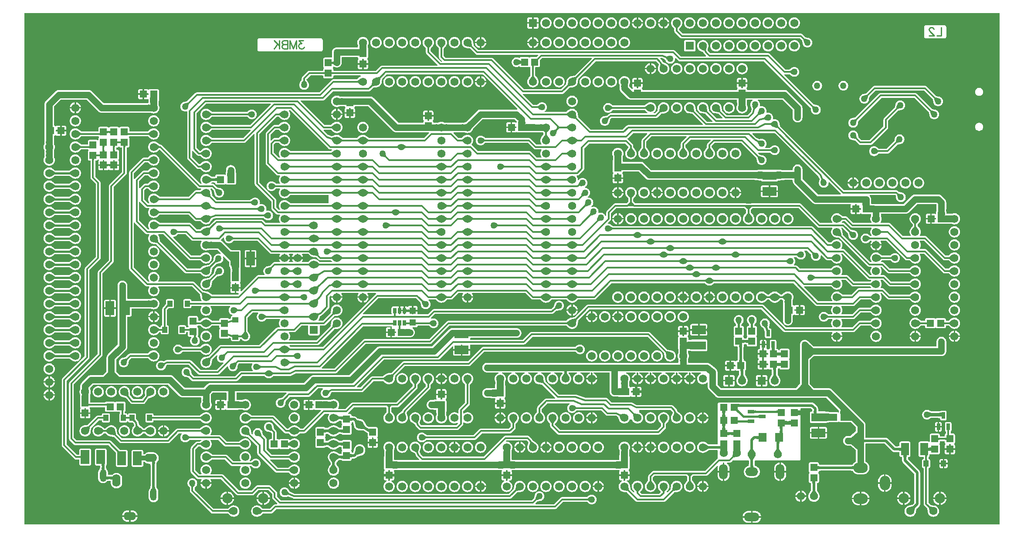
<source format=gbl>
G04 Layer: BottomLayer*
G04 EasyEDA v6.5.39, 2024-02-04 18:04:26*
G04 6365909e63f64f6689fdd3236b4dce0a,5509f98a9368439c9cde498926e245b9,10*
G04 Gerber Generator version 0.2*
G04 Scale: 100 percent, Rotated: No, Reflected: No *
G04 Dimensions in inches *
G04 leading zeros omitted , absolute positions ,3 integer and 6 decimal *
%FSLAX36Y36*%
%MOIN*%

%AMMACRO1*21,1,$1,$2,0,0,$3*%
%ADD10C,0.0090*%
%ADD11C,0.0120*%
%ADD12C,0.0150*%
%ADD13C,0.0300*%
%ADD14C,0.0200*%
%ADD15C,0.0500*%
%ADD16C,0.0250*%
%ADD17R,0.0500X0.0500*%
%ADD18MACRO1,0.0531X0.0555X90.0000*%
%ADD19MACRO1,0.0374X0.0453X0.0000*%
%ADD20MACRO1,0.0236X0.0394X0.0000*%
%ADD21MACRO1,0.0531X0.0555X-90.0000*%
%ADD22MACRO1,0.0532X0.0555X0.0000*%
%ADD23R,0.0532X0.0555*%
%ADD24MACRO1,0.025X0.05X90.0000*%
%ADD25R,0.1063X0.0644*%
%ADD26MACRO1,0.1063X0.0644X0.0000*%
%ADD27MACRO1,0.025X0.05X0.0000*%
%ADD28MACRO1,0.0531X0.0555X0.0000*%
%ADD29MACRO1,0.1063X0.0644X90.0000*%
%ADD30MACRO1,0.0374X0.0453X90.0000*%
%ADD31MACRO1,0.068X0.0585X90.0000*%
%ADD32MACRO1,0.0935X0.0593X90.0000*%
%ADD33C,0.0620*%
%ADD34R,0.0620X0.0620*%
%ADD35C,0.0630*%
%ADD36C,0.0787*%
%ADD37O,0.11X0.08*%
%ADD38O,0.08X0.11*%
%ADD39O,0.05X0.095*%
%ADD40O,0.095X0.063*%
%ADD41O,0.063X0.095*%
%ADD42O,0.11810999999999999X0.066929*%
%ADD43O,0.066929X0.11810999999999999*%
%ADD44O,0.098425X0.066929*%
%ADD45R,0.0630X0.0620*%
%ADD46R,0.0620X0.0630*%
%ADD47C,0.1968*%
%ADD48C,0.0125*%

%LPD*%
G36*
X14200Y10200D02*
G01*
X12660Y10500D01*
X11379Y11379D01*
X10500Y12660D01*
X10200Y14200D01*
X10200Y3922799D01*
X10500Y3924340D01*
X11379Y3925620D01*
X12660Y3926500D01*
X14200Y3926800D01*
X7466100Y3926800D01*
X7467640Y3926500D01*
X7468920Y3925620D01*
X7469800Y3924340D01*
X7470100Y3922799D01*
X7470100Y14200D01*
X7469800Y12660D01*
X7468920Y11379D01*
X7467619Y10500D01*
X7466100Y10200D01*
G37*

%LPC*%
G36*
X5581000Y20680D02*
G01*
X5600460Y20680D01*
X5606319Y21040D01*
X5611940Y22120D01*
X5617400Y23880D01*
X5622580Y26320D01*
X5627420Y29400D01*
X5631840Y33060D01*
X5635780Y37240D01*
X5639140Y41880D01*
X5641900Y46900D01*
X5644020Y52240D01*
X5645440Y57779D01*
X5645760Y60340D01*
X5581000Y60340D01*
G37*
G36*
X5549539Y20680D02*
G01*
X5569000Y20680D01*
X5569000Y60340D01*
X5504240Y60340D01*
X5504560Y57779D01*
X5505980Y52240D01*
X5508099Y46900D01*
X5510860Y41880D01*
X5514240Y37240D01*
X5518160Y33060D01*
X5522580Y29400D01*
X5527420Y26320D01*
X5532600Y23880D01*
X5538060Y22120D01*
X5543680Y21040D01*
G37*
G36*
X822820Y28880D02*
G01*
X832680Y28880D01*
X838280Y29240D01*
X843680Y30280D01*
X848900Y31960D01*
X853860Y34300D01*
X858500Y37240D01*
X862720Y40740D01*
X866480Y44740D01*
X869700Y49180D01*
X872340Y53980D01*
X874360Y59080D01*
X875720Y64400D01*
X876000Y66580D01*
X822820Y66580D01*
G37*
G36*
X800939Y28880D02*
G01*
X810819Y28880D01*
X810819Y66580D01*
X757620Y66580D01*
X757900Y64400D01*
X759260Y59080D01*
X761280Y53980D01*
X763920Y49180D01*
X767140Y44740D01*
X770900Y40740D01*
X775120Y37240D01*
X779760Y34300D01*
X784720Y31960D01*
X789940Y30280D01*
X795340Y29240D01*
G37*
G36*
X6964980Y67120D02*
G01*
X6970560Y67660D01*
X6976000Y68900D01*
X6981260Y70840D01*
X6986220Y73440D01*
X6990820Y76640D01*
X6994960Y80399D01*
X6998600Y84660D01*
X7001640Y89360D01*
X7004080Y94400D01*
X7005839Y99700D01*
X7006900Y105200D01*
X7007260Y110780D01*
X7006900Y116380D01*
X7005839Y121880D01*
X7004080Y127180D01*
X7001640Y132220D01*
X6998600Y136920D01*
X6994960Y141180D01*
X6990820Y144940D01*
X6986220Y148140D01*
X6981260Y150740D01*
X6976000Y152680D01*
X6970560Y153920D01*
X6944520Y156860D01*
X6943220Y157220D01*
X6942140Y158000D01*
X6927780Y172360D01*
X6926900Y173660D01*
X6926600Y175200D01*
X6926600Y433840D01*
X6926799Y436900D01*
X6927220Y438459D01*
X6928220Y439700D01*
X6929620Y440480D01*
X6931720Y441100D01*
X6933840Y442239D01*
X6935680Y443740D01*
X6937200Y445600D01*
X6938320Y447700D01*
X6939020Y449980D01*
X6939260Y452560D01*
X6939260Y497440D01*
X6939020Y500020D01*
X6938320Y502299D01*
X6937200Y504400D01*
X6935680Y506260D01*
X6933840Y507760D01*
X6931720Y508900D01*
X6929620Y509520D01*
X6928220Y510300D01*
X6927220Y511540D01*
X6926799Y513100D01*
X6926600Y516160D01*
X6926600Y519980D01*
X6926900Y524480D01*
X6927220Y525800D01*
X6927960Y526920D01*
X6929680Y528100D01*
X6931520Y529620D01*
X6933040Y531460D01*
X6934160Y533560D01*
X6934860Y535860D01*
X6935100Y538420D01*
X6935100Y544660D01*
X6935380Y546140D01*
X6936180Y547400D01*
X6937400Y548280D01*
X6938840Y548660D01*
X6940320Y548480D01*
X6943760Y546620D01*
X6946040Y545920D01*
X6948620Y545680D01*
X7001380Y545680D01*
X7003960Y545920D01*
X7006240Y546620D01*
X7008339Y547740D01*
X7010180Y549260D01*
X7011700Y551100D01*
X7012820Y553220D01*
X7013520Y555500D01*
X7013780Y558060D01*
X7013780Y613180D01*
X7013520Y615760D01*
X7012820Y618040D01*
X7011720Y620120D01*
X7009779Y622420D01*
X7009080Y623620D01*
X7008840Y625000D01*
X7009080Y626380D01*
X7009779Y627580D01*
X7011720Y629880D01*
X7012820Y631960D01*
X7013520Y634240D01*
X7013780Y636820D01*
X7013780Y642039D01*
X7014059Y643520D01*
X7014860Y644780D01*
X7016060Y645660D01*
X7017500Y646040D01*
X7020119Y646200D01*
X7044880Y646200D01*
X7047500Y646040D01*
X7048940Y645660D01*
X7050140Y644780D01*
X7050940Y643520D01*
X7051220Y642039D01*
X7051220Y636820D01*
X7051480Y634240D01*
X7052180Y631960D01*
X7053280Y629880D01*
X7055220Y627580D01*
X7055920Y626380D01*
X7056160Y625000D01*
X7055920Y623620D01*
X7055220Y622420D01*
X7053280Y620120D01*
X7052180Y618040D01*
X7051480Y615760D01*
X7051220Y613180D01*
X7051220Y591620D01*
X7084000Y591620D01*
X7084000Y620420D01*
X7084299Y621940D01*
X7085180Y623240D01*
X7086460Y624120D01*
X7088000Y624420D01*
X7092000Y624420D01*
X7093540Y624120D01*
X7094820Y623240D01*
X7095700Y621940D01*
X7096000Y620420D01*
X7096000Y591620D01*
X7128780Y591620D01*
X7128780Y613180D01*
X7128520Y615760D01*
X7127820Y618040D01*
X7126720Y620120D01*
X7124779Y622420D01*
X7124080Y623620D01*
X7123840Y625000D01*
X7124080Y626380D01*
X7124779Y627580D01*
X7126720Y629880D01*
X7127820Y631960D01*
X7128520Y634240D01*
X7128780Y636820D01*
X7128780Y691940D01*
X7128520Y694500D01*
X7127820Y696780D01*
X7126700Y698900D01*
X7125180Y700740D01*
X7123339Y702260D01*
X7121240Y703379D01*
X7118960Y704080D01*
X7116380Y704320D01*
X7099760Y704320D01*
X7098280Y704599D01*
X7097020Y705400D01*
X7096140Y706620D01*
X7095760Y708060D01*
X7095599Y710699D01*
X7095599Y713379D01*
X7096000Y719400D01*
X7096440Y720960D01*
X7097460Y722220D01*
X7098520Y723080D01*
X7100019Y724920D01*
X7101160Y727039D01*
X7101840Y729320D01*
X7102100Y731880D01*
X7102100Y781500D01*
X7101840Y784060D01*
X7101160Y786360D01*
X7100019Y788460D01*
X7098520Y790300D01*
X7096660Y791820D01*
X7094560Y792940D01*
X7092279Y793640D01*
X7089700Y793900D01*
X7065100Y793900D01*
X7062519Y793640D01*
X7060240Y792940D01*
X7058140Y791820D01*
X7056280Y790300D01*
X7054779Y788460D01*
X7053640Y786360D01*
X7052960Y784060D01*
X7052700Y781500D01*
X7052700Y731880D01*
X7052960Y729320D01*
X7053640Y727039D01*
X7054779Y724920D01*
X7056280Y723080D01*
X7057340Y722220D01*
X7058360Y720960D01*
X7058800Y719380D01*
X7059200Y713180D01*
X7059200Y710360D01*
X7058880Y705580D01*
X7058560Y704260D01*
X7057820Y703139D01*
X7054820Y700740D01*
X7053300Y698900D01*
X7052180Y696780D01*
X7051480Y694500D01*
X7051220Y691940D01*
X7051220Y686760D01*
X7050940Y685280D01*
X7050140Y684020D01*
X7048940Y683139D01*
X7047500Y682760D01*
X7044900Y682600D01*
X7020100Y682600D01*
X7017500Y682760D01*
X7016060Y683139D01*
X7014860Y684020D01*
X7014059Y685280D01*
X7013780Y686760D01*
X7013780Y691940D01*
X7013520Y694500D01*
X7012820Y696780D01*
X7011700Y698900D01*
X7010180Y700740D01*
X7008339Y702260D01*
X7006240Y703379D01*
X7003960Y704080D01*
X7001380Y704320D01*
X6948620Y704320D01*
X6946040Y704080D01*
X6943760Y703379D01*
X6941660Y702260D01*
X6939820Y700740D01*
X6938300Y698900D01*
X6937180Y696780D01*
X6936480Y694500D01*
X6936220Y691940D01*
X6936220Y644980D01*
X6935940Y643500D01*
X6935140Y642240D01*
X6933940Y641360D01*
X6932480Y640980D01*
X6931000Y641160D01*
X6927560Y643020D01*
X6925280Y643720D01*
X6922700Y643980D01*
X6863800Y643980D01*
X6861220Y643720D01*
X6858940Y643020D01*
X6856840Y641900D01*
X6854980Y640380D01*
X6853480Y638540D01*
X6852340Y636440D01*
X6851660Y634140D01*
X6851400Y631580D01*
X6851400Y538420D01*
X6851660Y535860D01*
X6852340Y533560D01*
X6853480Y531460D01*
X6854980Y529620D01*
X6856840Y528100D01*
X6858940Y526980D01*
X6861220Y526280D01*
X6863800Y526020D01*
X6886040Y526020D01*
X6887519Y525740D01*
X6888780Y524940D01*
X6889660Y523740D01*
X6890040Y522299D01*
X6890200Y519660D01*
X6890200Y515940D01*
X6890000Y513120D01*
X6889580Y511560D01*
X6888579Y510319D01*
X6887180Y509540D01*
X6885000Y508900D01*
X6882900Y507760D01*
X6881060Y506260D01*
X6879539Y504400D01*
X6878420Y502299D01*
X6877720Y500020D01*
X6877460Y497440D01*
X6877460Y452560D01*
X6877720Y449980D01*
X6878420Y447700D01*
X6879539Y445600D01*
X6881060Y443740D01*
X6882900Y442239D01*
X6885000Y441100D01*
X6887180Y440460D01*
X6888579Y439680D01*
X6889580Y438440D01*
X6890000Y436880D01*
X6890200Y433800D01*
X6890220Y165300D01*
X6890700Y161840D01*
X6891760Y158660D01*
X6893400Y155720D01*
X6895660Y153000D01*
X6916380Y132280D01*
X6917160Y131180D01*
X6917540Y129900D01*
X6920019Y107540D01*
X6920700Y102440D01*
X6922120Y97020D01*
X6924220Y91840D01*
X6926960Y86960D01*
X6930320Y82480D01*
X6934200Y78440D01*
X6938579Y74960D01*
X6943380Y72060D01*
X6948480Y69800D01*
X6953860Y68200D01*
X6959380Y67300D01*
G37*
G36*
X6787820Y67120D02*
G01*
X6793380Y67660D01*
X6798840Y68900D01*
X6804100Y70840D01*
X6809059Y73440D01*
X6813660Y76640D01*
X6817800Y80399D01*
X6821420Y84660D01*
X6824480Y89360D01*
X6826900Y94400D01*
X6828680Y99700D01*
X6829740Y105200D01*
X6829900Y106740D01*
X6834620Y126780D01*
X6835019Y127800D01*
X6835680Y128680D01*
X6855640Y148640D01*
X6857000Y150140D01*
X6858180Y151660D01*
X6859220Y153300D01*
X6860119Y155020D01*
X6860860Y156800D01*
X6861440Y158660D01*
X6861860Y160539D01*
X6862120Y162460D01*
X6862200Y164480D01*
X6862200Y404920D01*
X6862120Y406940D01*
X6861860Y408860D01*
X6861440Y410740D01*
X6860860Y412600D01*
X6860119Y414380D01*
X6859220Y416100D01*
X6858180Y417740D01*
X6857000Y419260D01*
X6855640Y420760D01*
X6770160Y506240D01*
X6769240Y507660D01*
X6769000Y509320D01*
X6769860Y522299D01*
X6770240Y523740D01*
X6771120Y524940D01*
X6772380Y525740D01*
X6773860Y526020D01*
X6776200Y526020D01*
X6778780Y526280D01*
X6781060Y526980D01*
X6783160Y528100D01*
X6785019Y529620D01*
X6786520Y531460D01*
X6787660Y533560D01*
X6788339Y535860D01*
X6788600Y538420D01*
X6788600Y631580D01*
X6788339Y634140D01*
X6787660Y636440D01*
X6786520Y638540D01*
X6785019Y640380D01*
X6783160Y641900D01*
X6781060Y643020D01*
X6778780Y643720D01*
X6776200Y643980D01*
X6717300Y643980D01*
X6714720Y643720D01*
X6712440Y643020D01*
X6710320Y641900D01*
X6708480Y640380D01*
X6706960Y638540D01*
X6705839Y636440D01*
X6705140Y634140D01*
X6704900Y631580D01*
X6704900Y612160D01*
X6704620Y610680D01*
X6703819Y609420D01*
X6702600Y608540D01*
X6701160Y608160D01*
X6686559Y607200D01*
X6675860Y607200D01*
X6674320Y607500D01*
X6673020Y608380D01*
X6615760Y665639D01*
X6614260Y667000D01*
X6612740Y668180D01*
X6611100Y669220D01*
X6609380Y670120D01*
X6607600Y670860D01*
X6605740Y671440D01*
X6603860Y671860D01*
X6601940Y672120D01*
X6599920Y672200D01*
X6448700Y672200D01*
X6447160Y672500D01*
X6445880Y673379D01*
X6445000Y674659D01*
X6444700Y676200D01*
X6444700Y769700D01*
X6444500Y773680D01*
X6444360Y774800D01*
X6443620Y778680D01*
X6443339Y779780D01*
X6442080Y783500D01*
X6441640Y784560D01*
X6439900Y788100D01*
X6437100Y792340D01*
X6436400Y793220D01*
X6433740Y796180D01*
X6373140Y856760D01*
X6305460Y922159D01*
X6186380Y1041240D01*
X6183420Y1043900D01*
X6182540Y1044599D01*
X6178300Y1047400D01*
X6174760Y1049140D01*
X6173700Y1049580D01*
X6169980Y1050840D01*
X6168880Y1051120D01*
X6165000Y1051860D01*
X6163880Y1052000D01*
X6159900Y1052200D01*
X6050500Y1052200D01*
X6048880Y1052540D01*
X6047540Y1053500D01*
X6018240Y1085740D01*
X6017460Y1086980D01*
X6017200Y1088420D01*
X6017200Y1266780D01*
X6017540Y1268400D01*
X6018500Y1269740D01*
X6048240Y1296759D01*
X6049480Y1297540D01*
X6050920Y1297800D01*
X7024940Y1297800D01*
X7027540Y1297880D01*
X7030060Y1298140D01*
X7032560Y1298580D01*
X7035040Y1299180D01*
X7037460Y1299960D01*
X7039820Y1300880D01*
X7042120Y1301980D01*
X7044320Y1303220D01*
X7046460Y1304620D01*
X7048480Y1306140D01*
X7050380Y1307820D01*
X7052180Y1309620D01*
X7053860Y1311519D01*
X7055380Y1313540D01*
X7056780Y1315680D01*
X7058020Y1317880D01*
X7059120Y1320180D01*
X7060040Y1322540D01*
X7060820Y1324960D01*
X7061420Y1327440D01*
X7061860Y1329940D01*
X7062120Y1332460D01*
X7062200Y1335060D01*
X7062200Y1409860D01*
X7061840Y1415060D01*
X7060820Y1420040D01*
X7059120Y1424820D01*
X7056780Y1429319D01*
X7053840Y1433480D01*
X7050380Y1437180D01*
X7046440Y1440380D01*
X7042120Y1443020D01*
X7037460Y1445040D01*
X7032560Y1446420D01*
X7027540Y1447100D01*
X7022460Y1447100D01*
X7017440Y1446420D01*
X7012540Y1445040D01*
X7007880Y1443020D01*
X7003560Y1440380D01*
X6999620Y1437180D01*
X6996160Y1433480D01*
X6993220Y1429319D01*
X6990880Y1424820D01*
X6989180Y1420040D01*
X6988160Y1415060D01*
X6987800Y1409860D01*
X6987800Y1376200D01*
X6987500Y1374660D01*
X6986620Y1373380D01*
X6985340Y1372500D01*
X6983800Y1372200D01*
X6050920Y1372200D01*
X6049480Y1372460D01*
X6048240Y1373240D01*
X6005119Y1412440D01*
X6001460Y1415380D01*
X5997120Y1418020D01*
X5992460Y1420040D01*
X5987560Y1421420D01*
X5982540Y1422100D01*
X5977460Y1422100D01*
X5972440Y1421420D01*
X5967540Y1420040D01*
X5962880Y1418020D01*
X5958560Y1415380D01*
X5954620Y1412180D01*
X5951160Y1408480D01*
X5948220Y1404319D01*
X5945880Y1399820D01*
X5944180Y1395040D01*
X5943160Y1390060D01*
X5942800Y1384860D01*
X5942800Y1088440D01*
X5942540Y1086980D01*
X5941760Y1085740D01*
X5912460Y1053500D01*
X5911120Y1052540D01*
X5909500Y1052200D01*
X5342060Y1052200D01*
X5340540Y1052500D01*
X5339240Y1053380D01*
X5313380Y1079240D01*
X5312500Y1080540D01*
X5312200Y1082060D01*
X5312200Y1174900D01*
X5312039Y1178400D01*
X5311860Y1180020D01*
X5311240Y1183400D01*
X5310839Y1185000D01*
X5309760Y1188260D01*
X5309140Y1189780D01*
X5307619Y1192880D01*
X5306799Y1194280D01*
X5304880Y1197140D01*
X5303880Y1198440D01*
X5301600Y1201020D01*
X5300420Y1202160D01*
X5297760Y1204420D01*
X5252940Y1239280D01*
X5248620Y1242200D01*
X5244059Y1244420D01*
X5239240Y1246020D01*
X5234240Y1246960D01*
X5229880Y1247200D01*
X5091200Y1247200D01*
X5089660Y1247500D01*
X5088380Y1248380D01*
X5087500Y1249660D01*
X5087200Y1251200D01*
X5087200Y1277160D01*
X5087340Y1278180D01*
X5087720Y1279120D01*
X5088920Y1281260D01*
X5091000Y1286380D01*
X5092400Y1291740D01*
X5093100Y1297240D01*
X5093100Y1302760D01*
X5092400Y1308260D01*
X5091000Y1313620D01*
X5088920Y1318740D01*
X5088020Y1320320D01*
X5087620Y1321320D01*
X5087500Y1322380D01*
X5087800Y1336020D01*
X5088160Y1337580D01*
X5089100Y1338880D01*
X5090500Y1339720D01*
X5092100Y1339920D01*
X5107980Y1338720D01*
X5109620Y1338240D01*
X5112220Y1336819D01*
X5114480Y1336120D01*
X5117040Y1335880D01*
X5222960Y1335880D01*
X5225520Y1336120D01*
X5227820Y1336819D01*
X5229920Y1337940D01*
X5231760Y1339460D01*
X5233280Y1341300D01*
X5234400Y1343400D01*
X5235100Y1345700D01*
X5235340Y1348260D01*
X5235340Y1412240D01*
X5235100Y1414820D01*
X5234400Y1417100D01*
X5233280Y1419199D01*
X5231760Y1421060D01*
X5229920Y1422560D01*
X5227820Y1423700D01*
X5225520Y1424379D01*
X5222960Y1424640D01*
X5117040Y1424640D01*
X5114480Y1424379D01*
X5112200Y1423700D01*
X5109700Y1422340D01*
X5108100Y1421879D01*
X5093080Y1420760D01*
X5091460Y1420960D01*
X5090060Y1421819D01*
X5089100Y1423140D01*
X5088780Y1424740D01*
X5088780Y1438180D01*
X5088520Y1440760D01*
X5087820Y1443040D01*
X5086720Y1445120D01*
X5084780Y1447420D01*
X5084080Y1448620D01*
X5083840Y1450000D01*
X5084080Y1451380D01*
X5084780Y1452580D01*
X5086720Y1454880D01*
X5087820Y1456960D01*
X5088520Y1459240D01*
X5088780Y1461819D01*
X5088780Y1483380D01*
X5056000Y1483380D01*
X5056000Y1454580D01*
X5055700Y1453060D01*
X5054820Y1451759D01*
X5053540Y1450880D01*
X5052000Y1450580D01*
X5048000Y1450580D01*
X5046460Y1450880D01*
X5045180Y1451759D01*
X5044300Y1453060D01*
X5044000Y1454580D01*
X5044000Y1483380D01*
X5011220Y1483380D01*
X5011220Y1461819D01*
X5011480Y1459240D01*
X5012180Y1456960D01*
X5013280Y1454880D01*
X5015220Y1452580D01*
X5015920Y1451380D01*
X5016160Y1450000D01*
X5015920Y1448620D01*
X5015220Y1447420D01*
X5013280Y1445120D01*
X5012180Y1443040D01*
X5011480Y1440760D01*
X5011220Y1438180D01*
X5011220Y1382580D01*
X5012500Y1322460D01*
X5012400Y1321519D01*
X5012100Y1320640D01*
X5009960Y1316200D01*
X5008220Y1310960D01*
X5007160Y1305520D01*
X5006800Y1300000D01*
X5007160Y1294480D01*
X5008220Y1289040D01*
X5009960Y1283800D01*
X5012400Y1278720D01*
X5012800Y1277000D01*
X5012800Y1251200D01*
X5012500Y1249660D01*
X5011620Y1248380D01*
X5010340Y1247500D01*
X5008800Y1247200D01*
X3550059Y1247200D01*
X3547460Y1247120D01*
X3544940Y1246860D01*
X3542440Y1246420D01*
X3539960Y1245820D01*
X3537540Y1245040D01*
X3535179Y1244120D01*
X3532880Y1243020D01*
X3530680Y1241780D01*
X3528540Y1240380D01*
X3526520Y1238860D01*
X3524620Y1237180D01*
X3522820Y1235380D01*
X3521139Y1233480D01*
X3519620Y1231460D01*
X3518220Y1229320D01*
X3516980Y1227120D01*
X3515880Y1224820D01*
X3514960Y1222460D01*
X3514180Y1220040D01*
X3513580Y1217560D01*
X3513140Y1215060D01*
X3512880Y1212540D01*
X3512799Y1210000D01*
X3512880Y1207460D01*
X3513140Y1204940D01*
X3513580Y1202440D01*
X3514180Y1199960D01*
X3514960Y1197540D01*
X3515880Y1195180D01*
X3516980Y1192880D01*
X3518220Y1190680D01*
X3519620Y1188540D01*
X3521139Y1186520D01*
X3522820Y1184620D01*
X3524620Y1182820D01*
X3526520Y1181140D01*
X3528540Y1179620D01*
X3530680Y1178220D01*
X3532880Y1176980D01*
X3535179Y1175880D01*
X3537540Y1174960D01*
X3539960Y1174180D01*
X3542440Y1173580D01*
X3544940Y1173140D01*
X3547460Y1172880D01*
X3550059Y1172800D01*
X3632580Y1172800D01*
X3634100Y1172500D01*
X3635380Y1171640D01*
X3636259Y1170360D01*
X3636580Y1168860D01*
X3636300Y1167340D01*
X3635460Y1166040D01*
X3634200Y1165140D01*
X3630020Y1163300D01*
X3625280Y1160420D01*
X3620960Y1156980D01*
X3617120Y1153000D01*
X3613800Y1148560D01*
X3611080Y1143740D01*
X3609000Y1138620D01*
X3607600Y1133260D01*
X3606900Y1127760D01*
X3606900Y1122240D01*
X3607600Y1116740D01*
X3609000Y1111380D01*
X3611080Y1106260D01*
X3611980Y1104680D01*
X3612380Y1103680D01*
X3612500Y1102620D01*
X3611540Y1057780D01*
X3611240Y1056320D01*
X3610400Y1055060D01*
X3609140Y1054200D01*
X3607660Y1053880D01*
X3547460Y1052120D01*
X3544940Y1051860D01*
X3542440Y1051420D01*
X3539960Y1050820D01*
X3537540Y1050040D01*
X3535179Y1049120D01*
X3532880Y1048020D01*
X3530680Y1046780D01*
X3528540Y1045380D01*
X3526520Y1043860D01*
X3524620Y1042180D01*
X3522820Y1040380D01*
X3521139Y1038480D01*
X3519620Y1036460D01*
X3518220Y1034320D01*
X3516980Y1032120D01*
X3515880Y1029820D01*
X3514960Y1027460D01*
X3514180Y1025040D01*
X3513580Y1022560D01*
X3513140Y1020060D01*
X3512880Y1017540D01*
X3512799Y1015000D01*
X3512880Y1012460D01*
X3513140Y1009940D01*
X3513580Y1007440D01*
X3514180Y1004960D01*
X3514960Y1002540D01*
X3515880Y1000180D01*
X3516980Y997880D01*
X3518220Y995680D01*
X3519620Y993540D01*
X3521139Y991520D01*
X3522820Y989620D01*
X3524620Y987820D01*
X3526520Y986140D01*
X3528540Y984620D01*
X3530680Y983220D01*
X3532880Y981979D01*
X3535179Y980879D01*
X3537540Y979960D01*
X3539960Y979180D01*
X3542440Y978580D01*
X3544940Y978139D01*
X3547460Y977880D01*
X3609420Y975040D01*
X3610980Y974659D01*
X3612260Y973680D01*
X3613039Y972300D01*
X3613220Y970699D01*
X3612780Y969160D01*
X3612180Y968040D01*
X3611480Y965759D01*
X3611220Y963180D01*
X3611220Y941620D01*
X3644000Y941620D01*
X3644000Y970420D01*
X3644300Y971940D01*
X3645179Y973240D01*
X3646460Y974120D01*
X3648000Y974419D01*
X3652000Y974419D01*
X3653540Y974120D01*
X3654820Y973240D01*
X3655700Y971940D01*
X3656000Y970420D01*
X3656000Y941620D01*
X3688780Y941620D01*
X3688780Y963180D01*
X3688519Y965759D01*
X3687820Y968040D01*
X3686720Y970120D01*
X3684780Y972420D01*
X3684080Y973620D01*
X3683840Y975000D01*
X3684080Y976380D01*
X3684780Y977580D01*
X3686720Y979880D01*
X3687820Y981960D01*
X3688519Y984240D01*
X3688780Y986820D01*
X3688780Y1042420D01*
X3687500Y1102540D01*
X3687600Y1103480D01*
X3687900Y1104360D01*
X3690040Y1108800D01*
X3691780Y1114040D01*
X3692840Y1119480D01*
X3693200Y1125000D01*
X3692840Y1130520D01*
X3691780Y1135960D01*
X3690040Y1141200D01*
X3687640Y1146200D01*
X3684620Y1150840D01*
X3681019Y1155040D01*
X3676920Y1158760D01*
X3672400Y1161940D01*
X3667480Y1164500D01*
X3665980Y1165040D01*
X3664640Y1165880D01*
X3663720Y1167160D01*
X3663360Y1168700D01*
X3663639Y1170260D01*
X3664500Y1171600D01*
X3665820Y1172480D01*
X3667360Y1172800D01*
X3732580Y1172800D01*
X3734100Y1172500D01*
X3735380Y1171640D01*
X3736259Y1170360D01*
X3736580Y1168860D01*
X3736300Y1167340D01*
X3735460Y1166040D01*
X3734200Y1165140D01*
X3730020Y1163300D01*
X3725280Y1160420D01*
X3720960Y1156980D01*
X3717120Y1153000D01*
X3713800Y1148560D01*
X3711080Y1143740D01*
X3709000Y1138620D01*
X3707600Y1133260D01*
X3706900Y1127760D01*
X3706900Y1122240D01*
X3707600Y1116740D01*
X3709000Y1111380D01*
X3711080Y1106260D01*
X3713800Y1101440D01*
X3717120Y1097000D01*
X3720960Y1093020D01*
X3725280Y1089580D01*
X3730020Y1086700D01*
X3735080Y1084460D01*
X3740380Y1082900D01*
X3745860Y1082000D01*
X3751380Y1081840D01*
X3756900Y1082360D01*
X3762280Y1083600D01*
X3767480Y1085500D01*
X3772400Y1088060D01*
X3776920Y1091240D01*
X3781019Y1094960D01*
X3784620Y1099160D01*
X3787640Y1103800D01*
X3790040Y1108800D01*
X3791780Y1114040D01*
X3792840Y1119480D01*
X3793200Y1125000D01*
X3792840Y1130520D01*
X3791780Y1135960D01*
X3790040Y1141200D01*
X3787640Y1146200D01*
X3784620Y1150840D01*
X3781019Y1155040D01*
X3776920Y1158760D01*
X3772400Y1161940D01*
X3767480Y1164500D01*
X3765980Y1165040D01*
X3764640Y1165880D01*
X3763720Y1167160D01*
X3763360Y1168700D01*
X3763639Y1170260D01*
X3764500Y1171600D01*
X3765820Y1172480D01*
X3767360Y1172800D01*
X3832580Y1172800D01*
X3834100Y1172500D01*
X3835380Y1171640D01*
X3836259Y1170360D01*
X3836580Y1168860D01*
X3836300Y1167340D01*
X3835460Y1166040D01*
X3834200Y1165140D01*
X3830020Y1163300D01*
X3825280Y1160420D01*
X3820960Y1156980D01*
X3817120Y1153000D01*
X3813800Y1148560D01*
X3811080Y1143740D01*
X3809000Y1138620D01*
X3807600Y1133260D01*
X3806900Y1127760D01*
X3806900Y1122240D01*
X3807600Y1116740D01*
X3809000Y1111380D01*
X3811080Y1106260D01*
X3813800Y1101440D01*
X3817120Y1097000D01*
X3820960Y1093020D01*
X3825280Y1089580D01*
X3830020Y1086700D01*
X3835080Y1084460D01*
X3840380Y1082900D01*
X3845860Y1082000D01*
X3851380Y1081840D01*
X3856900Y1082360D01*
X3862280Y1083600D01*
X3867480Y1085500D01*
X3872400Y1088060D01*
X3876920Y1091240D01*
X3881019Y1094960D01*
X3884620Y1099160D01*
X3887640Y1103800D01*
X3890040Y1108800D01*
X3891780Y1114040D01*
X3892840Y1119480D01*
X3893200Y1125000D01*
X3892840Y1130520D01*
X3891780Y1135960D01*
X3890040Y1141200D01*
X3887640Y1146200D01*
X3884620Y1150840D01*
X3881019Y1155040D01*
X3876920Y1158760D01*
X3872400Y1161940D01*
X3867480Y1164500D01*
X3865980Y1165040D01*
X3864640Y1165880D01*
X3863720Y1167160D01*
X3863360Y1168700D01*
X3863639Y1170260D01*
X3864500Y1171600D01*
X3865820Y1172480D01*
X3867360Y1172800D01*
X3932580Y1172800D01*
X3934100Y1172500D01*
X3935380Y1171640D01*
X3936259Y1170360D01*
X3936580Y1168860D01*
X3936300Y1167340D01*
X3935460Y1166040D01*
X3934200Y1165140D01*
X3930020Y1163300D01*
X3925280Y1160420D01*
X3920960Y1156980D01*
X3917120Y1153000D01*
X3913800Y1148560D01*
X3911080Y1143740D01*
X3909000Y1138620D01*
X3907600Y1133260D01*
X3906900Y1127760D01*
X3906900Y1122240D01*
X3907600Y1116740D01*
X3909000Y1111380D01*
X3911080Y1106260D01*
X3913800Y1101440D01*
X3917120Y1097000D01*
X3920960Y1093020D01*
X3925280Y1089580D01*
X3930020Y1086700D01*
X3935080Y1084460D01*
X3940380Y1082900D01*
X3945920Y1082000D01*
X3968600Y1079440D01*
X3969880Y1079060D01*
X3970980Y1078280D01*
X4069240Y980020D01*
X4070100Y978740D01*
X4070400Y977200D01*
X4070100Y975660D01*
X4069240Y974380D01*
X4067940Y973500D01*
X4066400Y973199D01*
X4004300Y973180D01*
X4000840Y972700D01*
X3997660Y971640D01*
X3994720Y970000D01*
X3992000Y967740D01*
X3936640Y912360D01*
X3934540Y909580D01*
X3933039Y906560D01*
X3932120Y903340D01*
X3931800Y899820D01*
X3931800Y872860D01*
X3931580Y871540D01*
X3930940Y870360D01*
X3917320Y853259D01*
X3913800Y848560D01*
X3911080Y843740D01*
X3909000Y838620D01*
X3907600Y833259D01*
X3906900Y827760D01*
X3906900Y822240D01*
X3907600Y816740D01*
X3909000Y811380D01*
X3911080Y806260D01*
X3913800Y801440D01*
X3917120Y797000D01*
X3920960Y793020D01*
X3925280Y789580D01*
X3930020Y786700D01*
X3935080Y784460D01*
X3940380Y782900D01*
X3945860Y782000D01*
X3951380Y781840D01*
X3956900Y782360D01*
X3962280Y783600D01*
X3967480Y785500D01*
X3972400Y788060D01*
X3976920Y791240D01*
X3981019Y794960D01*
X3984620Y799160D01*
X3987640Y803800D01*
X3990040Y808800D01*
X3991780Y814040D01*
X3992840Y819479D01*
X3993200Y825000D01*
X3992840Y830520D01*
X3991780Y835960D01*
X3990040Y841200D01*
X3987640Y846200D01*
X3984580Y850879D01*
X3969060Y870360D01*
X3968420Y871540D01*
X3968200Y872860D01*
X3968200Y890800D01*
X3968500Y892340D01*
X3969380Y893640D01*
X4011360Y935620D01*
X4012660Y936500D01*
X4014200Y936800D01*
X4175179Y936800D01*
X4176780Y936460D01*
X4178100Y935540D01*
X4178960Y934140D01*
X4179180Y932520D01*
X4178740Y930960D01*
X4177700Y929700D01*
X4174620Y927180D01*
X4171160Y923480D01*
X4168220Y919320D01*
X4165880Y914820D01*
X4164180Y910040D01*
X4163159Y905060D01*
X4162799Y900000D01*
X4163159Y894940D01*
X4164180Y889960D01*
X4165880Y885180D01*
X4168220Y880680D01*
X4171160Y876520D01*
X4174620Y872820D01*
X4178560Y869620D01*
X4182880Y866979D01*
X4187540Y864960D01*
X4192440Y863580D01*
X4197460Y862900D01*
X4202540Y862900D01*
X4207560Y863580D01*
X4212460Y864960D01*
X4217120Y866979D01*
X4221480Y869640D01*
X4223720Y871380D01*
X4236960Y881040D01*
X4238080Y881600D01*
X4239320Y881800D01*
X4420800Y881800D01*
X4422340Y881500D01*
X4423640Y880620D01*
X4457640Y846640D01*
X4460420Y844539D01*
X4463440Y843040D01*
X4466660Y842120D01*
X4470180Y841800D01*
X4534000Y841800D01*
X4535040Y841660D01*
X4536020Y841260D01*
X4549500Y833400D01*
X4550520Y832540D01*
X4551200Y831380D01*
X4559440Y810160D01*
X4561700Y805020D01*
X4564580Y800280D01*
X4568020Y795960D01*
X4572000Y792120D01*
X4576440Y788800D01*
X4581260Y786080D01*
X4586380Y784000D01*
X4591740Y782600D01*
X4597240Y781900D01*
X4602760Y781900D01*
X4608260Y782600D01*
X4613620Y784000D01*
X4618740Y786080D01*
X4623560Y788800D01*
X4628000Y792120D01*
X4631980Y795960D01*
X4635420Y800280D01*
X4638300Y805020D01*
X4640660Y810420D01*
X4641540Y811660D01*
X4642820Y812500D01*
X4644320Y812800D01*
X4655680Y812800D01*
X4657180Y812500D01*
X4658460Y811660D01*
X4659340Y810420D01*
X4661700Y805020D01*
X4664580Y800280D01*
X4668020Y795960D01*
X4672000Y792120D01*
X4676440Y788800D01*
X4681260Y786080D01*
X4686400Y784000D01*
X4691740Y782600D01*
X4697240Y781900D01*
X4702760Y781900D01*
X4708260Y782600D01*
X4713620Y784000D01*
X4718740Y786080D01*
X4723560Y788800D01*
X4728000Y792120D01*
X4731980Y795960D01*
X4735420Y800280D01*
X4738300Y805020D01*
X4740540Y810080D01*
X4742100Y815380D01*
X4743000Y820860D01*
X4743180Y826380D01*
X4742640Y831900D01*
X4741400Y837280D01*
X4739500Y842480D01*
X4736940Y847400D01*
X4733760Y851919D01*
X4730040Y856020D01*
X4725840Y859620D01*
X4721200Y862640D01*
X4716200Y865040D01*
X4714940Y865460D01*
X4713520Y866300D01*
X4712540Y867640D01*
X4712200Y869260D01*
X4712200Y882800D01*
X4712500Y884340D01*
X4713380Y885620D01*
X4714660Y886500D01*
X4716200Y886800D01*
X4950800Y886800D01*
X4952340Y886500D01*
X4953640Y885620D01*
X4967960Y871300D01*
X4968600Y870480D01*
X4969000Y869520D01*
X4969840Y866380D01*
X4969980Y865060D01*
X4969660Y863760D01*
X4960540Y842560D01*
X4958600Y837280D01*
X4957360Y831900D01*
X4956840Y826380D01*
X4957000Y820860D01*
X4957900Y815380D01*
X4959460Y810080D01*
X4961700Y805020D01*
X4964580Y800280D01*
X4968020Y795960D01*
X4972000Y792120D01*
X4976440Y788800D01*
X4981260Y786080D01*
X4986400Y784000D01*
X4991740Y782600D01*
X4997240Y781900D01*
X5002760Y781900D01*
X5008260Y782600D01*
X5013620Y784000D01*
X5018740Y786080D01*
X5023560Y788800D01*
X5028000Y792120D01*
X5031980Y795960D01*
X5035420Y800280D01*
X5038300Y805020D01*
X5040540Y810080D01*
X5042100Y815380D01*
X5043000Y820860D01*
X5043180Y826380D01*
X5042640Y831900D01*
X5041400Y837280D01*
X5039500Y842480D01*
X5036940Y847400D01*
X5033760Y851919D01*
X5030040Y856020D01*
X5025780Y859659D01*
X5006460Y873780D01*
X5005520Y874740D01*
X5004960Y875960D01*
X5002600Y884620D01*
X5001360Y887920D01*
X4999620Y890819D01*
X4997760Y892980D01*
X4972360Y918360D01*
X4969580Y920460D01*
X4966560Y921960D01*
X4963340Y922880D01*
X4959820Y923199D01*
X4695240Y923199D01*
X4693460Y923620D01*
X4658220Y941240D01*
X4656580Y941960D01*
X4655020Y942500D01*
X4653340Y942880D01*
X4651720Y943120D01*
X4649900Y943199D01*
X4504200Y943199D01*
X4502660Y943500D01*
X4501360Y944380D01*
X4472360Y973360D01*
X4469580Y975460D01*
X4466560Y976960D01*
X4463340Y977880D01*
X4459820Y978199D01*
X4303600Y978199D01*
X4302340Y978400D01*
X4230940Y1002200D01*
X4227440Y1003020D01*
X4224860Y1003199D01*
X4099200Y1003199D01*
X4097660Y1003500D01*
X4096360Y1004380D01*
X3996720Y1104020D01*
X3995940Y1105120D01*
X3995560Y1106400D01*
X3992860Y1130460D01*
X3991780Y1135960D01*
X3990040Y1141200D01*
X3987640Y1146200D01*
X3984620Y1150840D01*
X3981019Y1155040D01*
X3976920Y1158760D01*
X3972400Y1161940D01*
X3967480Y1164500D01*
X3965980Y1165040D01*
X3964640Y1165880D01*
X3963720Y1167160D01*
X3963360Y1168700D01*
X3963639Y1170260D01*
X3964500Y1171600D01*
X3965820Y1172480D01*
X3967360Y1172800D01*
X4032580Y1172800D01*
X4034100Y1172500D01*
X4035380Y1171640D01*
X4036259Y1170360D01*
X4036580Y1168860D01*
X4036300Y1167340D01*
X4035460Y1166040D01*
X4034200Y1165140D01*
X4030020Y1163300D01*
X4025280Y1160420D01*
X4020960Y1156980D01*
X4017120Y1153000D01*
X4013800Y1148560D01*
X4011080Y1143740D01*
X4009000Y1138620D01*
X4007600Y1133260D01*
X4006900Y1127760D01*
X4006900Y1122240D01*
X4007600Y1116740D01*
X4009000Y1111380D01*
X4011080Y1106260D01*
X4013800Y1101440D01*
X4017120Y1097000D01*
X4020960Y1093020D01*
X4025280Y1089580D01*
X4030020Y1086700D01*
X4035080Y1084460D01*
X4040380Y1082900D01*
X4045860Y1082000D01*
X4051380Y1081840D01*
X4056900Y1082360D01*
X4062280Y1083600D01*
X4067480Y1085500D01*
X4072400Y1088060D01*
X4076920Y1091240D01*
X4081019Y1094960D01*
X4084620Y1099160D01*
X4087640Y1103800D01*
X4090040Y1108800D01*
X4091780Y1114040D01*
X4092840Y1119480D01*
X4093200Y1125000D01*
X4092840Y1130520D01*
X4091780Y1135960D01*
X4090040Y1141200D01*
X4087640Y1146200D01*
X4084620Y1150840D01*
X4081019Y1155040D01*
X4076920Y1158760D01*
X4072400Y1161940D01*
X4067480Y1164500D01*
X4065980Y1165040D01*
X4064640Y1165880D01*
X4063720Y1167160D01*
X4063360Y1168700D01*
X4063639Y1170260D01*
X4064500Y1171600D01*
X4065820Y1172480D01*
X4067360Y1172800D01*
X4122000Y1172800D01*
X4123639Y1172440D01*
X4125000Y1171440D01*
X4125820Y1169980D01*
X4125960Y1168300D01*
X4125400Y1166720D01*
X4116760Y1152560D01*
X4113800Y1148560D01*
X4111080Y1143740D01*
X4109000Y1138620D01*
X4107600Y1133260D01*
X4106900Y1127760D01*
X4106900Y1122240D01*
X4107600Y1116740D01*
X4109000Y1111380D01*
X4111080Y1106260D01*
X4113800Y1101440D01*
X4117120Y1097000D01*
X4120960Y1093020D01*
X4125280Y1089580D01*
X4130020Y1086700D01*
X4135080Y1084460D01*
X4140380Y1082900D01*
X4145860Y1082000D01*
X4151380Y1081840D01*
X4156900Y1082360D01*
X4162280Y1083600D01*
X4167480Y1085500D01*
X4172400Y1088060D01*
X4176920Y1091240D01*
X4181019Y1094960D01*
X4184620Y1099160D01*
X4187640Y1103800D01*
X4190040Y1108800D01*
X4191780Y1114040D01*
X4192840Y1119480D01*
X4193200Y1125000D01*
X4192840Y1130520D01*
X4191780Y1135960D01*
X4190040Y1141200D01*
X4187640Y1146200D01*
X4184620Y1150840D01*
X4183300Y1152440D01*
X4174600Y1166720D01*
X4174040Y1168300D01*
X4174180Y1169980D01*
X4175000Y1171440D01*
X4176360Y1172440D01*
X4178000Y1172800D01*
X4232580Y1172800D01*
X4234100Y1172500D01*
X4235380Y1171640D01*
X4236260Y1170360D01*
X4236580Y1168860D01*
X4236300Y1167340D01*
X4235460Y1166040D01*
X4234200Y1165140D01*
X4230020Y1163300D01*
X4225280Y1160420D01*
X4220960Y1156980D01*
X4217120Y1153000D01*
X4213800Y1148560D01*
X4211080Y1143740D01*
X4209000Y1138620D01*
X4207600Y1133260D01*
X4206900Y1127760D01*
X4206900Y1122240D01*
X4207600Y1116740D01*
X4209000Y1111380D01*
X4211080Y1106260D01*
X4213800Y1101440D01*
X4217120Y1097000D01*
X4220960Y1093020D01*
X4225280Y1089580D01*
X4230020Y1086700D01*
X4235080Y1084460D01*
X4240380Y1082900D01*
X4245860Y1082000D01*
X4251380Y1081840D01*
X4256900Y1082360D01*
X4262280Y1083600D01*
X4267480Y1085500D01*
X4272400Y1088060D01*
X4276920Y1091240D01*
X4281020Y1094960D01*
X4284620Y1099160D01*
X4287640Y1103800D01*
X4290040Y1108800D01*
X4291780Y1114040D01*
X4292840Y1119480D01*
X4293200Y1125000D01*
X4292840Y1130520D01*
X4291780Y1135960D01*
X4290040Y1141200D01*
X4287640Y1146200D01*
X4284620Y1150840D01*
X4281020Y1155040D01*
X4276920Y1158760D01*
X4272400Y1161940D01*
X4267480Y1164500D01*
X4265980Y1165040D01*
X4264640Y1165880D01*
X4263720Y1167160D01*
X4263360Y1168700D01*
X4263640Y1170260D01*
X4264500Y1171600D01*
X4265820Y1172480D01*
X4267360Y1172800D01*
X4332580Y1172800D01*
X4334100Y1172500D01*
X4335380Y1171640D01*
X4336260Y1170360D01*
X4336580Y1168860D01*
X4336300Y1167340D01*
X4335460Y1166040D01*
X4334200Y1165140D01*
X4330020Y1163300D01*
X4325280Y1160420D01*
X4320960Y1156980D01*
X4317120Y1153000D01*
X4313800Y1148560D01*
X4311080Y1143740D01*
X4309000Y1138620D01*
X4307600Y1133260D01*
X4307320Y1131000D01*
X4344000Y1131000D01*
X4344000Y1168800D01*
X4344300Y1170340D01*
X4345180Y1171620D01*
X4346460Y1172500D01*
X4348000Y1172800D01*
X4352000Y1172800D01*
X4353540Y1172500D01*
X4354820Y1171620D01*
X4355700Y1170340D01*
X4356000Y1168800D01*
X4356000Y1131000D01*
X4392740Y1131000D01*
X4391780Y1135960D01*
X4390040Y1141200D01*
X4387640Y1146200D01*
X4384620Y1150840D01*
X4381020Y1155040D01*
X4376920Y1158760D01*
X4372400Y1161940D01*
X4367480Y1164500D01*
X4365980Y1165040D01*
X4364640Y1165880D01*
X4363720Y1167160D01*
X4363360Y1168700D01*
X4363640Y1170260D01*
X4364500Y1171600D01*
X4365820Y1172480D01*
X4367360Y1172800D01*
X4483800Y1172800D01*
X4485340Y1172500D01*
X4486620Y1171620D01*
X4487500Y1170340D01*
X4487800Y1168800D01*
X4487800Y1025060D01*
X4487880Y1022460D01*
X4488140Y1019940D01*
X4488580Y1017440D01*
X4489180Y1014960D01*
X4489960Y1012540D01*
X4490880Y1010180D01*
X4491980Y1007880D01*
X4493220Y1005680D01*
X4494620Y1003540D01*
X4496140Y1001520D01*
X4497820Y999620D01*
X4499620Y997820D01*
X4501520Y996140D01*
X4503540Y994620D01*
X4505680Y993220D01*
X4507880Y991979D01*
X4510180Y990879D01*
X4512540Y989960D01*
X4514960Y989180D01*
X4517440Y988580D01*
X4519940Y988139D01*
X4522460Y987880D01*
X4582520Y986240D01*
X4638180Y986220D01*
X4640760Y986480D01*
X4643040Y987180D01*
X4645120Y988280D01*
X4647420Y990220D01*
X4648620Y990920D01*
X4650000Y991160D01*
X4651380Y990920D01*
X4652580Y990220D01*
X4654880Y988280D01*
X4656960Y987180D01*
X4659240Y986480D01*
X4661820Y986220D01*
X4683380Y986220D01*
X4683380Y1015120D01*
X4682460Y1015300D01*
X4681180Y1016180D01*
X4680300Y1017460D01*
X4680000Y1019000D01*
X4654580Y1019000D01*
X4653060Y1019300D01*
X4651760Y1020180D01*
X4650880Y1021460D01*
X4650580Y1023000D01*
X4650580Y1027000D01*
X4650880Y1028540D01*
X4651760Y1029820D01*
X4653060Y1030699D01*
X4654580Y1031000D01*
X4680000Y1031000D01*
X4680000Y1063780D01*
X4661820Y1063780D01*
X4659240Y1063520D01*
X4656960Y1062820D01*
X4654880Y1061720D01*
X4652580Y1059780D01*
X4651380Y1059080D01*
X4650000Y1058840D01*
X4648620Y1059080D01*
X4647420Y1059780D01*
X4645120Y1061720D01*
X4643040Y1062820D01*
X4639360Y1063940D01*
X4638220Y1064820D01*
X4637460Y1066060D01*
X4637200Y1067500D01*
X4637200Y1102100D01*
X4637340Y1103180D01*
X4638300Y1105020D01*
X4640540Y1110080D01*
X4642100Y1115380D01*
X4643000Y1120860D01*
X4643180Y1126380D01*
X4642640Y1131900D01*
X4641400Y1137280D01*
X4639500Y1142480D01*
X4636940Y1147400D01*
X4633760Y1151920D01*
X4630040Y1156020D01*
X4625840Y1159620D01*
X4621200Y1162640D01*
X4615840Y1165200D01*
X4614620Y1166100D01*
X4613820Y1167400D01*
X4613560Y1168920D01*
X4613900Y1170420D01*
X4614780Y1171680D01*
X4616060Y1172500D01*
X4617560Y1172800D01*
X4682440Y1172800D01*
X4683940Y1172500D01*
X4685220Y1171680D01*
X4686100Y1170420D01*
X4686440Y1168920D01*
X4686180Y1167400D01*
X4685400Y1166100D01*
X4684160Y1165200D01*
X4678800Y1162640D01*
X4674160Y1159620D01*
X4669960Y1156020D01*
X4666240Y1151920D01*
X4663060Y1147400D01*
X4660500Y1142480D01*
X4658600Y1137280D01*
X4657360Y1131900D01*
X4657280Y1131000D01*
X4694000Y1131000D01*
X4694000Y1168800D01*
X4694300Y1170340D01*
X4695180Y1171620D01*
X4696480Y1172500D01*
X4698000Y1172800D01*
X4702000Y1172800D01*
X4703540Y1172500D01*
X4704820Y1171620D01*
X4705700Y1170340D01*
X4706000Y1168800D01*
X4706000Y1131000D01*
X4742720Y1131000D01*
X4742640Y1131900D01*
X4741400Y1137280D01*
X4739500Y1142480D01*
X4736940Y1147400D01*
X4733760Y1151920D01*
X4730040Y1156020D01*
X4725840Y1159620D01*
X4721200Y1162640D01*
X4715840Y1165200D01*
X4714620Y1166100D01*
X4713820Y1167400D01*
X4713560Y1168920D01*
X4713900Y1170420D01*
X4714780Y1171680D01*
X4716060Y1172500D01*
X4717560Y1172800D01*
X4782440Y1172800D01*
X4783940Y1172500D01*
X4785220Y1171680D01*
X4786100Y1170420D01*
X4786440Y1168920D01*
X4786180Y1167400D01*
X4785400Y1166100D01*
X4784160Y1165200D01*
X4778800Y1162640D01*
X4774160Y1159620D01*
X4769960Y1156020D01*
X4766240Y1151920D01*
X4763060Y1147400D01*
X4760500Y1142480D01*
X4758600Y1137280D01*
X4757360Y1131900D01*
X4757280Y1131000D01*
X4794000Y1131000D01*
X4794000Y1168800D01*
X4794300Y1170340D01*
X4795180Y1171620D01*
X4796480Y1172500D01*
X4798000Y1172800D01*
X4802000Y1172800D01*
X4803540Y1172500D01*
X4804820Y1171620D01*
X4805700Y1170340D01*
X4806000Y1168800D01*
X4806000Y1131000D01*
X4842720Y1131000D01*
X4842640Y1131900D01*
X4841400Y1137280D01*
X4839500Y1142480D01*
X4836940Y1147400D01*
X4833760Y1151920D01*
X4830040Y1156020D01*
X4825840Y1159620D01*
X4821200Y1162640D01*
X4815840Y1165200D01*
X4814620Y1166100D01*
X4813820Y1167400D01*
X4813560Y1168920D01*
X4813900Y1170420D01*
X4814780Y1171680D01*
X4816060Y1172500D01*
X4817560Y1172800D01*
X4882440Y1172800D01*
X4883940Y1172500D01*
X4885220Y1171680D01*
X4886100Y1170420D01*
X4886440Y1168920D01*
X4886180Y1167400D01*
X4885400Y1166100D01*
X4884160Y1165200D01*
X4878800Y1162640D01*
X4874160Y1159620D01*
X4869960Y1156020D01*
X4866240Y1151920D01*
X4863060Y1147400D01*
X4860500Y1142480D01*
X4858600Y1137280D01*
X4857360Y1131900D01*
X4856840Y1126380D01*
X4857000Y1120860D01*
X4857900Y1115380D01*
X4859460Y1110080D01*
X4861700Y1105020D01*
X4864580Y1100280D01*
X4868020Y1095960D01*
X4872000Y1092120D01*
X4876440Y1088800D01*
X4881260Y1086080D01*
X4886400Y1084000D01*
X4891740Y1082600D01*
X4897240Y1081900D01*
X4902760Y1081900D01*
X4908260Y1082600D01*
X4913620Y1084000D01*
X4918740Y1086080D01*
X4923560Y1088800D01*
X4928000Y1092120D01*
X4931980Y1095960D01*
X4935420Y1100280D01*
X4938300Y1105020D01*
X4940540Y1110080D01*
X4942100Y1115380D01*
X4943000Y1120860D01*
X4943180Y1126380D01*
X4942640Y1131900D01*
X4941400Y1137280D01*
X4939500Y1142480D01*
X4936940Y1147400D01*
X4933760Y1151920D01*
X4930040Y1156020D01*
X4925840Y1159620D01*
X4921200Y1162640D01*
X4915840Y1165200D01*
X4914620Y1166100D01*
X4913820Y1167400D01*
X4913560Y1168920D01*
X4913900Y1170420D01*
X4914780Y1171680D01*
X4916060Y1172500D01*
X4917560Y1172800D01*
X4982440Y1172800D01*
X4983940Y1172500D01*
X4985220Y1171680D01*
X4986100Y1170420D01*
X4986440Y1168920D01*
X4986180Y1167400D01*
X4985400Y1166100D01*
X4984160Y1165200D01*
X4978800Y1162640D01*
X4974160Y1159620D01*
X4969960Y1156020D01*
X4966240Y1151920D01*
X4963060Y1147400D01*
X4960500Y1142480D01*
X4958600Y1137280D01*
X4957360Y1131900D01*
X4957280Y1131000D01*
X4994000Y1131000D01*
X4994000Y1168800D01*
X4994300Y1170340D01*
X4995180Y1171620D01*
X4996480Y1172500D01*
X4998000Y1172800D01*
X5002000Y1172800D01*
X5003540Y1172500D01*
X5004820Y1171620D01*
X5005700Y1170340D01*
X5006000Y1168800D01*
X5006000Y1131000D01*
X5042720Y1131000D01*
X5042640Y1131900D01*
X5041400Y1137280D01*
X5039500Y1142480D01*
X5036940Y1147400D01*
X5033760Y1151920D01*
X5030040Y1156020D01*
X5025840Y1159620D01*
X5021200Y1162640D01*
X5015840Y1165200D01*
X5014620Y1166100D01*
X5013820Y1167400D01*
X5013560Y1168920D01*
X5013900Y1170420D01*
X5014780Y1171680D01*
X5016060Y1172500D01*
X5017560Y1172800D01*
X5082440Y1172800D01*
X5083940Y1172500D01*
X5085220Y1171680D01*
X5086100Y1170420D01*
X5086440Y1168920D01*
X5086180Y1167400D01*
X5085400Y1166100D01*
X5084160Y1165200D01*
X5078800Y1162640D01*
X5074160Y1159620D01*
X5069960Y1156020D01*
X5066240Y1151920D01*
X5063060Y1147400D01*
X5060500Y1142480D01*
X5058600Y1137280D01*
X5057360Y1131900D01*
X5057280Y1131000D01*
X5094000Y1131000D01*
X5094000Y1168800D01*
X5094300Y1170340D01*
X5095180Y1171620D01*
X5096480Y1172500D01*
X5098000Y1172800D01*
X5102000Y1172800D01*
X5103540Y1172500D01*
X5104820Y1171620D01*
X5105700Y1170340D01*
X5106000Y1168800D01*
X5106000Y1131000D01*
X5142720Y1131000D01*
X5142640Y1131900D01*
X5141400Y1137280D01*
X5139500Y1142480D01*
X5136940Y1147400D01*
X5133760Y1151920D01*
X5130040Y1156020D01*
X5125839Y1159620D01*
X5121200Y1162640D01*
X5115840Y1165200D01*
X5114620Y1166100D01*
X5113820Y1167400D01*
X5113560Y1168920D01*
X5113900Y1170420D01*
X5114780Y1171680D01*
X5116060Y1172500D01*
X5117560Y1172800D01*
X5182440Y1172800D01*
X5183940Y1172500D01*
X5185220Y1171680D01*
X5186100Y1170420D01*
X5186440Y1168920D01*
X5186180Y1167400D01*
X5185400Y1166100D01*
X5184160Y1165200D01*
X5178800Y1162640D01*
X5174160Y1159620D01*
X5169960Y1156020D01*
X5166240Y1151920D01*
X5163060Y1147400D01*
X5160500Y1142480D01*
X5158600Y1137280D01*
X5157360Y1131900D01*
X5156840Y1126380D01*
X5157000Y1120860D01*
X5157900Y1115380D01*
X5159460Y1110080D01*
X5161700Y1105020D01*
X5164580Y1100280D01*
X5168020Y1095960D01*
X5172000Y1092120D01*
X5176440Y1088800D01*
X5181260Y1086080D01*
X5186400Y1084000D01*
X5191740Y1082600D01*
X5197240Y1081900D01*
X5202760Y1081900D01*
X5208260Y1082600D01*
X5213620Y1084000D01*
X5218740Y1086080D01*
X5223560Y1088800D01*
X5228000Y1092120D01*
X5231020Y1095040D01*
X5232320Y1095880D01*
X5233840Y1096160D01*
X5235359Y1095840D01*
X5236640Y1094980D01*
X5237500Y1093680D01*
X5237800Y1092160D01*
X5237800Y1065100D01*
X5238000Y1061120D01*
X5238140Y1060000D01*
X5238880Y1056120D01*
X5239160Y1055020D01*
X5240420Y1051300D01*
X5240860Y1050240D01*
X5242600Y1046700D01*
X5245400Y1042460D01*
X5246100Y1041580D01*
X5248760Y1038620D01*
X5298620Y988760D01*
X5301580Y986100D01*
X5302460Y985400D01*
X5306700Y982600D01*
X5310240Y980860D01*
X5311300Y980420D01*
X5315019Y979160D01*
X5316120Y978880D01*
X5320000Y978139D01*
X5321120Y978000D01*
X5325100Y977800D01*
X6142940Y977800D01*
X6144460Y977500D01*
X6145760Y976620D01*
X6239860Y882540D01*
X6240780Y881100D01*
X6241020Y879419D01*
X6240359Y870300D01*
X6239940Y868780D01*
X6238960Y867540D01*
X6237580Y866780D01*
X6236000Y866600D01*
X6234480Y867060D01*
X6233040Y867820D01*
X6230760Y868520D01*
X6228180Y868780D01*
X6181260Y868780D01*
X6146540Y871560D01*
X6144980Y872020D01*
X6142820Y873180D01*
X6140520Y873880D01*
X6137960Y874120D01*
X6087160Y874120D01*
X6085680Y874400D01*
X6084420Y875200D01*
X6083540Y876420D01*
X6083160Y877860D01*
X6082200Y892460D01*
X6082120Y896940D01*
X6081860Y898860D01*
X6081440Y900740D01*
X6080860Y902600D01*
X6080119Y904380D01*
X6079220Y906100D01*
X6078180Y907740D01*
X6077000Y909260D01*
X6075640Y910759D01*
X6050760Y935639D01*
X6049260Y937000D01*
X6047740Y938180D01*
X6046100Y939220D01*
X6044380Y940120D01*
X6042600Y940860D01*
X6040740Y941440D01*
X6038860Y941860D01*
X6036940Y942120D01*
X6034920Y942200D01*
X5497560Y942200D01*
X5467080Y943780D01*
X5411820Y943780D01*
X5409240Y943520D01*
X5405740Y942320D01*
X5404779Y942200D01*
X5395220Y942200D01*
X5394260Y942320D01*
X5393040Y942820D01*
X5390760Y943520D01*
X5388180Y943780D01*
X5333060Y943780D01*
X5330500Y943520D01*
X5327060Y942340D01*
X5326160Y942200D01*
X5323680Y942120D01*
X5321240Y941600D01*
X5318900Y940560D01*
X5316840Y939060D01*
X5315140Y937159D01*
X5313860Y934960D01*
X5313080Y932540D01*
X5312800Y929900D01*
X5312800Y626200D01*
X5312500Y624660D01*
X5311620Y623380D01*
X5310340Y622500D01*
X5308800Y622200D01*
X5246760Y622200D01*
X5245680Y622340D01*
X5244680Y622780D01*
X5227460Y633300D01*
X5225839Y634620D01*
X5221200Y637640D01*
X5216200Y640040D01*
X5210960Y641780D01*
X5205520Y642840D01*
X5200000Y643199D01*
X5194480Y642840D01*
X5189040Y641780D01*
X5183800Y640040D01*
X5178800Y637640D01*
X5174160Y634620D01*
X5169960Y631020D01*
X5166240Y626920D01*
X5163060Y622400D01*
X5160500Y617480D01*
X5158600Y612280D01*
X5157360Y606900D01*
X5156840Y601380D01*
X5157000Y595860D01*
X5157900Y590380D01*
X5159460Y585080D01*
X5161700Y580020D01*
X5164580Y575280D01*
X5168020Y570960D01*
X5172000Y567120D01*
X5176440Y563800D01*
X5181260Y561080D01*
X5186400Y559000D01*
X5191740Y557600D01*
X5197240Y556900D01*
X5202760Y556900D01*
X5208260Y557600D01*
X5213620Y559000D01*
X5218740Y561080D01*
X5223560Y563800D01*
X5227560Y566760D01*
X5244680Y577220D01*
X5245680Y577660D01*
X5246760Y577800D01*
X5308800Y577800D01*
X5310340Y577500D01*
X5311620Y576620D01*
X5312500Y575340D01*
X5312800Y573800D01*
X5312800Y515200D01*
X5312500Y513660D01*
X5311620Y512360D01*
X5218640Y419380D01*
X5217340Y418500D01*
X5215800Y418200D01*
X4824300Y418180D01*
X4820840Y417700D01*
X4817660Y416640D01*
X4814720Y415000D01*
X4812000Y412740D01*
X4786640Y387360D01*
X4784540Y384580D01*
X4783040Y381560D01*
X4782120Y378340D01*
X4781800Y374820D01*
X4781800Y347860D01*
X4781580Y346540D01*
X4780940Y345360D01*
X4766280Y327000D01*
X4763060Y322400D01*
X4760500Y317480D01*
X4758600Y312280D01*
X4757360Y306900D01*
X4756840Y301380D01*
X4757000Y295860D01*
X4757900Y290380D01*
X4759460Y285080D01*
X4761700Y280020D01*
X4764580Y275280D01*
X4768020Y270960D01*
X4772000Y267120D01*
X4776440Y263800D01*
X4781260Y261080D01*
X4786400Y259000D01*
X4791740Y257600D01*
X4797240Y256900D01*
X4802760Y256900D01*
X4808260Y257600D01*
X4813620Y259000D01*
X4818740Y261080D01*
X4823560Y263800D01*
X4828000Y267120D01*
X4831980Y270960D01*
X4835420Y275280D01*
X4838300Y280020D01*
X4840540Y285080D01*
X4842100Y290380D01*
X4843000Y295860D01*
X4843180Y301380D01*
X4842640Y306900D01*
X4841400Y312280D01*
X4839500Y317480D01*
X4836940Y322400D01*
X4833720Y327000D01*
X4819060Y345360D01*
X4818420Y346540D01*
X4818200Y347860D01*
X4818200Y365800D01*
X4818500Y367340D01*
X4819380Y368640D01*
X4831360Y380620D01*
X4832660Y381500D01*
X4834200Y381800D01*
X5070800Y381800D01*
X5072340Y381500D01*
X5073640Y380620D01*
X5080620Y373640D01*
X5081500Y372340D01*
X5081800Y370800D01*
X5081800Y347860D01*
X5081580Y346540D01*
X5080940Y345360D01*
X5066280Y327000D01*
X5063060Y322400D01*
X5060500Y317480D01*
X5058600Y312280D01*
X5057360Y306900D01*
X5056840Y301380D01*
X5057000Y295860D01*
X5057900Y290380D01*
X5059460Y285080D01*
X5061700Y280020D01*
X5064580Y275280D01*
X5068020Y270960D01*
X5072000Y267120D01*
X5076440Y263800D01*
X5081260Y261080D01*
X5086400Y259000D01*
X5091740Y257600D01*
X5097240Y256900D01*
X5102760Y256900D01*
X5108260Y257600D01*
X5113620Y259000D01*
X5118740Y261080D01*
X5123560Y263800D01*
X5128000Y267120D01*
X5131980Y270960D01*
X5135420Y275280D01*
X5138300Y280020D01*
X5140540Y285080D01*
X5142100Y290380D01*
X5143000Y295860D01*
X5143180Y301380D01*
X5142640Y306900D01*
X5141400Y312280D01*
X5139500Y317480D01*
X5136940Y322400D01*
X5133720Y327000D01*
X5119060Y345360D01*
X5118420Y346540D01*
X5118200Y347860D01*
X5118200Y370800D01*
X5118500Y372340D01*
X5119380Y373640D01*
X5126360Y380620D01*
X5127660Y381500D01*
X5129200Y381800D01*
X5225700Y381820D01*
X5229160Y382299D01*
X5232340Y383360D01*
X5235280Y385000D01*
X5238000Y387260D01*
X5309080Y458340D01*
X5310580Y459280D01*
X5312340Y459500D01*
X5314000Y458920D01*
X5315260Y457700D01*
X5315880Y456040D01*
X5315720Y454280D01*
X5314240Y449739D01*
X5313160Y444099D01*
X5312800Y438260D01*
X5312800Y418800D01*
X5352460Y418800D01*
X5352460Y477800D01*
X5352760Y479340D01*
X5353640Y480620D01*
X5354940Y481500D01*
X5356460Y481800D01*
X5360460Y481800D01*
X5362000Y481500D01*
X5363300Y480620D01*
X5364160Y479340D01*
X5364460Y477800D01*
X5364460Y418800D01*
X5404120Y418800D01*
X5404120Y438260D01*
X5403760Y444099D01*
X5402680Y449739D01*
X5400920Y455200D01*
X5398480Y460379D01*
X5395400Y465220D01*
X5391740Y469640D01*
X5387560Y473560D01*
X5386200Y474560D01*
X5385080Y475800D01*
X5384560Y477380D01*
X5384740Y479040D01*
X5385580Y480480D01*
X5386920Y481460D01*
X5388540Y481800D01*
X5405700Y481820D01*
X5409160Y482299D01*
X5412340Y483360D01*
X5415280Y485000D01*
X5418000Y487260D01*
X5427360Y496620D01*
X5428660Y497500D01*
X5430200Y497800D01*
X5548800Y497800D01*
X5550340Y497500D01*
X5551620Y496620D01*
X5552500Y495340D01*
X5552800Y493800D01*
X5552800Y476540D01*
X5551740Y460800D01*
X5551260Y459140D01*
X5550100Y457819D01*
X5548500Y457140D01*
X5547900Y457020D01*
X5542440Y455260D01*
X5537260Y452800D01*
X5532420Y449739D01*
X5528000Y446079D01*
X5524080Y441900D01*
X5520700Y437260D01*
X5517940Y432239D01*
X5515839Y426900D01*
X5514400Y421360D01*
X5513680Y415660D01*
X5513680Y409940D01*
X5514400Y404240D01*
X5515839Y398700D01*
X5517940Y393360D01*
X5520700Y388340D01*
X5524080Y383700D01*
X5528000Y379520D01*
X5532420Y375860D01*
X5537260Y372800D01*
X5542440Y370340D01*
X5547900Y368579D01*
X5553540Y367500D01*
X5559380Y367140D01*
X5590620Y367140D01*
X5596480Y367500D01*
X5602100Y368579D01*
X5607560Y370340D01*
X5612740Y372800D01*
X5617580Y375860D01*
X5622000Y379520D01*
X5625920Y383700D01*
X5629299Y388340D01*
X5632060Y393360D01*
X5634180Y398700D01*
X5635599Y404240D01*
X5636319Y409940D01*
X5636319Y415660D01*
X5635599Y421360D01*
X5634180Y426900D01*
X5632060Y432239D01*
X5629299Y437260D01*
X5625920Y441900D01*
X5622000Y446079D01*
X5617580Y449739D01*
X5612740Y452800D01*
X5607560Y455260D01*
X5602100Y457020D01*
X5601500Y457140D01*
X5599900Y457819D01*
X5598740Y459140D01*
X5598260Y460800D01*
X5597200Y476800D01*
X5597200Y493800D01*
X5597500Y495340D01*
X5598380Y496620D01*
X5599660Y497500D01*
X5601200Y497800D01*
X5934900Y497800D01*
X5937540Y498080D01*
X5939960Y498860D01*
X5942160Y500140D01*
X5944059Y501840D01*
X5945560Y503900D01*
X5946600Y506240D01*
X5947120Y508720D01*
X5947200Y510100D01*
X5947200Y893800D01*
X5947500Y895340D01*
X5948380Y896620D01*
X5949660Y897500D01*
X5951200Y897800D01*
X6024140Y897800D01*
X6025680Y897500D01*
X6026980Y896620D01*
X6036100Y887500D01*
X6037020Y886080D01*
X6037279Y884400D01*
X6036840Y877860D01*
X6036460Y876420D01*
X6035580Y875200D01*
X6034320Y874400D01*
X6032840Y874120D01*
X6032039Y874120D01*
X6029480Y873880D01*
X6027180Y873180D01*
X6025080Y872060D01*
X6023240Y870540D01*
X6021720Y868700D01*
X6020599Y866600D01*
X6019900Y864300D01*
X6019660Y861740D01*
X6019660Y797760D01*
X6019900Y795180D01*
X6020599Y792900D01*
X6021720Y790800D01*
X6023240Y788940D01*
X6025080Y787440D01*
X6027180Y786300D01*
X6029480Y785620D01*
X6032039Y785360D01*
X6137960Y785360D01*
X6140520Y785620D01*
X6142820Y786300D01*
X6146160Y788220D01*
X6147340Y788500D01*
X6181260Y791220D01*
X6228180Y791220D01*
X6230760Y791480D01*
X6233040Y792180D01*
X6235119Y793280D01*
X6237420Y795220D01*
X6238620Y795920D01*
X6240000Y796160D01*
X6241380Y795920D01*
X6242580Y795220D01*
X6244880Y793280D01*
X6246960Y792180D01*
X6249240Y791480D01*
X6251820Y791220D01*
X6307640Y791240D01*
X6330740Y792140D01*
X6332340Y791860D01*
X6333720Y790980D01*
X6369120Y755560D01*
X6370000Y754260D01*
X6370300Y752740D01*
X6370300Y725040D01*
X6369960Y723420D01*
X6369000Y722080D01*
X6331760Y688240D01*
X6330520Y687460D01*
X6329080Y687200D01*
X6310060Y687200D01*
X6307460Y687120D01*
X6304940Y686860D01*
X6302440Y686420D01*
X6299960Y685819D01*
X6297540Y685040D01*
X6295180Y684120D01*
X6292880Y683020D01*
X6290680Y681780D01*
X6288540Y680380D01*
X6286520Y678860D01*
X6284620Y677180D01*
X6282820Y675380D01*
X6281140Y673480D01*
X6279620Y671460D01*
X6278220Y669320D01*
X6276980Y667120D01*
X6275880Y664820D01*
X6274960Y662460D01*
X6274180Y660040D01*
X6273579Y657560D01*
X6273140Y655060D01*
X6272880Y652540D01*
X6272800Y650000D01*
X6272880Y647460D01*
X6273140Y644940D01*
X6273579Y642440D01*
X6274180Y639960D01*
X6274960Y637540D01*
X6275880Y635180D01*
X6276980Y632880D01*
X6278220Y630680D01*
X6279620Y628540D01*
X6281140Y626520D01*
X6282820Y624620D01*
X6284620Y622820D01*
X6286520Y621140D01*
X6288540Y619620D01*
X6290680Y618220D01*
X6292880Y616980D01*
X6295180Y615880D01*
X6297540Y614960D01*
X6299960Y614180D01*
X6302440Y613580D01*
X6304940Y613140D01*
X6307460Y612880D01*
X6310060Y612800D01*
X6329059Y612800D01*
X6330520Y612540D01*
X6331760Y611760D01*
X6369000Y577920D01*
X6369960Y576580D01*
X6370300Y574960D01*
X6370300Y492780D01*
X6370060Y491420D01*
X6369360Y490200D01*
X6368300Y489320D01*
X6363800Y486719D01*
X6358940Y483100D01*
X6354520Y478920D01*
X6350620Y474280D01*
X6346260Y467720D01*
X6345119Y466960D01*
X6343780Y466620D01*
X6323780Y465300D01*
X6107120Y465300D01*
X6092500Y466260D01*
X6091060Y466640D01*
X6089860Y467520D01*
X6089059Y468780D01*
X6088780Y470260D01*
X6088780Y471940D01*
X6088520Y474500D01*
X6087820Y476780D01*
X6086700Y478900D01*
X6085180Y480740D01*
X6083339Y482260D01*
X6081240Y483380D01*
X6078960Y484080D01*
X6076380Y484320D01*
X6023620Y484320D01*
X6021040Y484080D01*
X6018760Y483380D01*
X6016660Y482260D01*
X6014820Y480740D01*
X6013300Y478900D01*
X6012180Y476780D01*
X6011480Y474500D01*
X6011220Y471940D01*
X6011220Y416820D01*
X6011480Y414240D01*
X6012180Y411960D01*
X6013280Y409880D01*
X6015220Y407580D01*
X6015920Y406380D01*
X6016160Y405000D01*
X6015920Y403620D01*
X6015220Y402420D01*
X6013280Y400120D01*
X6012180Y398040D01*
X6011480Y395760D01*
X6011220Y393180D01*
X6011220Y338060D01*
X6011480Y335500D01*
X6012180Y333220D01*
X6013300Y331100D01*
X6014820Y329260D01*
X6016660Y327740D01*
X6018760Y326620D01*
X6021020Y325940D01*
X6023180Y325740D01*
X6024539Y325379D01*
X6025700Y324560D01*
X6026480Y323400D01*
X6026820Y322020D01*
X6027800Y307340D01*
X6027800Y271760D01*
X6027660Y270680D01*
X6027220Y269680D01*
X6016760Y252560D01*
X6013800Y248560D01*
X6011079Y243740D01*
X6009000Y238619D01*
X6007600Y233260D01*
X6006900Y227760D01*
X6006900Y222240D01*
X6007600Y216740D01*
X6009000Y211380D01*
X6011079Y206260D01*
X6013800Y201439D01*
X6017120Y197000D01*
X6020960Y193020D01*
X6025280Y189579D01*
X6030019Y186700D01*
X6035080Y184460D01*
X6040380Y182900D01*
X6045860Y182000D01*
X6051380Y181840D01*
X6056900Y182360D01*
X6062279Y183600D01*
X6067480Y185500D01*
X6072400Y188060D01*
X6076920Y191240D01*
X6081020Y194960D01*
X6084620Y199160D01*
X6087640Y203800D01*
X6090040Y208800D01*
X6091780Y214040D01*
X6092840Y219480D01*
X6093200Y225000D01*
X6092840Y230520D01*
X6091780Y235960D01*
X6090040Y241200D01*
X6087640Y246200D01*
X6084620Y250840D01*
X6083300Y252440D01*
X6072780Y269680D01*
X6072340Y270680D01*
X6072200Y271760D01*
X6072200Y307340D01*
X6073180Y322020D01*
X6073520Y323400D01*
X6074299Y324560D01*
X6075460Y325379D01*
X6076820Y325740D01*
X6078980Y325940D01*
X6081240Y326620D01*
X6083339Y327740D01*
X6085180Y329260D01*
X6086700Y331100D01*
X6087820Y333220D01*
X6088520Y335500D01*
X6088780Y338060D01*
X6088780Y393180D01*
X6088520Y395760D01*
X6087820Y398040D01*
X6086720Y400120D01*
X6084779Y402420D01*
X6084080Y403620D01*
X6083840Y405000D01*
X6084080Y406380D01*
X6084779Y407580D01*
X6086720Y409880D01*
X6087820Y411960D01*
X6088520Y414219D01*
X6088700Y416300D01*
X6089080Y417660D01*
X6089900Y418800D01*
X6091060Y419600D01*
X6092420Y419920D01*
X6107100Y420900D01*
X6323800Y420900D01*
X6343780Y419580D01*
X6345119Y419260D01*
X6346280Y418500D01*
X6350620Y411940D01*
X6354520Y407299D01*
X6358940Y403120D01*
X6363800Y399500D01*
X6369059Y396460D01*
X6374620Y394060D01*
X6380440Y392320D01*
X6386420Y391260D01*
X6392600Y390900D01*
X6422360Y390900D01*
X6428540Y391260D01*
X6434520Y392320D01*
X6440340Y394060D01*
X6445900Y396460D01*
X6451160Y399500D01*
X6456040Y403120D01*
X6460440Y407299D01*
X6464340Y411940D01*
X6467680Y417020D01*
X6470400Y422440D01*
X6472480Y428140D01*
X6473880Y434040D01*
X6474580Y440080D01*
X6474580Y446140D01*
X6473880Y452180D01*
X6472480Y458080D01*
X6470400Y463780D01*
X6467680Y469200D01*
X6464340Y474280D01*
X6460440Y478920D01*
X6456040Y483100D01*
X6451160Y486719D01*
X6446700Y489300D01*
X6445640Y490180D01*
X6444940Y491380D01*
X6444700Y492760D01*
X6444700Y623800D01*
X6445000Y625340D01*
X6445880Y626620D01*
X6447160Y627500D01*
X6448700Y627800D01*
X6589140Y627800D01*
X6590680Y627500D01*
X6591980Y626620D01*
X6649240Y569360D01*
X6650740Y568000D01*
X6652260Y566820D01*
X6653900Y565780D01*
X6655620Y564880D01*
X6657400Y564140D01*
X6659260Y563560D01*
X6661140Y563140D01*
X6663060Y562880D01*
X6665080Y562800D01*
X6686820Y562800D01*
X6701160Y561840D01*
X6702600Y561460D01*
X6703819Y560580D01*
X6704620Y559320D01*
X6704900Y557840D01*
X6704900Y538420D01*
X6705140Y535860D01*
X6705839Y533560D01*
X6706960Y531460D01*
X6708480Y529620D01*
X6710320Y528100D01*
X6712440Y526980D01*
X6714720Y526280D01*
X6717300Y526020D01*
X6719539Y526020D01*
X6721020Y525740D01*
X6722279Y524940D01*
X6723160Y523740D01*
X6723540Y522299D01*
X6724500Y507680D01*
X6724500Y498380D01*
X6724580Y496360D01*
X6724840Y494440D01*
X6725260Y492560D01*
X6725839Y490700D01*
X6726580Y488920D01*
X6727480Y487200D01*
X6728520Y485560D01*
X6729700Y484040D01*
X6731060Y482540D01*
X6816620Y396980D01*
X6817500Y395680D01*
X6817800Y394140D01*
X6817800Y175260D01*
X6817500Y173720D01*
X6816620Y172420D01*
X6804280Y160080D01*
X6803400Y159400D01*
X6802360Y159000D01*
X6782760Y154380D01*
X6776700Y153380D01*
X6771319Y151780D01*
X6766200Y149520D01*
X6761420Y146620D01*
X6757039Y143140D01*
X6753140Y139100D01*
X6749800Y134620D01*
X6747060Y129740D01*
X6744960Y124560D01*
X6743540Y119140D01*
X6742820Y113580D01*
X6742820Y108000D01*
X6743540Y102440D01*
X6744960Y97020D01*
X6747060Y91840D01*
X6749800Y86960D01*
X6753140Y82480D01*
X6757039Y78440D01*
X6761420Y74960D01*
X6766200Y72060D01*
X6771319Y69800D01*
X6776700Y68200D01*
X6782220Y67300D01*
G37*
G36*
X1612820Y67140D02*
G01*
X1618400Y67680D01*
X1623839Y68920D01*
X1629100Y70860D01*
X1634060Y73440D01*
X1638660Y76640D01*
X1642800Y80399D01*
X1646440Y84660D01*
X1649480Y89360D01*
X1651920Y94400D01*
X1653680Y99720D01*
X1654740Y105220D01*
X1655100Y110800D01*
X1654740Y116380D01*
X1653680Y121880D01*
X1651920Y127200D01*
X1649480Y132240D01*
X1646440Y136940D01*
X1642800Y141200D01*
X1638660Y144960D01*
X1634060Y148160D01*
X1629100Y150740D01*
X1623839Y152680D01*
X1618400Y153920D01*
X1612820Y154460D01*
X1607220Y154280D01*
X1601699Y153400D01*
X1596320Y151800D01*
X1591220Y149540D01*
X1586420Y146640D01*
X1565360Y129880D01*
X1564180Y129220D01*
X1562860Y129000D01*
X1458400Y129000D01*
X1456860Y129300D01*
X1455560Y130180D01*
X1314379Y271360D01*
X1313500Y272660D01*
X1313200Y274200D01*
X1313200Y285680D01*
X1313400Y286920D01*
X1313959Y288040D01*
X1323440Y301060D01*
X1323839Y301520D01*
X1326780Y305680D01*
X1329120Y310180D01*
X1330820Y314960D01*
X1331840Y319940D01*
X1332200Y325000D01*
X1331840Y330060D01*
X1330820Y335040D01*
X1329120Y339820D01*
X1326780Y344320D01*
X1323839Y348480D01*
X1320380Y352180D01*
X1316440Y355379D01*
X1312120Y358020D01*
X1307460Y360040D01*
X1302560Y361420D01*
X1297540Y362100D01*
X1292460Y362100D01*
X1287440Y361420D01*
X1282540Y360040D01*
X1277880Y358020D01*
X1273560Y355379D01*
X1269620Y352180D01*
X1266160Y348480D01*
X1263220Y344320D01*
X1260880Y339820D01*
X1259180Y335040D01*
X1258160Y330060D01*
X1257800Y325000D01*
X1258160Y319940D01*
X1259180Y314960D01*
X1260880Y310180D01*
X1263220Y305680D01*
X1276040Y288040D01*
X1276600Y286920D01*
X1276800Y285680D01*
X1276820Y264300D01*
X1277300Y260840D01*
X1278360Y257659D01*
X1280000Y254720D01*
X1282260Y252000D01*
X1436840Y97440D01*
X1439620Y95340D01*
X1442640Y93840D01*
X1445860Y92920D01*
X1449379Y92600D01*
X1562860Y92600D01*
X1564180Y92380D01*
X1565360Y91720D01*
X1582800Y77780D01*
X1583440Y77360D01*
X1586420Y74960D01*
X1591220Y72060D01*
X1596320Y69800D01*
X1601699Y68200D01*
X1607220Y67320D01*
G37*
G36*
X1789980Y67140D02*
G01*
X1795560Y67680D01*
X1801020Y68920D01*
X1806260Y70860D01*
X1811240Y73440D01*
X1815880Y76680D01*
X1834640Y91720D01*
X1835820Y92380D01*
X1837140Y92600D01*
X1896500Y92620D01*
X1899960Y93100D01*
X1903140Y94160D01*
X1906080Y95800D01*
X1908800Y98059D01*
X1936360Y125620D01*
X1937660Y126500D01*
X1939199Y126800D01*
X4070700Y126820D01*
X4074160Y127300D01*
X4077340Y128360D01*
X4080280Y130000D01*
X4083000Y132260D01*
X4131360Y180620D01*
X4132660Y181500D01*
X4134200Y181800D01*
X4310680Y181800D01*
X4311920Y181600D01*
X4313040Y181040D01*
X4326400Y171300D01*
X4328520Y169640D01*
X4332880Y166980D01*
X4337540Y164960D01*
X4342440Y163580D01*
X4347460Y162900D01*
X4352540Y162900D01*
X4357560Y163580D01*
X4362460Y164960D01*
X4367120Y166980D01*
X4371440Y169620D01*
X4375380Y172820D01*
X4378840Y176520D01*
X4381780Y180680D01*
X4384120Y185180D01*
X4385820Y189960D01*
X4386840Y194940D01*
X4387200Y200000D01*
X4386840Y205060D01*
X4385820Y210040D01*
X4384120Y214820D01*
X4381780Y219320D01*
X4378840Y223480D01*
X4375380Y227180D01*
X4371440Y230380D01*
X4367120Y233020D01*
X4362460Y235040D01*
X4357560Y236420D01*
X4352540Y237100D01*
X4347460Y237100D01*
X4342440Y236420D01*
X4337540Y235040D01*
X4332880Y233020D01*
X4328520Y230360D01*
X4326280Y228619D01*
X4313040Y218960D01*
X4311920Y218400D01*
X4310680Y218200D01*
X4124300Y218180D01*
X4120840Y217700D01*
X4117660Y216640D01*
X4114720Y215000D01*
X4112000Y212740D01*
X4063639Y164380D01*
X4062340Y163500D01*
X4060800Y163200D01*
X3923600Y163200D01*
X3922060Y163500D01*
X3920760Y164380D01*
X3919900Y165660D01*
X3919600Y167200D01*
X3919900Y168740D01*
X3920760Y170020D01*
X3935080Y184340D01*
X3936080Y185060D01*
X3937280Y185460D01*
X3957559Y188580D01*
X3962460Y189960D01*
X3967120Y191980D01*
X3971440Y194620D01*
X3975380Y197820D01*
X3978840Y201520D01*
X3981780Y205680D01*
X3984120Y210180D01*
X3985820Y214960D01*
X3986840Y219940D01*
X3987200Y225000D01*
X3986840Y230060D01*
X3985820Y235040D01*
X3984120Y239820D01*
X3981780Y244320D01*
X3978840Y248480D01*
X3975380Y252180D01*
X3971440Y255380D01*
X3967120Y258020D01*
X3962460Y260040D01*
X3957559Y261420D01*
X3952540Y262100D01*
X3947460Y262100D01*
X3942440Y261420D01*
X3937540Y260040D01*
X3932880Y258020D01*
X3928560Y255380D01*
X3924620Y252180D01*
X3921160Y248480D01*
X3918220Y244320D01*
X3915880Y239820D01*
X3914180Y235040D01*
X3913140Y230020D01*
X3913000Y228460D01*
X3910460Y212280D01*
X3910080Y211080D01*
X3909340Y210080D01*
X3893639Y194380D01*
X3892340Y193500D01*
X3890800Y193200D01*
X1974199Y193200D01*
X1972660Y193500D01*
X1971360Y194380D01*
X1944379Y221360D01*
X1943500Y222659D01*
X1943200Y224200D01*
X1943180Y250700D01*
X1942700Y254160D01*
X1941639Y257340D01*
X1940000Y260280D01*
X1937740Y263000D01*
X1897360Y303360D01*
X1894580Y305460D01*
X1891560Y306960D01*
X1888340Y307880D01*
X1884820Y308200D01*
X1794300Y308180D01*
X1790840Y307700D01*
X1787660Y306640D01*
X1784720Y305000D01*
X1782000Y302740D01*
X1748640Y269380D01*
X1747340Y268500D01*
X1745800Y268200D01*
X1654199Y268200D01*
X1652660Y268500D01*
X1651360Y269380D01*
X1532360Y388360D01*
X1529580Y390460D01*
X1526560Y391960D01*
X1523340Y392879D01*
X1519820Y393200D01*
X1438100Y393200D01*
X1436440Y393560D01*
X1435080Y394580D01*
X1434259Y396079D01*
X1434160Y397780D01*
X1434760Y399380D01*
X1437640Y403800D01*
X1440040Y408800D01*
X1441780Y414040D01*
X1442840Y419480D01*
X1443200Y425000D01*
X1442840Y430520D01*
X1441780Y435959D01*
X1440040Y441200D01*
X1437640Y446200D01*
X1434620Y450840D01*
X1431020Y455040D01*
X1426920Y458760D01*
X1422400Y461940D01*
X1417480Y464500D01*
X1412280Y466400D01*
X1406900Y467640D01*
X1401380Y468160D01*
X1395860Y468000D01*
X1390380Y467100D01*
X1385080Y465540D01*
X1380020Y463300D01*
X1375280Y460420D01*
X1370960Y456980D01*
X1367120Y453000D01*
X1363800Y448560D01*
X1361080Y443740D01*
X1359000Y438600D01*
X1357600Y433260D01*
X1356900Y427760D01*
X1356900Y422239D01*
X1357600Y416740D01*
X1359000Y411380D01*
X1361080Y406260D01*
X1363800Y401440D01*
X1365180Y399600D01*
X1365900Y397980D01*
X1365860Y396240D01*
X1365060Y394660D01*
X1363680Y393579D01*
X1361980Y393200D01*
X1349199Y393200D01*
X1347660Y393500D01*
X1346360Y394380D01*
X1319379Y421360D01*
X1318500Y422660D01*
X1318200Y424200D01*
X1318200Y580800D01*
X1318500Y582340D01*
X1319379Y583640D01*
X1341360Y605620D01*
X1342660Y606500D01*
X1344199Y606800D01*
X1352140Y606800D01*
X1353460Y606580D01*
X1354620Y605940D01*
X1375280Y589580D01*
X1380020Y586700D01*
X1385080Y584460D01*
X1390380Y582900D01*
X1395860Y582000D01*
X1401380Y581820D01*
X1406900Y582360D01*
X1412280Y583600D01*
X1417480Y585500D01*
X1422400Y588060D01*
X1426920Y591240D01*
X1431020Y594960D01*
X1434620Y599160D01*
X1437640Y603800D01*
X1440040Y608800D01*
X1441780Y614040D01*
X1442840Y619480D01*
X1443200Y625000D01*
X1442840Y630520D01*
X1441780Y635960D01*
X1440040Y641200D01*
X1437640Y646200D01*
X1434760Y650620D01*
X1434139Y652220D01*
X1434259Y653920D01*
X1435080Y655420D01*
X1436440Y656440D01*
X1438100Y656800D01*
X1490800Y656800D01*
X1492340Y656500D01*
X1493640Y655620D01*
X1537640Y611640D01*
X1540420Y609540D01*
X1543440Y608040D01*
X1546660Y607120D01*
X1550180Y606800D01*
X1652140Y606800D01*
X1653460Y606580D01*
X1654620Y605940D01*
X1675280Y589580D01*
X1680020Y586700D01*
X1685080Y584460D01*
X1690380Y582900D01*
X1695860Y582000D01*
X1701380Y581820D01*
X1706900Y582360D01*
X1712280Y583600D01*
X1717480Y585500D01*
X1722400Y588060D01*
X1726920Y591240D01*
X1731020Y594960D01*
X1734620Y599160D01*
X1737640Y603800D01*
X1740040Y608800D01*
X1741780Y614040D01*
X1742840Y619480D01*
X1743200Y625000D01*
X1742840Y630520D01*
X1741780Y635960D01*
X1740040Y641200D01*
X1737640Y646200D01*
X1734620Y650840D01*
X1731020Y655040D01*
X1726920Y658760D01*
X1722400Y661940D01*
X1717480Y664500D01*
X1712280Y666400D01*
X1706900Y667640D01*
X1701380Y668160D01*
X1695860Y668000D01*
X1690380Y667099D01*
X1685080Y665540D01*
X1680020Y663300D01*
X1675280Y660420D01*
X1654620Y644060D01*
X1653460Y643420D01*
X1652140Y643199D01*
X1559199Y643199D01*
X1557660Y643500D01*
X1556360Y644380D01*
X1512360Y688360D01*
X1509580Y690460D01*
X1506560Y691960D01*
X1503340Y692880D01*
X1499820Y693199D01*
X1438100Y693199D01*
X1436440Y693560D01*
X1435080Y694580D01*
X1434259Y696080D01*
X1434160Y697780D01*
X1434760Y699380D01*
X1437640Y703800D01*
X1440040Y708800D01*
X1441780Y714040D01*
X1442840Y719479D01*
X1443200Y725000D01*
X1442840Y730520D01*
X1441780Y735960D01*
X1440040Y741200D01*
X1437640Y746200D01*
X1434620Y750840D01*
X1431020Y755040D01*
X1426920Y758760D01*
X1422400Y761940D01*
X1417480Y764500D01*
X1412280Y766400D01*
X1406900Y767640D01*
X1401380Y768160D01*
X1395860Y768000D01*
X1390380Y767099D01*
X1385080Y765540D01*
X1380020Y763300D01*
X1375280Y760420D01*
X1354620Y744060D01*
X1353460Y743420D01*
X1352140Y743199D01*
X1184300Y743180D01*
X1180840Y742700D01*
X1177660Y741640D01*
X1174720Y740000D01*
X1172000Y737740D01*
X1103640Y669380D01*
X1102340Y668500D01*
X1100800Y668199D01*
X759200Y668199D01*
X757660Y668500D01*
X756360Y669380D01*
X721720Y704020D01*
X720939Y705120D01*
X720560Y706400D01*
X718080Y728120D01*
X717920Y729000D01*
X717640Y731900D01*
X716400Y737280D01*
X714500Y742480D01*
X711940Y747400D01*
X708760Y751919D01*
X705040Y756020D01*
X700840Y759620D01*
X696200Y762640D01*
X691200Y765040D01*
X685960Y766780D01*
X680520Y767840D01*
X675000Y768199D01*
X669479Y767840D01*
X664040Y766780D01*
X658800Y765040D01*
X653800Y762640D01*
X649120Y759580D01*
X629640Y744060D01*
X628460Y743420D01*
X627140Y743199D01*
X622860Y743199D01*
X621540Y743420D01*
X620380Y744060D01*
X600840Y759620D01*
X596200Y762640D01*
X591200Y765040D01*
X585960Y766780D01*
X580520Y767840D01*
X575000Y768199D01*
X569480Y767840D01*
X564040Y766780D01*
X558800Y765040D01*
X553800Y762640D01*
X549160Y759620D01*
X544960Y756020D01*
X541240Y751919D01*
X538060Y747400D01*
X535500Y742480D01*
X533600Y737280D01*
X532360Y731900D01*
X531840Y726380D01*
X532000Y720860D01*
X532900Y715380D01*
X534460Y710080D01*
X536700Y705020D01*
X539580Y700280D01*
X543020Y695960D01*
X547000Y692120D01*
X551440Y688800D01*
X556260Y686080D01*
X561400Y684000D01*
X566740Y682600D01*
X572240Y681900D01*
X577760Y681900D01*
X583260Y682600D01*
X588620Y684000D01*
X593740Y686080D01*
X598560Y688800D01*
X603260Y692320D01*
X620380Y705939D01*
X621540Y706580D01*
X622860Y706800D01*
X627140Y706800D01*
X628460Y706580D01*
X629640Y705939D01*
X646760Y692320D01*
X651440Y688800D01*
X656260Y686080D01*
X661400Y684000D01*
X666760Y682600D01*
X671720Y681940D01*
X693600Y679440D01*
X694880Y679060D01*
X695980Y678280D01*
X737640Y636640D01*
X740420Y634540D01*
X743439Y633040D01*
X746660Y632120D01*
X750180Y631800D01*
X1110700Y631820D01*
X1114160Y632300D01*
X1117340Y633360D01*
X1120280Y635000D01*
X1123000Y637260D01*
X1191360Y705620D01*
X1192660Y706500D01*
X1194200Y706800D01*
X1209720Y706800D01*
X1211240Y706500D01*
X1212520Y705660D01*
X1213380Y704400D01*
X1213720Y702900D01*
X1213460Y701380D01*
X1212640Y700060D01*
X1211160Y698480D01*
X1208220Y694320D01*
X1205880Y689820D01*
X1204180Y685040D01*
X1203160Y680060D01*
X1202800Y675000D01*
X1203160Y669940D01*
X1204180Y664960D01*
X1205880Y660180D01*
X1208220Y655680D01*
X1211160Y651520D01*
X1214620Y647820D01*
X1218560Y644620D01*
X1222880Y641979D01*
X1227540Y639960D01*
X1232440Y638580D01*
X1237460Y637900D01*
X1242540Y637900D01*
X1247560Y638580D01*
X1252460Y639960D01*
X1257120Y641979D01*
X1261480Y644640D01*
X1263720Y646380D01*
X1276960Y656040D01*
X1278080Y656600D01*
X1279320Y656800D01*
X1359180Y656800D01*
X1360780Y656460D01*
X1362120Y655520D01*
X1362960Y654120D01*
X1363180Y652500D01*
X1362720Y650920D01*
X1361680Y649659D01*
X1354620Y644060D01*
X1353460Y643420D01*
X1352140Y643199D01*
X1334300Y643180D01*
X1330840Y642700D01*
X1327660Y641640D01*
X1324720Y640000D01*
X1322000Y637740D01*
X1286639Y602360D01*
X1284540Y599580D01*
X1283040Y596560D01*
X1282120Y593340D01*
X1281800Y589820D01*
X1281819Y414300D01*
X1282300Y410840D01*
X1283360Y407660D01*
X1285000Y404720D01*
X1287260Y402000D01*
X1327640Y361640D01*
X1330420Y359540D01*
X1333440Y358040D01*
X1336660Y357120D01*
X1340180Y356800D01*
X1361980Y356800D01*
X1363680Y356420D01*
X1365060Y355340D01*
X1365860Y353760D01*
X1365900Y352020D01*
X1365180Y350400D01*
X1363800Y348560D01*
X1361080Y343740D01*
X1359000Y338600D01*
X1357600Y333260D01*
X1357320Y331000D01*
X1394000Y331000D01*
X1394000Y352800D01*
X1394300Y354340D01*
X1395180Y355620D01*
X1396459Y356500D01*
X1398000Y356800D01*
X1402000Y356800D01*
X1403540Y356500D01*
X1404820Y355620D01*
X1405700Y354340D01*
X1406000Y352800D01*
X1406000Y331000D01*
X1442740Y331000D01*
X1441780Y335959D01*
X1440040Y341200D01*
X1437640Y346200D01*
X1434760Y350620D01*
X1434139Y352220D01*
X1434259Y353920D01*
X1435080Y355420D01*
X1436440Y356440D01*
X1438100Y356800D01*
X1510800Y356800D01*
X1512340Y356500D01*
X1513640Y355620D01*
X1632640Y236640D01*
X1635420Y234540D01*
X1638440Y233039D01*
X1641660Y232120D01*
X1645180Y231800D01*
X1755700Y231820D01*
X1759160Y232300D01*
X1762340Y233359D01*
X1765280Y235000D01*
X1768000Y237260D01*
X1801360Y270620D01*
X1802660Y271500D01*
X1804199Y271800D01*
X1875800Y271800D01*
X1877340Y271500D01*
X1878640Y270620D01*
X1905620Y243640D01*
X1906500Y242340D01*
X1906800Y240799D01*
X1906819Y214300D01*
X1907300Y210840D01*
X1908360Y207659D01*
X1910000Y204720D01*
X1912260Y202000D01*
X1944240Y170020D01*
X1945100Y168740D01*
X1945400Y167200D01*
X1945100Y165660D01*
X1944240Y164380D01*
X1942940Y163500D01*
X1941399Y163200D01*
X1929300Y163180D01*
X1925840Y162700D01*
X1922660Y161640D01*
X1919720Y160000D01*
X1917000Y157740D01*
X1889440Y130180D01*
X1888140Y129300D01*
X1886600Y129000D01*
X1837140Y129000D01*
X1835820Y129220D01*
X1834640Y129880D01*
X1815880Y144920D01*
X1811240Y148160D01*
X1806260Y150740D01*
X1801020Y152680D01*
X1795560Y153920D01*
X1789980Y154460D01*
X1784379Y154280D01*
X1778860Y153400D01*
X1773500Y151800D01*
X1768380Y149540D01*
X1763580Y146640D01*
X1759220Y143140D01*
X1755320Y139120D01*
X1751960Y134640D01*
X1749220Y129760D01*
X1747120Y124560D01*
X1745700Y119160D01*
X1744980Y113600D01*
X1744980Y108000D01*
X1745700Y102440D01*
X1747120Y97040D01*
X1749220Y91840D01*
X1751960Y86960D01*
X1755320Y82480D01*
X1759220Y78460D01*
X1763580Y74960D01*
X1768380Y72060D01*
X1773500Y69800D01*
X1778860Y68200D01*
X1784379Y67320D01*
G37*
G36*
X5581000Y72340D02*
G01*
X5645760Y72340D01*
X5645440Y74900D01*
X5644020Y80440D01*
X5641900Y85780D01*
X5639140Y90800D01*
X5635780Y95440D01*
X5631840Y99620D01*
X5627420Y103280D01*
X5622580Y106340D01*
X5617400Y108780D01*
X5611940Y110559D01*
X5606319Y111640D01*
X5600460Y112000D01*
X5581000Y112000D01*
G37*
G36*
X5504240Y72340D02*
G01*
X5569000Y72340D01*
X5569000Y112000D01*
X5549539Y112000D01*
X5543680Y111640D01*
X5538060Y110559D01*
X5532600Y108780D01*
X5527420Y106340D01*
X5522580Y103280D01*
X5518160Y99620D01*
X5514240Y95440D01*
X5510860Y90800D01*
X5508099Y85780D01*
X5505980Y80440D01*
X5504560Y74900D01*
G37*
G36*
X822820Y78580D02*
G01*
X876000Y78580D01*
X875720Y80780D01*
X874360Y86100D01*
X872340Y91199D01*
X869700Y96000D01*
X866480Y100440D01*
X862720Y104440D01*
X858500Y107940D01*
X853860Y110879D01*
X848900Y113219D01*
X843680Y114900D01*
X838280Y115940D01*
X832680Y116280D01*
X822820Y116280D01*
G37*
G36*
X757620Y78580D02*
G01*
X810819Y78580D01*
X810819Y116280D01*
X800939Y116280D01*
X795340Y115940D01*
X789940Y114900D01*
X784720Y113219D01*
X779760Y110879D01*
X775120Y107940D01*
X770900Y104440D01*
X767140Y100440D01*
X763920Y96000D01*
X761280Y91199D01*
X759260Y86100D01*
X757900Y80780D01*
G37*
G36*
X6392600Y154680D02*
G01*
X6401480Y154680D01*
X6401480Y200880D01*
X6340720Y200880D01*
X6341079Y197820D01*
X6342480Y191920D01*
X6344560Y186220D01*
X6347279Y180799D01*
X6350620Y175720D01*
X6354520Y171080D01*
X6358940Y166900D01*
X6363800Y163280D01*
X6369059Y160240D01*
X6374620Y157840D01*
X6380440Y156100D01*
X6386420Y155040D01*
G37*
G36*
X6413480Y154680D02*
G01*
X6422360Y154680D01*
X6428540Y155040D01*
X6434520Y156100D01*
X6440340Y157840D01*
X6445900Y160240D01*
X6451160Y163280D01*
X6456040Y166900D01*
X6460440Y171080D01*
X6464340Y175720D01*
X6467680Y180799D01*
X6470400Y186220D01*
X6472480Y191920D01*
X6473880Y197820D01*
X6474240Y200880D01*
X6413480Y200880D01*
G37*
G36*
X7006799Y158060D02*
G01*
X7006799Y203220D01*
X6961660Y203220D01*
X6962039Y200100D01*
X6963480Y194160D01*
X6965599Y188420D01*
X6968400Y183000D01*
X6971799Y177920D01*
X6975800Y173299D01*
X6980300Y169180D01*
X6985260Y165620D01*
X6990620Y162659D01*
X6996280Y160360D01*
X7002160Y158760D01*
G37*
G36*
X6731200Y158060D02*
G01*
X6731200Y203220D01*
X6686079Y203220D01*
X6686460Y200100D01*
X6687880Y194160D01*
X6690019Y188420D01*
X6692800Y183000D01*
X6696220Y177920D01*
X6700200Y173299D01*
X6704720Y169180D01*
X6709680Y165620D01*
X6715019Y162659D01*
X6720680Y160360D01*
X6726580Y158760D01*
G37*
G36*
X1556200Y158080D02*
G01*
X1556200Y203220D01*
X1511080Y203220D01*
X1511459Y200100D01*
X1512900Y194160D01*
X1515020Y188440D01*
X1517800Y183000D01*
X1521220Y177940D01*
X1525200Y173299D01*
X1529720Y169180D01*
X1534680Y165620D01*
X1540020Y162680D01*
X1545700Y160380D01*
X1551579Y158760D01*
G37*
G36*
X1831800Y158080D02*
G01*
X1831800Y203220D01*
X1786680Y203220D01*
X1787040Y200100D01*
X1788480Y194160D01*
X1790600Y188440D01*
X1793400Y183000D01*
X1796800Y177940D01*
X1800800Y173299D01*
X1805300Y169180D01*
X1810260Y165620D01*
X1815620Y162680D01*
X1821279Y160380D01*
X1827180Y158760D01*
G37*
G36*
X1568200Y158080D02*
G01*
X1569820Y158220D01*
X1575800Y159480D01*
X1581579Y161439D01*
X1587100Y164060D01*
X1592260Y167340D01*
X1597000Y171180D01*
X1601260Y175560D01*
X1604980Y180420D01*
X1608080Y185680D01*
X1610540Y191280D01*
X1612320Y197120D01*
X1613420Y203220D01*
X1568200Y203220D01*
G37*
G36*
X6743200Y158080D02*
G01*
X6744820Y158220D01*
X6750800Y159480D01*
X6756580Y161439D01*
X6762100Y164060D01*
X6767260Y167320D01*
X6772000Y171180D01*
X6776260Y175560D01*
X6779960Y180400D01*
X6783080Y185660D01*
X6785540Y191260D01*
X6787320Y197100D01*
X6788400Y203220D01*
X6743200Y203220D01*
G37*
G36*
X1843800Y158080D02*
G01*
X1845400Y158220D01*
X1851380Y159480D01*
X1857180Y161439D01*
X1862680Y164060D01*
X1867860Y167340D01*
X1872600Y171180D01*
X1876860Y175560D01*
X1880560Y180420D01*
X1883660Y185680D01*
X1886140Y191280D01*
X1887920Y197120D01*
X1889000Y203220D01*
X1843800Y203220D01*
G37*
G36*
X7018800Y158080D02*
G01*
X7020400Y158220D01*
X7026380Y159480D01*
X7032160Y161439D01*
X7037680Y164060D01*
X7042859Y167320D01*
X7047600Y171180D01*
X7051840Y175560D01*
X7055560Y180400D01*
X7058660Y185660D01*
X7061120Y191260D01*
X7062920Y197100D01*
X7064000Y203220D01*
X7018800Y203220D01*
G37*
G36*
X995380Y178340D02*
G01*
X1000440Y178340D01*
X1005480Y179040D01*
X1010360Y180400D01*
X1015020Y182420D01*
X1019360Y185060D01*
X1023300Y188260D01*
X1026760Y191980D01*
X1029680Y196119D01*
X1032020Y200640D01*
X1033720Y205420D01*
X1034760Y210380D01*
X1035120Y215580D01*
X1035120Y260320D01*
X1034760Y265520D01*
X1033720Y270480D01*
X1032020Y275260D01*
X1029680Y279780D01*
X1026760Y283920D01*
X1022020Y289100D01*
X1021580Y290660D01*
X1020100Y312920D01*
X1020100Y455500D01*
X1021380Y481580D01*
X1021800Y483180D01*
X1022820Y484480D01*
X1024140Y485560D01*
X1027900Y489560D01*
X1031120Y494000D01*
X1033760Y498800D01*
X1035780Y503900D01*
X1037140Y509219D01*
X1037840Y514660D01*
X1037840Y520160D01*
X1037140Y525600D01*
X1035780Y530920D01*
X1033760Y536020D01*
X1031120Y540820D01*
X1027900Y545260D01*
X1024140Y549260D01*
X1019900Y552760D01*
X1015280Y555700D01*
X1010320Y558040D01*
X1005100Y559720D01*
X999700Y560760D01*
X994100Y561100D01*
X962360Y561100D01*
X956760Y560760D01*
X951360Y559720D01*
X946140Y558040D01*
X941180Y555700D01*
X936540Y552760D01*
X932320Y549260D01*
X931500Y548380D01*
X930280Y547500D01*
X928840Y547120D01*
X923400Y546760D01*
X921780Y546980D01*
X920400Y547840D01*
X919460Y549160D01*
X919120Y550760D01*
X919120Y567960D01*
X918880Y570520D01*
X918180Y572820D01*
X917060Y574920D01*
X915540Y576760D01*
X913700Y578280D01*
X911600Y579400D01*
X909300Y580100D01*
X906740Y580340D01*
X842760Y580340D01*
X840180Y580100D01*
X837900Y579400D01*
X835800Y578280D01*
X833940Y576760D01*
X832440Y574920D01*
X831300Y572820D01*
X830620Y570520D01*
X830360Y567960D01*
X830360Y462040D01*
X830620Y459480D01*
X831300Y457180D01*
X832440Y455080D01*
X833940Y453240D01*
X835800Y451719D01*
X837900Y450600D01*
X840180Y449900D01*
X842760Y449660D01*
X906740Y449660D01*
X909300Y449900D01*
X911600Y450600D01*
X913700Y451719D01*
X915540Y453240D01*
X917060Y455080D01*
X918180Y457180D01*
X918880Y459480D01*
X919120Y462040D01*
X919120Y484060D01*
X919460Y485640D01*
X920400Y486980D01*
X921780Y487819D01*
X923400Y488040D01*
X928860Y487680D01*
X930300Y487299D01*
X931500Y486420D01*
X932320Y485560D01*
X936540Y482060D01*
X941180Y479120D01*
X946140Y476780D01*
X951360Y475100D01*
X956760Y474060D01*
X962360Y473700D01*
X970740Y473700D01*
X972220Y473440D01*
X973480Y472640D01*
X974360Y471420D01*
X974740Y469980D01*
X975699Y455379D01*
X975699Y312920D01*
X974220Y290660D01*
X973800Y289080D01*
X969060Y283920D01*
X966140Y279780D01*
X963800Y275260D01*
X962099Y270480D01*
X961060Y265520D01*
X960720Y260320D01*
X960720Y215580D01*
X961060Y210380D01*
X962099Y205420D01*
X963800Y200640D01*
X966140Y196119D01*
X969060Y191980D01*
X972520Y188260D01*
X976460Y185060D01*
X980800Y182420D01*
X985460Y180400D01*
X990340Y179040D01*
G37*
G36*
X4700180Y181800D02*
G01*
X4900700Y181820D01*
X4904160Y182300D01*
X4907340Y183359D01*
X4910280Y185000D01*
X4913000Y187260D01*
X4979020Y253280D01*
X4980120Y254060D01*
X4981400Y254440D01*
X5003280Y256940D01*
X5008240Y257600D01*
X5013620Y259000D01*
X5018740Y261080D01*
X5023560Y263800D01*
X5028000Y267120D01*
X5031980Y270960D01*
X5035420Y275280D01*
X5038300Y280020D01*
X5040540Y285080D01*
X5042100Y290380D01*
X5043000Y295860D01*
X5043180Y301380D01*
X5042640Y306900D01*
X5041400Y312280D01*
X5039500Y317480D01*
X5036940Y322400D01*
X5033760Y326920D01*
X5030040Y331019D01*
X5025840Y334620D01*
X5021200Y337640D01*
X5016200Y340040D01*
X5010960Y341780D01*
X5005520Y342840D01*
X5000000Y343200D01*
X4994480Y342840D01*
X4989040Y341780D01*
X4983800Y340040D01*
X4978800Y337640D01*
X4974160Y334620D01*
X4969960Y331019D01*
X4966240Y326920D01*
X4963060Y322400D01*
X4960500Y317480D01*
X4958600Y312280D01*
X4957360Y306900D01*
X4954440Y281400D01*
X4954060Y280120D01*
X4953280Y279020D01*
X4930660Y256400D01*
X4929220Y255479D01*
X4927520Y255240D01*
X4925880Y255740D01*
X4924600Y256900D01*
X4923920Y258460D01*
X4923960Y260180D01*
X4924700Y261720D01*
X4935420Y275280D01*
X4938300Y280020D01*
X4940540Y285080D01*
X4942100Y290380D01*
X4943000Y295860D01*
X4943180Y301380D01*
X4942640Y306900D01*
X4941400Y312280D01*
X4939500Y317480D01*
X4936940Y322400D01*
X4933760Y326920D01*
X4930040Y331019D01*
X4925840Y334620D01*
X4921200Y337640D01*
X4916200Y340040D01*
X4910960Y341780D01*
X4905520Y342840D01*
X4900000Y343200D01*
X4894480Y342840D01*
X4889040Y341780D01*
X4883800Y340040D01*
X4878800Y337640D01*
X4874160Y334620D01*
X4869960Y331019D01*
X4866240Y326920D01*
X4863060Y322400D01*
X4860500Y317480D01*
X4858600Y312280D01*
X4857360Y306900D01*
X4856840Y301380D01*
X4857000Y295860D01*
X4857900Y290380D01*
X4859460Y285080D01*
X4861700Y280020D01*
X4864580Y275280D01*
X4877800Y258560D01*
X4878480Y257280D01*
X4878660Y255840D01*
X4878320Y254440D01*
X4877500Y253240D01*
X4868640Y244380D01*
X4867340Y243500D01*
X4865800Y243200D01*
X4734200Y243200D01*
X4732660Y243500D01*
X4731360Y244380D01*
X4722500Y253240D01*
X4721680Y254440D01*
X4721340Y255840D01*
X4721520Y257280D01*
X4722200Y258560D01*
X4735420Y275280D01*
X4738300Y280020D01*
X4740540Y285080D01*
X4742100Y290380D01*
X4743000Y295860D01*
X4743180Y301380D01*
X4742640Y306900D01*
X4741400Y312280D01*
X4739500Y317480D01*
X4736940Y322400D01*
X4733760Y326920D01*
X4730040Y331019D01*
X4725840Y334620D01*
X4721200Y337640D01*
X4716200Y340040D01*
X4710960Y341780D01*
X4705520Y342840D01*
X4700000Y343200D01*
X4694480Y342840D01*
X4689040Y341780D01*
X4683800Y340040D01*
X4678800Y337640D01*
X4674160Y334620D01*
X4669960Y331019D01*
X4666240Y326920D01*
X4663060Y322400D01*
X4660500Y317480D01*
X4658600Y312280D01*
X4657360Y306900D01*
X4656840Y301380D01*
X4657000Y295860D01*
X4657900Y290380D01*
X4659460Y285080D01*
X4661700Y280020D01*
X4664580Y275280D01*
X4675300Y261720D01*
X4676040Y260180D01*
X4676080Y258460D01*
X4675400Y256900D01*
X4674120Y255740D01*
X4672480Y255240D01*
X4670780Y255479D01*
X4669340Y256400D01*
X4646720Y279020D01*
X4645940Y280120D01*
X4645560Y281400D01*
X4643080Y303120D01*
X4642920Y304020D01*
X4642640Y306900D01*
X4641400Y312280D01*
X4639500Y317480D01*
X4636940Y322400D01*
X4633760Y326920D01*
X4630040Y331019D01*
X4625840Y334620D01*
X4621200Y337640D01*
X4620300Y338060D01*
X4619060Y338980D01*
X4618280Y340300D01*
X4618020Y341800D01*
X4618360Y343300D01*
X4619240Y344540D01*
X4620520Y345379D01*
X4622020Y345680D01*
X4626380Y345680D01*
X4628960Y345920D01*
X4631240Y346620D01*
X4633340Y347740D01*
X4635180Y349260D01*
X4636700Y351100D01*
X4637820Y353220D01*
X4638520Y355500D01*
X4638780Y358060D01*
X4638780Y379620D01*
X4606000Y379620D01*
X4606000Y347080D01*
X4605680Y345480D01*
X4604740Y344159D01*
X4603360Y343300D01*
X4601740Y343080D01*
X4600000Y343200D01*
X4598260Y343080D01*
X4596640Y343300D01*
X4595260Y344159D01*
X4594320Y345480D01*
X4594000Y347080D01*
X4594000Y379620D01*
X4561220Y379620D01*
X4561220Y358060D01*
X4561480Y355500D01*
X4562180Y353220D01*
X4563300Y351100D01*
X4564820Y349260D01*
X4566660Y347740D01*
X4568760Y346620D01*
X4571040Y345920D01*
X4573620Y345680D01*
X4577980Y345680D01*
X4579480Y345379D01*
X4580760Y344540D01*
X4581640Y343300D01*
X4581980Y341800D01*
X4581720Y340300D01*
X4580940Y338980D01*
X4579700Y338060D01*
X4578800Y337640D01*
X4574160Y334620D01*
X4569960Y331019D01*
X4566240Y326920D01*
X4563060Y322400D01*
X4560500Y317480D01*
X4558600Y312280D01*
X4557360Y306900D01*
X4556840Y301380D01*
X4557000Y295860D01*
X4557900Y290380D01*
X4559460Y285080D01*
X4561700Y280020D01*
X4564580Y275280D01*
X4568020Y270960D01*
X4572000Y267120D01*
X4576440Y263800D01*
X4581260Y261080D01*
X4586380Y259000D01*
X4591760Y257600D01*
X4596720Y256940D01*
X4618600Y254440D01*
X4619880Y254060D01*
X4620980Y253280D01*
X4687640Y186640D01*
X4690420Y184540D01*
X4693440Y183039D01*
X4696660Y182120D01*
G37*
G36*
X5956000Y182280D02*
G01*
X5956900Y182360D01*
X5962279Y183600D01*
X5967480Y185500D01*
X5972400Y188060D01*
X5976920Y191240D01*
X5981020Y194960D01*
X5984620Y199160D01*
X5987640Y203800D01*
X5990040Y208800D01*
X5991780Y214040D01*
X5992740Y219000D01*
X5956000Y219000D01*
G37*
G36*
X5944000Y182300D02*
G01*
X5944000Y219000D01*
X5907320Y219000D01*
X5907600Y216740D01*
X5909000Y211380D01*
X5911079Y206260D01*
X5913800Y201439D01*
X5917120Y197000D01*
X5920960Y193020D01*
X5925280Y189579D01*
X5930019Y186700D01*
X5935080Y184460D01*
X5940380Y182900D01*
G37*
G36*
X2075200Y206800D02*
G01*
X3725700Y206820D01*
X3729160Y207300D01*
X3732340Y208359D01*
X3735280Y210000D01*
X3738000Y212260D01*
X3779020Y253280D01*
X3780120Y254060D01*
X3781400Y254440D01*
X3803120Y256920D01*
X3804020Y257079D01*
X3806900Y257360D01*
X3812280Y258600D01*
X3817480Y260500D01*
X3822400Y263060D01*
X3826920Y266240D01*
X3831019Y269960D01*
X3834620Y274160D01*
X3837640Y278800D01*
X3840040Y283800D01*
X3841780Y289040D01*
X3842840Y294480D01*
X3843200Y300000D01*
X3842840Y305520D01*
X3841780Y310960D01*
X3840040Y316200D01*
X3837640Y321200D01*
X3834620Y325840D01*
X3831019Y330040D01*
X3826920Y333760D01*
X3822400Y336940D01*
X3817480Y339500D01*
X3812280Y341400D01*
X3806900Y342640D01*
X3801380Y343160D01*
X3795860Y343000D01*
X3790380Y342100D01*
X3785080Y340540D01*
X3780020Y338300D01*
X3775280Y335420D01*
X3770960Y331980D01*
X3767120Y328000D01*
X3763800Y323560D01*
X3761080Y318740D01*
X3759000Y313620D01*
X3757600Y308240D01*
X3756940Y303280D01*
X3754440Y281400D01*
X3754060Y280120D01*
X3753279Y279020D01*
X3718639Y244380D01*
X3717340Y243500D01*
X3715800Y243200D01*
X2079280Y243200D01*
X2077780Y243480D01*
X2043260Y257300D01*
X2042180Y257940D01*
X2041360Y258880D01*
X2032520Y272960D01*
X2031800Y274280D01*
X2028839Y278480D01*
X2025380Y282180D01*
X2021440Y285380D01*
X2017120Y288020D01*
X2012460Y290040D01*
X2007560Y291420D01*
X2002540Y292100D01*
X1997460Y292100D01*
X1992440Y291420D01*
X1987540Y290040D01*
X1982880Y288020D01*
X1978560Y285380D01*
X1974620Y282180D01*
X1971160Y278480D01*
X1968220Y274320D01*
X1965880Y269820D01*
X1964180Y265040D01*
X1963160Y260060D01*
X1962800Y255000D01*
X1963160Y249940D01*
X1964180Y244960D01*
X1965880Y240180D01*
X1968220Y235680D01*
X1971160Y231520D01*
X1974620Y227820D01*
X1978560Y224620D01*
X1982880Y221980D01*
X1987540Y219960D01*
X1992440Y218580D01*
X1997460Y217900D01*
X2002540Y217900D01*
X2007580Y218580D01*
X2011399Y219620D01*
X2027260Y223660D01*
X2028520Y223780D01*
X2029740Y223500D01*
X2068060Y208180D01*
X2071459Y207160D01*
G37*
G36*
X6413480Y212880D02*
G01*
X6474240Y212880D01*
X6473880Y215960D01*
X6472480Y221860D01*
X6470400Y227560D01*
X6467680Y232979D01*
X6464340Y238060D01*
X6460440Y242700D01*
X6456040Y246880D01*
X6451160Y250500D01*
X6445900Y253540D01*
X6440340Y255940D01*
X6434520Y257680D01*
X6428540Y258740D01*
X6422360Y259080D01*
X6413480Y259080D01*
G37*
G36*
X6340720Y212880D02*
G01*
X6401480Y212880D01*
X6401480Y259080D01*
X6392600Y259080D01*
X6386420Y258740D01*
X6380440Y257680D01*
X6374620Y255940D01*
X6369059Y253540D01*
X6363800Y250500D01*
X6358940Y246880D01*
X6354520Y242700D01*
X6350620Y238060D01*
X6347279Y232979D01*
X6344560Y227560D01*
X6342480Y221860D01*
X6341079Y215960D01*
G37*
G36*
X1511080Y215219D02*
G01*
X1556200Y215219D01*
X1556200Y260380D01*
X1551579Y259680D01*
X1545700Y258080D01*
X1540020Y255780D01*
X1534680Y252820D01*
X1529720Y249259D01*
X1525200Y245140D01*
X1521220Y240520D01*
X1517800Y235440D01*
X1515020Y230020D01*
X1512900Y224280D01*
X1511459Y218340D01*
G37*
G36*
X6686079Y215219D02*
G01*
X6731200Y215219D01*
X6731200Y260360D01*
X6726580Y259680D01*
X6720680Y258060D01*
X6715019Y255760D01*
X6709680Y252820D01*
X6704720Y249259D01*
X6700200Y245140D01*
X6696220Y240500D01*
X6692800Y235440D01*
X6690019Y230000D01*
X6687880Y224280D01*
X6686460Y218340D01*
G37*
G36*
X6961660Y215219D02*
G01*
X7006799Y215219D01*
X7006799Y260360D01*
X7002160Y259680D01*
X6996280Y258060D01*
X6990620Y255760D01*
X6985260Y252820D01*
X6980300Y249259D01*
X6975800Y245140D01*
X6971799Y240500D01*
X6968400Y235440D01*
X6965599Y230000D01*
X6963480Y224280D01*
X6962039Y218340D01*
G37*
G36*
X1786680Y215219D02*
G01*
X1831800Y215219D01*
X1831800Y260380D01*
X1827180Y259680D01*
X1821279Y258080D01*
X1815620Y255780D01*
X1810260Y252820D01*
X1805300Y249259D01*
X1800800Y245140D01*
X1796800Y240520D01*
X1793400Y235440D01*
X1790600Y230020D01*
X1788480Y224280D01*
X1787040Y218340D01*
G37*
G36*
X1568200Y215219D02*
G01*
X1613420Y215219D01*
X1612320Y221340D01*
X1610540Y227180D01*
X1608080Y232780D01*
X1604980Y238039D01*
X1601260Y242880D01*
X1597000Y247260D01*
X1592260Y251119D01*
X1587100Y254380D01*
X1581579Y257000D01*
X1575800Y258960D01*
X1569820Y260219D01*
X1568200Y260360D01*
G37*
G36*
X7018800Y215219D02*
G01*
X7064000Y215219D01*
X7062920Y221320D01*
X7061120Y227160D01*
X7058660Y232760D01*
X7055560Y238020D01*
X7051840Y242880D01*
X7047600Y247260D01*
X7042859Y251100D01*
X7037680Y254380D01*
X7032160Y257000D01*
X7026380Y258960D01*
X7020400Y260219D01*
X7018800Y260360D01*
G37*
G36*
X1843800Y215219D02*
G01*
X1889000Y215219D01*
X1887920Y221340D01*
X1886140Y227180D01*
X1883660Y232780D01*
X1880560Y238039D01*
X1876860Y242880D01*
X1872600Y247260D01*
X1867860Y251119D01*
X1862680Y254380D01*
X1857180Y257000D01*
X1851380Y258960D01*
X1845400Y260219D01*
X1843800Y260360D01*
G37*
G36*
X6743200Y215219D02*
G01*
X6788400Y215219D01*
X6787320Y221320D01*
X6785540Y227160D01*
X6783080Y232760D01*
X6779960Y238020D01*
X6776260Y242880D01*
X6772000Y247260D01*
X6767260Y251100D01*
X6762100Y254380D01*
X6756580Y257000D01*
X6750800Y258960D01*
X6744820Y260219D01*
X6743200Y260360D01*
G37*
G36*
X5907320Y231000D02*
G01*
X5944000Y231000D01*
X5944000Y267700D01*
X5940380Y267100D01*
X5935080Y265540D01*
X5930019Y263300D01*
X5925280Y260420D01*
X5920960Y256980D01*
X5917120Y253000D01*
X5913800Y248560D01*
X5911079Y243740D01*
X5909000Y238619D01*
X5907600Y233260D01*
G37*
G36*
X5956000Y231000D02*
G01*
X5992740Y231000D01*
X5991780Y235960D01*
X5990040Y241200D01*
X5987640Y246200D01*
X5984620Y250840D01*
X5981020Y255040D01*
X5976920Y258760D01*
X5972400Y261940D01*
X5967480Y264500D01*
X5962279Y266400D01*
X5956900Y267640D01*
X5956000Y267720D01*
G37*
G36*
X3101380Y256840D02*
G01*
X3106900Y257360D01*
X3112280Y258600D01*
X3117480Y260500D01*
X3122400Y263060D01*
X3126920Y266240D01*
X3131019Y269960D01*
X3134620Y274160D01*
X3137640Y278800D01*
X3140040Y283800D01*
X3141780Y289040D01*
X3142840Y294480D01*
X3143200Y300000D01*
X3142840Y305520D01*
X3141780Y310960D01*
X3140040Y316200D01*
X3137640Y321200D01*
X3134620Y325840D01*
X3131019Y330040D01*
X3126920Y333760D01*
X3122400Y336940D01*
X3117480Y339500D01*
X3112280Y341400D01*
X3106900Y342640D01*
X3101380Y343160D01*
X3095860Y343000D01*
X3090380Y342100D01*
X3085080Y340540D01*
X3080020Y338300D01*
X3075280Y335420D01*
X3070960Y331980D01*
X3067120Y328000D01*
X3063800Y323560D01*
X3061080Y318740D01*
X3059000Y313620D01*
X3057600Y308260D01*
X3056900Y302760D01*
X3056900Y297240D01*
X3057600Y291740D01*
X3059000Y286380D01*
X3061080Y281260D01*
X3063800Y276440D01*
X3067120Y272000D01*
X3070960Y268020D01*
X3075280Y264580D01*
X3080020Y261700D01*
X3085080Y259460D01*
X3090380Y257900D01*
X3095860Y257000D01*
G37*
G36*
X3301380Y256840D02*
G01*
X3306900Y257360D01*
X3312280Y258600D01*
X3317480Y260500D01*
X3322400Y263060D01*
X3326920Y266240D01*
X3331019Y269960D01*
X3334620Y274160D01*
X3337640Y278800D01*
X3340040Y283800D01*
X3341780Y289040D01*
X3342840Y294480D01*
X3343200Y300000D01*
X3342840Y305520D01*
X3341780Y310960D01*
X3340040Y316200D01*
X3337640Y321200D01*
X3334620Y325840D01*
X3331019Y330040D01*
X3326920Y333760D01*
X3322400Y336940D01*
X3317480Y339500D01*
X3312280Y341400D01*
X3306900Y342640D01*
X3301380Y343160D01*
X3295860Y343000D01*
X3290380Y342100D01*
X3285080Y340540D01*
X3280020Y338300D01*
X3275280Y335420D01*
X3270960Y331980D01*
X3267120Y328000D01*
X3263800Y323560D01*
X3261080Y318740D01*
X3259000Y313620D01*
X3257600Y308260D01*
X3256900Y302760D01*
X3256900Y297240D01*
X3257600Y291740D01*
X3259000Y286380D01*
X3261080Y281260D01*
X3263800Y276440D01*
X3267120Y272000D01*
X3270960Y268020D01*
X3275280Y264580D01*
X3280020Y261700D01*
X3285080Y259460D01*
X3290380Y257900D01*
X3295860Y257000D01*
G37*
G36*
X3001380Y256840D02*
G01*
X3006900Y257360D01*
X3012280Y258600D01*
X3017480Y260500D01*
X3022400Y263060D01*
X3026920Y266240D01*
X3031019Y269960D01*
X3034620Y274160D01*
X3037640Y278800D01*
X3040040Y283800D01*
X3041780Y289040D01*
X3042840Y294480D01*
X3043200Y300000D01*
X3042840Y305520D01*
X3041780Y310960D01*
X3040040Y316200D01*
X3037640Y321200D01*
X3034620Y325840D01*
X3031019Y330040D01*
X3026920Y333760D01*
X3022400Y336940D01*
X3017480Y339500D01*
X3012280Y341400D01*
X3006900Y342640D01*
X3001380Y343160D01*
X2995860Y343000D01*
X2990380Y342100D01*
X2985080Y340540D01*
X2980020Y338300D01*
X2975280Y335420D01*
X2970960Y331980D01*
X2967120Y328000D01*
X2963800Y323560D01*
X2961080Y318740D01*
X2959000Y313620D01*
X2957600Y308260D01*
X2956900Y302760D01*
X2956900Y297240D01*
X2957600Y291740D01*
X2959000Y286380D01*
X2961080Y281260D01*
X2963800Y276440D01*
X2967120Y272000D01*
X2970960Y268020D01*
X2975280Y264580D01*
X2980020Y261700D01*
X2985080Y259460D01*
X2990380Y257900D01*
X2995860Y257000D01*
G37*
G36*
X3201380Y256840D02*
G01*
X3206900Y257360D01*
X3212280Y258600D01*
X3217480Y260500D01*
X3222400Y263060D01*
X3226920Y266240D01*
X3231019Y269960D01*
X3234620Y274160D01*
X3237640Y278800D01*
X3240040Y283800D01*
X3241780Y289040D01*
X3242840Y294480D01*
X3243200Y300000D01*
X3242840Y305520D01*
X3241780Y310960D01*
X3240040Y316200D01*
X3237640Y321200D01*
X3234620Y325840D01*
X3231019Y330040D01*
X3226920Y333760D01*
X3222400Y336940D01*
X3217480Y339500D01*
X3212280Y341400D01*
X3206900Y342640D01*
X3201380Y343160D01*
X3195860Y343000D01*
X3190380Y342100D01*
X3185080Y340540D01*
X3180020Y338300D01*
X3175280Y335420D01*
X3170960Y331980D01*
X3167120Y328000D01*
X3163800Y323560D01*
X3161080Y318740D01*
X3159000Y313620D01*
X3157600Y308260D01*
X3156900Y302760D01*
X3156900Y297240D01*
X3157600Y291740D01*
X3159000Y286380D01*
X3161080Y281260D01*
X3163800Y276440D01*
X3167120Y272000D01*
X3170960Y268020D01*
X3175280Y264580D01*
X3180020Y261700D01*
X3185080Y259460D01*
X3190380Y257900D01*
X3195860Y257000D01*
G37*
G36*
X4301380Y256840D02*
G01*
X4306900Y257360D01*
X4312280Y258600D01*
X4317480Y260500D01*
X4322400Y263060D01*
X4326920Y266240D01*
X4331020Y269960D01*
X4334620Y274160D01*
X4337640Y278800D01*
X4340040Y283800D01*
X4341780Y289040D01*
X4342840Y294480D01*
X4343200Y300000D01*
X4342840Y305520D01*
X4341780Y310960D01*
X4340040Y316200D01*
X4337640Y321200D01*
X4334620Y325840D01*
X4331020Y330040D01*
X4326920Y333760D01*
X4322400Y336940D01*
X4317480Y339500D01*
X4312280Y341400D01*
X4306900Y342640D01*
X4301380Y343160D01*
X4295860Y343000D01*
X4290380Y342100D01*
X4285080Y340540D01*
X4280020Y338300D01*
X4275280Y335420D01*
X4270960Y331980D01*
X4267120Y328000D01*
X4263800Y323560D01*
X4261080Y318740D01*
X4259000Y313620D01*
X4257600Y308260D01*
X4256900Y302760D01*
X4256900Y297240D01*
X4257600Y291740D01*
X4259000Y286380D01*
X4261080Y281260D01*
X4263800Y276440D01*
X4267120Y272000D01*
X4270960Y268020D01*
X4275280Y264580D01*
X4280020Y261700D01*
X4285080Y259460D01*
X4290380Y257900D01*
X4295860Y257000D01*
G37*
G36*
X4001380Y256840D02*
G01*
X4006900Y257360D01*
X4012280Y258600D01*
X4017480Y260500D01*
X4022400Y263060D01*
X4026920Y266240D01*
X4031019Y269960D01*
X4034620Y274160D01*
X4037640Y278800D01*
X4040040Y283800D01*
X4041780Y289040D01*
X4042840Y294480D01*
X4043200Y300000D01*
X4042840Y305520D01*
X4041780Y310960D01*
X4040040Y316200D01*
X4037640Y321200D01*
X4034620Y325840D01*
X4031019Y330040D01*
X4026920Y333760D01*
X4022400Y336940D01*
X4017480Y339500D01*
X4012280Y341400D01*
X4006900Y342640D01*
X4001380Y343160D01*
X3995860Y343000D01*
X3990380Y342100D01*
X3985080Y340540D01*
X3980020Y338300D01*
X3975280Y335420D01*
X3970960Y331980D01*
X3967120Y328000D01*
X3963800Y323560D01*
X3961080Y318740D01*
X3959000Y313620D01*
X3957600Y308260D01*
X3956900Y302760D01*
X3956900Y297240D01*
X3957600Y291740D01*
X3959000Y286380D01*
X3961080Y281260D01*
X3963800Y276440D01*
X3967120Y272000D01*
X3970960Y268020D01*
X3975280Y264580D01*
X3980020Y261700D01*
X3985080Y259460D01*
X3990380Y257900D01*
X3995860Y257000D01*
G37*
G36*
X2901380Y256840D02*
G01*
X2906900Y257360D01*
X2912280Y258600D01*
X2917480Y260500D01*
X2922400Y263060D01*
X2926920Y266240D01*
X2931019Y269960D01*
X2934620Y274160D01*
X2937640Y278800D01*
X2940040Y283800D01*
X2941780Y289040D01*
X2942840Y294480D01*
X2943200Y300000D01*
X2942840Y305520D01*
X2941780Y310960D01*
X2940040Y316200D01*
X2937640Y321200D01*
X2934620Y325840D01*
X2931019Y330040D01*
X2926920Y333760D01*
X2922400Y336940D01*
X2917480Y339500D01*
X2912280Y341400D01*
X2906900Y342640D01*
X2901380Y343160D01*
X2895860Y343000D01*
X2890380Y342100D01*
X2885080Y340540D01*
X2880020Y338300D01*
X2875280Y335420D01*
X2870960Y331980D01*
X2867120Y328000D01*
X2863800Y323560D01*
X2861080Y318740D01*
X2859000Y313620D01*
X2857600Y308260D01*
X2856900Y302760D01*
X2856900Y297240D01*
X2857600Y291740D01*
X2859000Y286380D01*
X2861080Y281260D01*
X2863800Y276440D01*
X2867120Y272000D01*
X2870960Y268020D01*
X2875280Y264580D01*
X2880020Y261700D01*
X2885080Y259460D01*
X2890380Y257900D01*
X2895860Y257000D01*
G37*
G36*
X3901380Y256840D02*
G01*
X3906900Y257360D01*
X3912280Y258600D01*
X3917480Y260500D01*
X3922400Y263060D01*
X3926920Y266240D01*
X3931019Y269960D01*
X3934620Y274160D01*
X3937640Y278800D01*
X3940040Y283800D01*
X3941780Y289040D01*
X3942840Y294480D01*
X3943200Y300000D01*
X3942840Y305520D01*
X3941780Y310960D01*
X3940040Y316200D01*
X3937640Y321200D01*
X3934620Y325840D01*
X3931019Y330040D01*
X3926920Y333760D01*
X3922400Y336940D01*
X3917480Y339500D01*
X3912280Y341400D01*
X3906900Y342640D01*
X3901380Y343160D01*
X3895860Y343000D01*
X3890380Y342100D01*
X3885080Y340540D01*
X3880020Y338300D01*
X3875280Y335420D01*
X3870960Y331980D01*
X3867120Y328000D01*
X3863800Y323560D01*
X3861080Y318740D01*
X3859000Y313620D01*
X3857600Y308260D01*
X3856900Y302760D01*
X3856900Y297240D01*
X3857600Y291740D01*
X3859000Y286380D01*
X3861080Y281260D01*
X3863800Y276440D01*
X3867120Y272000D01*
X3870960Y268020D01*
X3875280Y264580D01*
X3880020Y261700D01*
X3885080Y259460D01*
X3890380Y257900D01*
X3895860Y257000D01*
G37*
G36*
X4101380Y256840D02*
G01*
X4106900Y257360D01*
X4112280Y258600D01*
X4117480Y260500D01*
X4122400Y263060D01*
X4126920Y266240D01*
X4131019Y269960D01*
X4134620Y274160D01*
X4137640Y278800D01*
X4140040Y283800D01*
X4141780Y289040D01*
X4142840Y294480D01*
X4143200Y300000D01*
X4142840Y305520D01*
X4141780Y310960D01*
X4140040Y316200D01*
X4137640Y321200D01*
X4134620Y325840D01*
X4131019Y330040D01*
X4126920Y333760D01*
X4122400Y336940D01*
X4117480Y339500D01*
X4112280Y341400D01*
X4106900Y342640D01*
X4101380Y343160D01*
X4095860Y343000D01*
X4090380Y342100D01*
X4085080Y340540D01*
X4080020Y338300D01*
X4075280Y335420D01*
X4070960Y331980D01*
X4067120Y328000D01*
X4063800Y323560D01*
X4061080Y318740D01*
X4059000Y313620D01*
X4057600Y308260D01*
X4056900Y302760D01*
X4056900Y297240D01*
X4057600Y291740D01*
X4059000Y286380D01*
X4061080Y281260D01*
X4063800Y276440D01*
X4067120Y272000D01*
X4070960Y268020D01*
X4075280Y264580D01*
X4080020Y261700D01*
X4085080Y259460D01*
X4090380Y257900D01*
X4095860Y257000D01*
G37*
G36*
X3401380Y256840D02*
G01*
X3406900Y257360D01*
X3412280Y258600D01*
X3417480Y260500D01*
X3422400Y263060D01*
X3426920Y266240D01*
X3431019Y269960D01*
X3434620Y274160D01*
X3437640Y278800D01*
X3440040Y283800D01*
X3441780Y289040D01*
X3442840Y294480D01*
X3443200Y300000D01*
X3442840Y305520D01*
X3441780Y310960D01*
X3440040Y316200D01*
X3437640Y321200D01*
X3434620Y325840D01*
X3431019Y330040D01*
X3426920Y333760D01*
X3422400Y336940D01*
X3417480Y339500D01*
X3412280Y341400D01*
X3406900Y342640D01*
X3401380Y343160D01*
X3395860Y343000D01*
X3390380Y342100D01*
X3385080Y340540D01*
X3380020Y338300D01*
X3375280Y335420D01*
X3370960Y331980D01*
X3367120Y328000D01*
X3363800Y323560D01*
X3361080Y318740D01*
X3359000Y313620D01*
X3357600Y308260D01*
X3356900Y302760D01*
X3356900Y297240D01*
X3357600Y291740D01*
X3359000Y286380D01*
X3361080Y281260D01*
X3363800Y276440D01*
X3367120Y272000D01*
X3370960Y268020D01*
X3375280Y264580D01*
X3380020Y261700D01*
X3385080Y259460D01*
X3390380Y257900D01*
X3395860Y257000D01*
G37*
G36*
X4201380Y256840D02*
G01*
X4206900Y257360D01*
X4212280Y258600D01*
X4217480Y260500D01*
X4222400Y263060D01*
X4226920Y266240D01*
X4231020Y269960D01*
X4234620Y274160D01*
X4237640Y278800D01*
X4240040Y283800D01*
X4241780Y289040D01*
X4242840Y294480D01*
X4243200Y300000D01*
X4242840Y305520D01*
X4241780Y310960D01*
X4240040Y316200D01*
X4237640Y321200D01*
X4234620Y325840D01*
X4231020Y330040D01*
X4226920Y333760D01*
X4222400Y336940D01*
X4217480Y339500D01*
X4212280Y341400D01*
X4206900Y342640D01*
X4201380Y343160D01*
X4195860Y343000D01*
X4190380Y342100D01*
X4185080Y340540D01*
X4180020Y338300D01*
X4175280Y335420D01*
X4170960Y331980D01*
X4167120Y328000D01*
X4163800Y323560D01*
X4161080Y318740D01*
X4159000Y313620D01*
X4157600Y308260D01*
X4156900Y302760D01*
X4156900Y297240D01*
X4157600Y291740D01*
X4159000Y286380D01*
X4161080Y281260D01*
X4163800Y276440D01*
X4167120Y272000D01*
X4170960Y268020D01*
X4175280Y264580D01*
X4180020Y261700D01*
X4185080Y259460D01*
X4190380Y257900D01*
X4195860Y257000D01*
G37*
G36*
X3701380Y256840D02*
G01*
X3706900Y257360D01*
X3712280Y258600D01*
X3717480Y260500D01*
X3722400Y263060D01*
X3726920Y266240D01*
X3731019Y269960D01*
X3734620Y274160D01*
X3737640Y278800D01*
X3740040Y283800D01*
X3741780Y289040D01*
X3742840Y294480D01*
X3743200Y300000D01*
X3742840Y305520D01*
X3741780Y310960D01*
X3740040Y316200D01*
X3737640Y321200D01*
X3734620Y325840D01*
X3731019Y330040D01*
X3726920Y333760D01*
X3722400Y336940D01*
X3720100Y338120D01*
X3718759Y339260D01*
X3718039Y340860D01*
X3718080Y342620D01*
X3718860Y344200D01*
X3720240Y345280D01*
X3721960Y345680D01*
X3726380Y345680D01*
X3728960Y345920D01*
X3731240Y346620D01*
X3733340Y347740D01*
X3735179Y349260D01*
X3736700Y351100D01*
X3737820Y353220D01*
X3738519Y355500D01*
X3738780Y358060D01*
X3738780Y379620D01*
X3706000Y379620D01*
X3706000Y347120D01*
X3705659Y345500D01*
X3704680Y344159D01*
X3703260Y343340D01*
X3701380Y343160D01*
X3698120Y343060D01*
X3696560Y343340D01*
X3695220Y344180D01*
X3694320Y345500D01*
X3694000Y347060D01*
X3694000Y379620D01*
X3661220Y379620D01*
X3661220Y358060D01*
X3661480Y355500D01*
X3662180Y353220D01*
X3663300Y351100D01*
X3664820Y349260D01*
X3666660Y347740D01*
X3668759Y346620D01*
X3671040Y345920D01*
X3673620Y345680D01*
X3677880Y345680D01*
X3679560Y345300D01*
X3680920Y344260D01*
X3681740Y342740D01*
X3681820Y341040D01*
X3681200Y339440D01*
X3679960Y338260D01*
X3675280Y335420D01*
X3670960Y331980D01*
X3667120Y328000D01*
X3663800Y323560D01*
X3661080Y318740D01*
X3659000Y313620D01*
X3657600Y308260D01*
X3656900Y302760D01*
X3656900Y297240D01*
X3657600Y291740D01*
X3659000Y286380D01*
X3661080Y281260D01*
X3663800Y276440D01*
X3667120Y272000D01*
X3670960Y268020D01*
X3675280Y264580D01*
X3680020Y261700D01*
X3685080Y259460D01*
X3690380Y257900D01*
X3695860Y257000D01*
G37*
G36*
X2801380Y256840D02*
G01*
X2806900Y257360D01*
X2812280Y258600D01*
X2817480Y260500D01*
X2822400Y263060D01*
X2826920Y266240D01*
X2831019Y269960D01*
X2834620Y274160D01*
X2837640Y278800D01*
X2840040Y283800D01*
X2841780Y289040D01*
X2842840Y294480D01*
X2843200Y300000D01*
X2842840Y305520D01*
X2841780Y310960D01*
X2840040Y316200D01*
X2837640Y321200D01*
X2834620Y325840D01*
X2831019Y330040D01*
X2826920Y333760D01*
X2822400Y336940D01*
X2820100Y338120D01*
X2818759Y339260D01*
X2818039Y340860D01*
X2818080Y342620D01*
X2818860Y344200D01*
X2820240Y345280D01*
X2821960Y345680D01*
X2826380Y345680D01*
X2828960Y345920D01*
X2831240Y346620D01*
X2833340Y347740D01*
X2835179Y349260D01*
X2836700Y351100D01*
X2837820Y353220D01*
X2838519Y355500D01*
X2838780Y358060D01*
X2838780Y375000D01*
X2806000Y375000D01*
X2806000Y347120D01*
X2805659Y345500D01*
X2804680Y344159D01*
X2803260Y343340D01*
X2801380Y343160D01*
X2798120Y343060D01*
X2796560Y343340D01*
X2795220Y344180D01*
X2794320Y345500D01*
X2794000Y347060D01*
X2794000Y375000D01*
X2761220Y375000D01*
X2761220Y358060D01*
X2761480Y355500D01*
X2762180Y353220D01*
X2763300Y351100D01*
X2764820Y349260D01*
X2766660Y347740D01*
X2768759Y346620D01*
X2771040Y345920D01*
X2773620Y345680D01*
X2777880Y345680D01*
X2779560Y345300D01*
X2780920Y344260D01*
X2781740Y342740D01*
X2781820Y341040D01*
X2781200Y339440D01*
X2779960Y338260D01*
X2775280Y335420D01*
X2770960Y331980D01*
X2767120Y328000D01*
X2763800Y323560D01*
X2761080Y318740D01*
X2759000Y313620D01*
X2757600Y308260D01*
X2756900Y302760D01*
X2756900Y297240D01*
X2757600Y291740D01*
X2759000Y286380D01*
X2761080Y281260D01*
X2763800Y276440D01*
X2767120Y272000D01*
X2770960Y268020D01*
X2775280Y264580D01*
X2780020Y261700D01*
X2785080Y259460D01*
X2790380Y257900D01*
X2795860Y257000D01*
G37*
G36*
X4406000Y257280D02*
G01*
X4406900Y257360D01*
X4412280Y258600D01*
X4417480Y260500D01*
X4422400Y263060D01*
X4426920Y266240D01*
X4431020Y269960D01*
X4434620Y274160D01*
X4437640Y278800D01*
X4440040Y283800D01*
X4441780Y289040D01*
X4442740Y294000D01*
X4406000Y294000D01*
G37*
G36*
X3506000Y257280D02*
G01*
X3506900Y257360D01*
X3512280Y258600D01*
X3517480Y260500D01*
X3522400Y263060D01*
X3526920Y266240D01*
X3531019Y269960D01*
X3534620Y274160D01*
X3537640Y278800D01*
X3540040Y283800D01*
X3541780Y289040D01*
X3542740Y294000D01*
X3506000Y294000D01*
G37*
G36*
X4394000Y257300D02*
G01*
X4394000Y294000D01*
X4357320Y294000D01*
X4357600Y291740D01*
X4359000Y286380D01*
X4361080Y281260D01*
X4363800Y276440D01*
X4367120Y272000D01*
X4370960Y268020D01*
X4375280Y264580D01*
X4380020Y261700D01*
X4385080Y259460D01*
X4390380Y257900D01*
G37*
G36*
X3494000Y257300D02*
G01*
X3494000Y294000D01*
X3457320Y294000D01*
X3457600Y291740D01*
X3459000Y286380D01*
X3461080Y281260D01*
X3463800Y276440D01*
X3467120Y272000D01*
X3470960Y268020D01*
X3475280Y264580D01*
X3480020Y261700D01*
X3485080Y259460D01*
X3490380Y257900D01*
G37*
G36*
X5194000Y257320D02*
G01*
X5194000Y294000D01*
X5157300Y294000D01*
X5157900Y290380D01*
X5159460Y285080D01*
X5161700Y280020D01*
X5164580Y275280D01*
X5168020Y270960D01*
X5172000Y267120D01*
X5176440Y263800D01*
X5181260Y261080D01*
X5186400Y259000D01*
X5191740Y257600D01*
G37*
G36*
X5206000Y257320D02*
G01*
X5208260Y257600D01*
X5213620Y259000D01*
X5218740Y261080D01*
X5223560Y263800D01*
X5228000Y267120D01*
X5231980Y270960D01*
X5235420Y275280D01*
X5238300Y280020D01*
X5240540Y285080D01*
X5242100Y290380D01*
X5242700Y294000D01*
X5206000Y294000D01*
G37*
G36*
X6598520Y258240D02*
G01*
X6601580Y258600D01*
X6607480Y260000D01*
X6613200Y262079D01*
X6618620Y264800D01*
X6623680Y268140D01*
X6628339Y272040D01*
X6632500Y276460D01*
X6636120Y281320D01*
X6639160Y286580D01*
X6641559Y292140D01*
X6643300Y297960D01*
X6644360Y303940D01*
X6644720Y310120D01*
X6644720Y319000D01*
X6598520Y319000D01*
G37*
G36*
X6586520Y258240D02*
G01*
X6586520Y319000D01*
X6540320Y319000D01*
X6540320Y310120D01*
X6540680Y303940D01*
X6541740Y297960D01*
X6543480Y292140D01*
X6545880Y286580D01*
X6548920Y281320D01*
X6552540Y276460D01*
X6556700Y272040D01*
X6561360Y268140D01*
X6566420Y264800D01*
X6571840Y262079D01*
X6577560Y260000D01*
X6583460Y258600D01*
G37*
G36*
X2376380Y281820D02*
G01*
X2381900Y282360D01*
X2387280Y283600D01*
X2392480Y285500D01*
X2397400Y288060D01*
X2401920Y291240D01*
X2406020Y294960D01*
X2409620Y299160D01*
X2412640Y303800D01*
X2415040Y308800D01*
X2416780Y314040D01*
X2417840Y319480D01*
X2418200Y325000D01*
X2417840Y330520D01*
X2416780Y335959D01*
X2415040Y341200D01*
X2412640Y346200D01*
X2409620Y350840D01*
X2406020Y355040D01*
X2401920Y358760D01*
X2397400Y361940D01*
X2392480Y364500D01*
X2387280Y366400D01*
X2381900Y367640D01*
X2376380Y368160D01*
X2370860Y368000D01*
X2365380Y367100D01*
X2360080Y365540D01*
X2355020Y363300D01*
X2350280Y360420D01*
X2345960Y356980D01*
X2342120Y353000D01*
X2338800Y348560D01*
X2336080Y343740D01*
X2334000Y338600D01*
X2332600Y333260D01*
X2331900Y327760D01*
X2331900Y322239D01*
X2332600Y316740D01*
X2334000Y311380D01*
X2336080Y306260D01*
X2338800Y301440D01*
X2342120Y297000D01*
X2345960Y293020D01*
X2350280Y289580D01*
X2355020Y286700D01*
X2360080Y284460D01*
X2365380Y282900D01*
X2370860Y282000D01*
G37*
G36*
X1701380Y281820D02*
G01*
X1706900Y282360D01*
X1712280Y283600D01*
X1717480Y285500D01*
X1722400Y288060D01*
X1726920Y291240D01*
X1731020Y294960D01*
X1734620Y299160D01*
X1737640Y303800D01*
X1740040Y308800D01*
X1741780Y314040D01*
X1742840Y319480D01*
X1743200Y325000D01*
X1742840Y330520D01*
X1741780Y335959D01*
X1740040Y341200D01*
X1737640Y346200D01*
X1734620Y350840D01*
X1731020Y355040D01*
X1726920Y358760D01*
X1722400Y361940D01*
X1717480Y364500D01*
X1712280Y366400D01*
X1706900Y367640D01*
X1701380Y368160D01*
X1695860Y368000D01*
X1690380Y367100D01*
X1685080Y365540D01*
X1680020Y363300D01*
X1675280Y360420D01*
X1670960Y356980D01*
X1667120Y353000D01*
X1663800Y348560D01*
X1661080Y343740D01*
X1659000Y338600D01*
X1657600Y333260D01*
X1656900Y327760D01*
X1656900Y322239D01*
X1657600Y316740D01*
X1659000Y311380D01*
X1661080Y306260D01*
X1663800Y301440D01*
X1667120Y297000D01*
X1670960Y293020D01*
X1675280Y289580D01*
X1680020Y286700D01*
X1685080Y284460D01*
X1690380Y282900D01*
X1695860Y282000D01*
G37*
G36*
X2081000Y282280D02*
G01*
X2081900Y282360D01*
X2087280Y283600D01*
X2092480Y285500D01*
X2097400Y288060D01*
X2101920Y291240D01*
X2106020Y294960D01*
X2109620Y299160D01*
X2112640Y303800D01*
X2115040Y308800D01*
X2116780Y314040D01*
X2117740Y319000D01*
X2081000Y319000D01*
G37*
G36*
X1406000Y282280D02*
G01*
X1406900Y282360D01*
X1412280Y283600D01*
X1417480Y285500D01*
X1422400Y288060D01*
X1426920Y291240D01*
X1431020Y294960D01*
X1434620Y299160D01*
X1437640Y303800D01*
X1440040Y308800D01*
X1441780Y314040D01*
X1442740Y319000D01*
X1406000Y319000D01*
G37*
G36*
X2069000Y282300D02*
G01*
X2069000Y319000D01*
X2032320Y319000D01*
X2032600Y316740D01*
X2034000Y311380D01*
X2036080Y306260D01*
X2038800Y301440D01*
X2042120Y297000D01*
X2045960Y293020D01*
X2050280Y289580D01*
X2055020Y286700D01*
X2060080Y284460D01*
X2065380Y282900D01*
G37*
G36*
X1394000Y282300D02*
G01*
X1394000Y319000D01*
X1357320Y319000D01*
X1357600Y316740D01*
X1359000Y311380D01*
X1361080Y306260D01*
X1363800Y301440D01*
X1367120Y297000D01*
X1370960Y293020D01*
X1375280Y289580D01*
X1380020Y286700D01*
X1385080Y284460D01*
X1390380Y282900D01*
G37*
G36*
X712060Y284580D02*
G01*
X717560Y284580D01*
X723000Y285260D01*
X728319Y286620D01*
X733420Y288640D01*
X738220Y291280D01*
X742660Y294520D01*
X746660Y298280D01*
X750160Y302500D01*
X753100Y307140D01*
X755440Y312100D01*
X757120Y317320D01*
X758160Y322700D01*
X758520Y328300D01*
X758520Y360060D01*
X758160Y365660D01*
X757120Y371040D01*
X755440Y376260D01*
X753100Y381220D01*
X750160Y385860D01*
X746660Y390080D01*
X742660Y393840D01*
X738220Y397080D01*
X733420Y399720D01*
X728319Y401740D01*
X723000Y403100D01*
X717560Y403780D01*
X712060Y403780D01*
X706620Y403100D01*
X701300Y401740D01*
X696200Y399720D01*
X691400Y397080D01*
X686960Y393840D01*
X682960Y390080D01*
X681460Y388820D01*
X679860Y388400D01*
X661440Y387600D01*
X653020Y388160D01*
X651580Y388540D01*
X650360Y389420D01*
X649560Y390680D01*
X649300Y392160D01*
X649300Y405959D01*
X648940Y411160D01*
X647900Y416120D01*
X646200Y420900D01*
X643860Y425420D01*
X640939Y429560D01*
X636200Y434720D01*
X635780Y436300D01*
X634880Y450180D01*
X635680Y462239D01*
X635960Y463459D01*
X637060Y465100D01*
X638180Y467180D01*
X638880Y469480D01*
X639120Y472040D01*
X639120Y577960D01*
X638880Y580520D01*
X638180Y582820D01*
X637060Y584920D01*
X635540Y586760D01*
X633700Y588280D01*
X631600Y589400D01*
X629300Y590100D01*
X626740Y590340D01*
X562760Y590340D01*
X560180Y590100D01*
X557900Y589400D01*
X555800Y588280D01*
X553940Y586760D01*
X552440Y584920D01*
X551300Y582820D01*
X550620Y580520D01*
X550360Y577960D01*
X550360Y472040D01*
X550620Y469480D01*
X551300Y467180D01*
X552440Y465080D01*
X553940Y463240D01*
X555800Y461719D01*
X557900Y460600D01*
X560180Y459900D01*
X562760Y459660D01*
X584940Y459660D01*
X586420Y459380D01*
X587680Y458579D01*
X588560Y457360D01*
X588940Y455920D01*
X589320Y449680D01*
X588420Y436300D01*
X587980Y434739D01*
X583240Y429560D01*
X580320Y425420D01*
X577980Y420900D01*
X576280Y416120D01*
X575240Y411160D01*
X574900Y405959D01*
X574900Y361220D01*
X575240Y356019D01*
X576280Y351060D01*
X577980Y346280D01*
X580320Y341760D01*
X583240Y337620D01*
X586700Y333900D01*
X590640Y330700D01*
X594980Y328060D01*
X599640Y326040D01*
X604520Y324680D01*
X609560Y323980D01*
X614620Y323980D01*
X619660Y324680D01*
X624540Y326040D01*
X629200Y328060D01*
X633540Y330700D01*
X637480Y333900D01*
X640939Y337620D01*
X642440Y339739D01*
X643740Y340920D01*
X645460Y341420D01*
X660220Y342320D01*
X667380Y341840D01*
X668820Y341460D01*
X670040Y340580D01*
X670840Y339320D01*
X671120Y337840D01*
X671120Y328300D01*
X671460Y322700D01*
X672500Y317320D01*
X674180Y312100D01*
X676520Y307140D01*
X679460Y302500D01*
X682960Y298280D01*
X686960Y294520D01*
X691400Y291280D01*
X696200Y288640D01*
X701300Y286620D01*
X706620Y285260D01*
G37*
G36*
X3457320Y306000D02*
G01*
X3494000Y306000D01*
X3494000Y342700D01*
X3490380Y342100D01*
X3485080Y340540D01*
X3480020Y338300D01*
X3475280Y335420D01*
X3470960Y331980D01*
X3467120Y328000D01*
X3463800Y323560D01*
X3461080Y318740D01*
X3459000Y313620D01*
X3457600Y308260D01*
G37*
G36*
X4357320Y306000D02*
G01*
X4394000Y306000D01*
X4394000Y342700D01*
X4390380Y342100D01*
X4385080Y340540D01*
X4380020Y338300D01*
X4375280Y335420D01*
X4370960Y331980D01*
X4367120Y328000D01*
X4363800Y323560D01*
X4361080Y318740D01*
X4359000Y313620D01*
X4357600Y308260D01*
G37*
G36*
X4406000Y306000D02*
G01*
X4442740Y306000D01*
X4441780Y310960D01*
X4440040Y316200D01*
X4437640Y321200D01*
X4434620Y325840D01*
X4431020Y330040D01*
X4426920Y333760D01*
X4422400Y336940D01*
X4417480Y339500D01*
X4412280Y341400D01*
X4406900Y342640D01*
X4406000Y342720D01*
G37*
G36*
X3506000Y306000D02*
G01*
X3542740Y306000D01*
X3541780Y310960D01*
X3540040Y316200D01*
X3537640Y321200D01*
X3534620Y325840D01*
X3531019Y330040D01*
X3526920Y333760D01*
X3522400Y336940D01*
X3517480Y339500D01*
X3512280Y341400D01*
X3506900Y342640D01*
X3506000Y342720D01*
G37*
G36*
X5157279Y306000D02*
G01*
X5194000Y306000D01*
X5194000Y342740D01*
X5189040Y341780D01*
X5183800Y340040D01*
X5178800Y337640D01*
X5174160Y334620D01*
X5169960Y331019D01*
X5166240Y326920D01*
X5163060Y322400D01*
X5160500Y317480D01*
X5158600Y312280D01*
X5157360Y306900D01*
G37*
G36*
X5206000Y306000D02*
G01*
X5242720Y306000D01*
X5242640Y306900D01*
X5241400Y312280D01*
X5239500Y317480D01*
X5236940Y322400D01*
X5233760Y326920D01*
X5230040Y331019D01*
X5225839Y334620D01*
X5221200Y337640D01*
X5216200Y340040D01*
X5210960Y341780D01*
X5206000Y342740D01*
G37*
G36*
X2032320Y331000D02*
G01*
X2069000Y331000D01*
X2069000Y367700D01*
X2065380Y367100D01*
X2060080Y365540D01*
X2055020Y363300D01*
X2050280Y360420D01*
X2045960Y356980D01*
X2042120Y353000D01*
X2038800Y348560D01*
X2036080Y343740D01*
X2034000Y338600D01*
X2032600Y333260D01*
G37*
G36*
X2081000Y331000D02*
G01*
X2117740Y331000D01*
X2116780Y335959D01*
X2115040Y341200D01*
X2112640Y346200D01*
X2109620Y350840D01*
X2106020Y355040D01*
X2101920Y358760D01*
X2097400Y361940D01*
X2092480Y364500D01*
X2087280Y366400D01*
X2081900Y367640D01*
X2081000Y367720D01*
G37*
G36*
X6540320Y331000D02*
G01*
X6586520Y331000D01*
X6586520Y391760D01*
X6583460Y391400D01*
X6577560Y390000D01*
X6571840Y387920D01*
X6566420Y385200D01*
X6561360Y381860D01*
X6556700Y377960D01*
X6552540Y373540D01*
X6548920Y368680D01*
X6545880Y363420D01*
X6543480Y357860D01*
X6541740Y352040D01*
X6540680Y346060D01*
X6540320Y339880D01*
G37*
G36*
X6598520Y331000D02*
G01*
X6644720Y331000D01*
X6644720Y339880D01*
X6644360Y346060D01*
X6643300Y352040D01*
X6641559Y357860D01*
X6639160Y363420D01*
X6636120Y368680D01*
X6632500Y373540D01*
X6628339Y377960D01*
X6623680Y381860D01*
X6618620Y385200D01*
X6613200Y387920D01*
X6607480Y390000D01*
X6601580Y391400D01*
X6598520Y391760D01*
G37*
G36*
X5797540Y342040D02*
G01*
X5800100Y342360D01*
X5805640Y343780D01*
X5810980Y345900D01*
X5816000Y348660D01*
X5820640Y352020D01*
X5824820Y355959D01*
X5828480Y360360D01*
X5831540Y365220D01*
X5833980Y370400D01*
X5835760Y375860D01*
X5836840Y381480D01*
X5837200Y387340D01*
X5837200Y406800D01*
X5797540Y406800D01*
G37*
G36*
X5785540Y342040D02*
G01*
X5785540Y406800D01*
X5745880Y406800D01*
X5745880Y387340D01*
X5746240Y381480D01*
X5747320Y375860D01*
X5749080Y370400D01*
X5751520Y365220D01*
X5754600Y360360D01*
X5758260Y355959D01*
X5762440Y352020D01*
X5767080Y348660D01*
X5772100Y345900D01*
X5777420Y343780D01*
X5782980Y342360D01*
G37*
G36*
X5352460Y342040D02*
G01*
X5352460Y406800D01*
X5312800Y406800D01*
X5312800Y387340D01*
X5313160Y381480D01*
X5314240Y375860D01*
X5316020Y370400D01*
X5318460Y365220D01*
X5321520Y360360D01*
X5325180Y355959D01*
X5329360Y352020D01*
X5334000Y348660D01*
X5339020Y345900D01*
X5344360Y343780D01*
X5349900Y342360D01*
G37*
G36*
X5364460Y342040D02*
G01*
X5367020Y342360D01*
X5372580Y343780D01*
X5377900Y345900D01*
X5382920Y348660D01*
X5387560Y352020D01*
X5391740Y355959D01*
X5395400Y360360D01*
X5398480Y365220D01*
X5400920Y370400D01*
X5402680Y375860D01*
X5403760Y381480D01*
X5404120Y387340D01*
X5404120Y406800D01*
X5364460Y406800D01*
G37*
G36*
X1701380Y381820D02*
G01*
X1706900Y382360D01*
X1712280Y383600D01*
X1717480Y385500D01*
X1722400Y388060D01*
X1726920Y391240D01*
X1731020Y394960D01*
X1734620Y399159D01*
X1737640Y403800D01*
X1740040Y408800D01*
X1741780Y414040D01*
X1742840Y419480D01*
X1743200Y425000D01*
X1742840Y430520D01*
X1741780Y435959D01*
X1740040Y441200D01*
X1737640Y446200D01*
X1734760Y450620D01*
X1734139Y452220D01*
X1734259Y453920D01*
X1735080Y455420D01*
X1736440Y456440D01*
X1738100Y456800D01*
X1740680Y456800D01*
X1741920Y456599D01*
X1743040Y456040D01*
X1756399Y446300D01*
X1758520Y444640D01*
X1762880Y441980D01*
X1767540Y439960D01*
X1772440Y438579D01*
X1777460Y437900D01*
X1782540Y437900D01*
X1787560Y438579D01*
X1792460Y439960D01*
X1797120Y441980D01*
X1801440Y444620D01*
X1805380Y447819D01*
X1808839Y451520D01*
X1811780Y455680D01*
X1814120Y460180D01*
X1815820Y464960D01*
X1816840Y469940D01*
X1817200Y475000D01*
X1816840Y480060D01*
X1815820Y485040D01*
X1814120Y489820D01*
X1811780Y494320D01*
X1808839Y498480D01*
X1805380Y502180D01*
X1801440Y505379D01*
X1797120Y508020D01*
X1792460Y510040D01*
X1787560Y511420D01*
X1782540Y512100D01*
X1777460Y512100D01*
X1772440Y511420D01*
X1767540Y510040D01*
X1762880Y508020D01*
X1758520Y505360D01*
X1756279Y503620D01*
X1743040Y493960D01*
X1741920Y493400D01*
X1740680Y493200D01*
X1738100Y493200D01*
X1736440Y493560D01*
X1735080Y494580D01*
X1734259Y496079D01*
X1734160Y497780D01*
X1734760Y499380D01*
X1737640Y503800D01*
X1740040Y508800D01*
X1741780Y514040D01*
X1742840Y519480D01*
X1743200Y525000D01*
X1742840Y530520D01*
X1741780Y535960D01*
X1740040Y541200D01*
X1737640Y546200D01*
X1734620Y550840D01*
X1731020Y555040D01*
X1726920Y558760D01*
X1722400Y561940D01*
X1717480Y564500D01*
X1712280Y566400D01*
X1706900Y567640D01*
X1701380Y568160D01*
X1695860Y568000D01*
X1690380Y567100D01*
X1685080Y565540D01*
X1680020Y563300D01*
X1675280Y560420D01*
X1670960Y556980D01*
X1667120Y553000D01*
X1663800Y548560D01*
X1661080Y543740D01*
X1659000Y538600D01*
X1657600Y533260D01*
X1656900Y527760D01*
X1656900Y522239D01*
X1657600Y516740D01*
X1659000Y511380D01*
X1661080Y506260D01*
X1663800Y501440D01*
X1665180Y499600D01*
X1665900Y497980D01*
X1665860Y496240D01*
X1665060Y494660D01*
X1663680Y493579D01*
X1661980Y493200D01*
X1609199Y493200D01*
X1607660Y493500D01*
X1606360Y494380D01*
X1562360Y538360D01*
X1559580Y540460D01*
X1556560Y541960D01*
X1553340Y542880D01*
X1549820Y543200D01*
X1447860Y543200D01*
X1446540Y543420D01*
X1445380Y544060D01*
X1427000Y558720D01*
X1422400Y561940D01*
X1417480Y564500D01*
X1412280Y566400D01*
X1406900Y567640D01*
X1401380Y568160D01*
X1395860Y568000D01*
X1390380Y567100D01*
X1385080Y565540D01*
X1380020Y563300D01*
X1375280Y560420D01*
X1370960Y556980D01*
X1367120Y553000D01*
X1363800Y548560D01*
X1361080Y543740D01*
X1359000Y538600D01*
X1357600Y533260D01*
X1356900Y527760D01*
X1356900Y522239D01*
X1357600Y516740D01*
X1359000Y511380D01*
X1361080Y506260D01*
X1363800Y501440D01*
X1367120Y497000D01*
X1370960Y493020D01*
X1375280Y489580D01*
X1380020Y486700D01*
X1385080Y484460D01*
X1390380Y482900D01*
X1395860Y482000D01*
X1401380Y481820D01*
X1406900Y482360D01*
X1412280Y483600D01*
X1417480Y485500D01*
X1422400Y488060D01*
X1427000Y491280D01*
X1445380Y505940D01*
X1446540Y506580D01*
X1447860Y506800D01*
X1540800Y506800D01*
X1542340Y506500D01*
X1543640Y505620D01*
X1587640Y461640D01*
X1590420Y459540D01*
X1593440Y458040D01*
X1596660Y457120D01*
X1600180Y456800D01*
X1661980Y456800D01*
X1663680Y456420D01*
X1665060Y455340D01*
X1665860Y453760D01*
X1665900Y452020D01*
X1665180Y450400D01*
X1663800Y448560D01*
X1661080Y443740D01*
X1659000Y438600D01*
X1657600Y433260D01*
X1656900Y427760D01*
X1656900Y422239D01*
X1657600Y416740D01*
X1659000Y411380D01*
X1661080Y406260D01*
X1663800Y401440D01*
X1667120Y397000D01*
X1670960Y393020D01*
X1675280Y389580D01*
X1680020Y386700D01*
X1685080Y384460D01*
X1690380Y382900D01*
X1695860Y382000D01*
G37*
G36*
X2076380Y381820D02*
G01*
X2081900Y382360D01*
X2087280Y383600D01*
X2092480Y385500D01*
X2097400Y388060D01*
X2101920Y391240D01*
X2106020Y394960D01*
X2109620Y399159D01*
X2112640Y403800D01*
X2115040Y408800D01*
X2116780Y414040D01*
X2117840Y419480D01*
X2118200Y425000D01*
X2117840Y430520D01*
X2116780Y435959D01*
X2115040Y441200D01*
X2112640Y446200D01*
X2109620Y450840D01*
X2106020Y455040D01*
X2101920Y458760D01*
X2097400Y461940D01*
X2092480Y464500D01*
X2087280Y466400D01*
X2081900Y467640D01*
X2076380Y468160D01*
X2070860Y468000D01*
X2065380Y467100D01*
X2060080Y465540D01*
X2055020Y463300D01*
X2050280Y460420D01*
X2029640Y444060D01*
X2028460Y443420D01*
X2027140Y443200D01*
X1949199Y443200D01*
X1947660Y443500D01*
X1946360Y444380D01*
X1890620Y500120D01*
X1889740Y501460D01*
X1889460Y503060D01*
X1889840Y504640D01*
X1890800Y505940D01*
X1892220Y506740D01*
X1893820Y506920D01*
X1895180Y506800D01*
X2027140Y506800D01*
X2028460Y506580D01*
X2029640Y505940D01*
X2050280Y489580D01*
X2055020Y486700D01*
X2060080Y484460D01*
X2065380Y482900D01*
X2070860Y482000D01*
X2076380Y481820D01*
X2081900Y482360D01*
X2087280Y483600D01*
X2092480Y485500D01*
X2097400Y488060D01*
X2101920Y491240D01*
X2106020Y494960D01*
X2109620Y499159D01*
X2112640Y503800D01*
X2115040Y508800D01*
X2116780Y514040D01*
X2117840Y519480D01*
X2118200Y525000D01*
X2117840Y530520D01*
X2116780Y535960D01*
X2115040Y541200D01*
X2112640Y546200D01*
X2109620Y550840D01*
X2106020Y555040D01*
X2101920Y558760D01*
X2097400Y561940D01*
X2092480Y564500D01*
X2087280Y566400D01*
X2081900Y567640D01*
X2076380Y568160D01*
X2070860Y568000D01*
X2065380Y567100D01*
X2060080Y565540D01*
X2055020Y563300D01*
X2050280Y560420D01*
X2029640Y544060D01*
X2028460Y543420D01*
X2027140Y543200D01*
X1904199Y543200D01*
X1902660Y543500D01*
X1901360Y544380D01*
X1864379Y581360D01*
X1863500Y582660D01*
X1863200Y584200D01*
X1863180Y660699D01*
X1862700Y664160D01*
X1861639Y667340D01*
X1860000Y670280D01*
X1857740Y673000D01*
X1835660Y695080D01*
X1834940Y696080D01*
X1834540Y697280D01*
X1831980Y713720D01*
X1831860Y715020D01*
X1830820Y720040D01*
X1829120Y724820D01*
X1826780Y729320D01*
X1823839Y733480D01*
X1820380Y737180D01*
X1816440Y740380D01*
X1812120Y743020D01*
X1807460Y745040D01*
X1802560Y746420D01*
X1797540Y747099D01*
X1792460Y747099D01*
X1787440Y746420D01*
X1782540Y745040D01*
X1777880Y743020D01*
X1773560Y740380D01*
X1769620Y737180D01*
X1766160Y733480D01*
X1763220Y729320D01*
X1760880Y724820D01*
X1759180Y720040D01*
X1758160Y715060D01*
X1757800Y710000D01*
X1758160Y704940D01*
X1758680Y702460D01*
X1758660Y700759D01*
X1757940Y699220D01*
X1756660Y698120D01*
X1755020Y697640D01*
X1753360Y697900D01*
X1751920Y698820D01*
X1746720Y704020D01*
X1745940Y705120D01*
X1745560Y706400D01*
X1742860Y730460D01*
X1741780Y735960D01*
X1740040Y741200D01*
X1737640Y746200D01*
X1734620Y750840D01*
X1731020Y755040D01*
X1726920Y758760D01*
X1722400Y761940D01*
X1717480Y764500D01*
X1712280Y766400D01*
X1706900Y767640D01*
X1701380Y768160D01*
X1695860Y768000D01*
X1690380Y767099D01*
X1685080Y765540D01*
X1680020Y763300D01*
X1675280Y760420D01*
X1670960Y756979D01*
X1667120Y753000D01*
X1663800Y748560D01*
X1661080Y743740D01*
X1659000Y738600D01*
X1657600Y733259D01*
X1656900Y727760D01*
X1656900Y722240D01*
X1657600Y716740D01*
X1659000Y711380D01*
X1661080Y706260D01*
X1663800Y701440D01*
X1667120Y697000D01*
X1670960Y693020D01*
X1675280Y689580D01*
X1680020Y686700D01*
X1685080Y684460D01*
X1690380Y682900D01*
X1695920Y682000D01*
X1718600Y679440D01*
X1719880Y679060D01*
X1720980Y678280D01*
X1790620Y608640D01*
X1791500Y607340D01*
X1791800Y605800D01*
X1791819Y554300D01*
X1792300Y550840D01*
X1793360Y547660D01*
X1795000Y544720D01*
X1797260Y542000D01*
X1927640Y411640D01*
X1930420Y409540D01*
X1933440Y408040D01*
X1936660Y407120D01*
X1940180Y406800D01*
X2027140Y406800D01*
X2028460Y406580D01*
X2029640Y405940D01*
X2050280Y389580D01*
X2055020Y386700D01*
X2060080Y384460D01*
X2065380Y382900D01*
X2070860Y382000D01*
G37*
G36*
X2376380Y381820D02*
G01*
X2381900Y382360D01*
X2387280Y383600D01*
X2392480Y385500D01*
X2397400Y388060D01*
X2401920Y391240D01*
X2406020Y394960D01*
X2409620Y399159D01*
X2412640Y403800D01*
X2415040Y408800D01*
X2416780Y414040D01*
X2417840Y419480D01*
X2418200Y425000D01*
X2417840Y430520D01*
X2416780Y435959D01*
X2415040Y441200D01*
X2412640Y446200D01*
X2409620Y450840D01*
X2408300Y452440D01*
X2397780Y469680D01*
X2397340Y470680D01*
X2397200Y471760D01*
X2397200Y478240D01*
X2397340Y479320D01*
X2397780Y480319D01*
X2405580Y493100D01*
X2406160Y493840D01*
X2406900Y494420D01*
X2419300Y501980D01*
X2420420Y502460D01*
X2421640Y502560D01*
X2436280Y501580D01*
X2437840Y501140D01*
X2439100Y500120D01*
X2439820Y499260D01*
X2441660Y497740D01*
X2443760Y496620D01*
X2446040Y495920D01*
X2448620Y495680D01*
X2501380Y495680D01*
X2503960Y495920D01*
X2506240Y496620D01*
X2508340Y497740D01*
X2510180Y499260D01*
X2511700Y501100D01*
X2512820Y503220D01*
X2513520Y505460D01*
X2513780Y508780D01*
X2514160Y510140D01*
X2514980Y511300D01*
X2516140Y512100D01*
X2517500Y512440D01*
X2531940Y513400D01*
X2534040Y513480D01*
X2535960Y513740D01*
X2537840Y514159D01*
X2539700Y514739D01*
X2541480Y515480D01*
X2543200Y516380D01*
X2544840Y517420D01*
X2546360Y518600D01*
X2547860Y519960D01*
X2557160Y529260D01*
X2558040Y529920D01*
X2559060Y530320D01*
X2579040Y535060D01*
X2580580Y535220D01*
X2586080Y536280D01*
X2591400Y538040D01*
X2596440Y540480D01*
X2601139Y543520D01*
X2605400Y547160D01*
X2609160Y551300D01*
X2612360Y555900D01*
X2614940Y560860D01*
X2616880Y566100D01*
X2618120Y571560D01*
X2618660Y577140D01*
X2618480Y582740D01*
X2617600Y588260D01*
X2616000Y593620D01*
X2613740Y598740D01*
X2610840Y603540D01*
X2607340Y607920D01*
X2603320Y611800D01*
X2598840Y615160D01*
X2593960Y617900D01*
X2588759Y620000D01*
X2583360Y621420D01*
X2577799Y622140D01*
X2572200Y622140D01*
X2566640Y621420D01*
X2561240Y620000D01*
X2556040Y617900D01*
X2551160Y615160D01*
X2546680Y611800D01*
X2542660Y607920D01*
X2539160Y603540D01*
X2536260Y598740D01*
X2534000Y593620D01*
X2532400Y588260D01*
X2531420Y582120D01*
X2526800Y562540D01*
X2526400Y561520D01*
X2525740Y560640D01*
X2524760Y559660D01*
X2523340Y558740D01*
X2521660Y558480D01*
X2517500Y558760D01*
X2516140Y559100D01*
X2514960Y559900D01*
X2514160Y561060D01*
X2513780Y562420D01*
X2513520Y565800D01*
X2512820Y568040D01*
X2511720Y570120D01*
X2509780Y572420D01*
X2509080Y573620D01*
X2508840Y575000D01*
X2509080Y576380D01*
X2509780Y577580D01*
X2511720Y579880D01*
X2512820Y581960D01*
X2513520Y584240D01*
X2513780Y586820D01*
X2513780Y641940D01*
X2513520Y644500D01*
X2512820Y646780D01*
X2511700Y648900D01*
X2510180Y650740D01*
X2508340Y652260D01*
X2506240Y653379D01*
X2503960Y654080D01*
X2501380Y654320D01*
X2448620Y654320D01*
X2446040Y654080D01*
X2443760Y653379D01*
X2441660Y652260D01*
X2439820Y650740D01*
X2439100Y649880D01*
X2437840Y648860D01*
X2436280Y648420D01*
X2421640Y647440D01*
X2420420Y647540D01*
X2419300Y648020D01*
X2402740Y658120D01*
X2397400Y661940D01*
X2392480Y664500D01*
X2387280Y666400D01*
X2381900Y667640D01*
X2376380Y668160D01*
X2370860Y668000D01*
X2365380Y667099D01*
X2360080Y665540D01*
X2355020Y663300D01*
X2350280Y660420D01*
X2347680Y658379D01*
X2330700Y648020D01*
X2329580Y647540D01*
X2328360Y647440D01*
X2317500Y648160D01*
X2316060Y648540D01*
X2314860Y649419D01*
X2314060Y650680D01*
X2313780Y652159D01*
X2313780Y663180D01*
X2313520Y665759D01*
X2312820Y668040D01*
X2311720Y670120D01*
X2309780Y672420D01*
X2309080Y673620D01*
X2308840Y675000D01*
X2309080Y676380D01*
X2309780Y677580D01*
X2311720Y679880D01*
X2312820Y681960D01*
X2313520Y684240D01*
X2313780Y686820D01*
X2313780Y697840D01*
X2314060Y699320D01*
X2314860Y700580D01*
X2316060Y701460D01*
X2317500Y701840D01*
X2328360Y702560D01*
X2329580Y702460D01*
X2330700Y701979D01*
X2347680Y691620D01*
X2350280Y689580D01*
X2355020Y686700D01*
X2360080Y684460D01*
X2365380Y682900D01*
X2370860Y682000D01*
X2376380Y681820D01*
X2381900Y682360D01*
X2387280Y683600D01*
X2392480Y685500D01*
X2397400Y688060D01*
X2402760Y691880D01*
X2419300Y701979D01*
X2420420Y702460D01*
X2421640Y702560D01*
X2436280Y701580D01*
X2437840Y701140D01*
X2439100Y700120D01*
X2439820Y699260D01*
X2441660Y697740D01*
X2443760Y696620D01*
X2446040Y695920D01*
X2448620Y695680D01*
X2501380Y695680D01*
X2503960Y695920D01*
X2506240Y696620D01*
X2508340Y697740D01*
X2510180Y699260D01*
X2511700Y701100D01*
X2512820Y703220D01*
X2513520Y705500D01*
X2513780Y708060D01*
X2513780Y763180D01*
X2513520Y765759D01*
X2512820Y768040D01*
X2511720Y770120D01*
X2509780Y772420D01*
X2509080Y773620D01*
X2508840Y775000D01*
X2509080Y776380D01*
X2509780Y777580D01*
X2511720Y779880D01*
X2512820Y781960D01*
X2513520Y784200D01*
X2513780Y787580D01*
X2514160Y788940D01*
X2514960Y790100D01*
X2516140Y790900D01*
X2517500Y791240D01*
X2521660Y791520D01*
X2523340Y791260D01*
X2524760Y790340D01*
X2525740Y789360D01*
X2526400Y788480D01*
X2526800Y787460D01*
X2531580Y767200D01*
X2531880Y764479D01*
X2533120Y759020D01*
X2535060Y753780D01*
X2537640Y748820D01*
X2540840Y744220D01*
X2544600Y740080D01*
X2548860Y736440D01*
X2553560Y733400D01*
X2558600Y730960D01*
X2563920Y729200D01*
X2569420Y728139D01*
X2575000Y727780D01*
X2581380Y728199D01*
X2601580Y728199D01*
X2602679Y728040D01*
X2603680Y727600D01*
X2634360Y708400D01*
X2635360Y707520D01*
X2636000Y706340D01*
X2636220Y705020D01*
X2636220Y686820D01*
X2636480Y684240D01*
X2637180Y681960D01*
X2638279Y679880D01*
X2640220Y677580D01*
X2640920Y676380D01*
X2641160Y675000D01*
X2640920Y673620D01*
X2640220Y672420D01*
X2638279Y670120D01*
X2637180Y668040D01*
X2636480Y665759D01*
X2636220Y663180D01*
X2636220Y641620D01*
X2669000Y641620D01*
X2669000Y670420D01*
X2669300Y671940D01*
X2670179Y673240D01*
X2671460Y674120D01*
X2673000Y674419D01*
X2677000Y674419D01*
X2678540Y674120D01*
X2679820Y673240D01*
X2680700Y671940D01*
X2681000Y670420D01*
X2681000Y641620D01*
X2713780Y641620D01*
X2713780Y663180D01*
X2713519Y665759D01*
X2712820Y668040D01*
X2711720Y670120D01*
X2709780Y672420D01*
X2709080Y673620D01*
X2708840Y675000D01*
X2709080Y676380D01*
X2709780Y677580D01*
X2711720Y679880D01*
X2712820Y681960D01*
X2713519Y684240D01*
X2713780Y686820D01*
X2713780Y741940D01*
X2713519Y744500D01*
X2712820Y746780D01*
X2711700Y748900D01*
X2710179Y750740D01*
X2708340Y752260D01*
X2706240Y753379D01*
X2703960Y754080D01*
X2701380Y754320D01*
X2648620Y754320D01*
X2646900Y754160D01*
X2645620Y754240D01*
X2644420Y754720D01*
X2627060Y765360D01*
X2626200Y766060D01*
X2625580Y766979D01*
X2616440Y785260D01*
X2616000Y786540D01*
X2613740Y791660D01*
X2610840Y796460D01*
X2607340Y800840D01*
X2603320Y804720D01*
X2598840Y808080D01*
X2593960Y810819D01*
X2588759Y812920D01*
X2583360Y814340D01*
X2579280Y814880D01*
X2559060Y819680D01*
X2558040Y820080D01*
X2557160Y820740D01*
X2547860Y830040D01*
X2546360Y831400D01*
X2544840Y832580D01*
X2543200Y833620D01*
X2541480Y834520D01*
X2539700Y835260D01*
X2537840Y835840D01*
X2535960Y836260D01*
X2534040Y836520D01*
X2531860Y836600D01*
X2517500Y837560D01*
X2516140Y837900D01*
X2514980Y838700D01*
X2514160Y839860D01*
X2513780Y841220D01*
X2513520Y844539D01*
X2512820Y846780D01*
X2511700Y848900D01*
X2510180Y850740D01*
X2508340Y852260D01*
X2506240Y853379D01*
X2503960Y854080D01*
X2501380Y854320D01*
X2489520Y854320D01*
X2487940Y854659D01*
X2486600Y855580D01*
X2485760Y856960D01*
X2485540Y858580D01*
X2485960Y860140D01*
X2486960Y861400D01*
X2488000Y862260D01*
X2531360Y905620D01*
X2532660Y906500D01*
X2534200Y906800D01*
X2775800Y906800D01*
X2777340Y906500D01*
X2778639Y905620D01*
X2780620Y903640D01*
X2781500Y902340D01*
X2781800Y900800D01*
X2781800Y872860D01*
X2781580Y871540D01*
X2780940Y870360D01*
X2766280Y852000D01*
X2763060Y847400D01*
X2760500Y842480D01*
X2758600Y837280D01*
X2757360Y831900D01*
X2756840Y826380D01*
X2757000Y820860D01*
X2757900Y815380D01*
X2759460Y810080D01*
X2761700Y805020D01*
X2764580Y800280D01*
X2768020Y795960D01*
X2772000Y792120D01*
X2776440Y788800D01*
X2781259Y786080D01*
X2786380Y784000D01*
X2791740Y782600D01*
X2797240Y781900D01*
X2802760Y781900D01*
X2808260Y782600D01*
X2813620Y784000D01*
X2818740Y786080D01*
X2823560Y788800D01*
X2828000Y792120D01*
X2831980Y795960D01*
X2835419Y800280D01*
X2838300Y805020D01*
X2840539Y810080D01*
X2842100Y815380D01*
X2843000Y820860D01*
X2843159Y826380D01*
X2842640Y831900D01*
X2841400Y837280D01*
X2839500Y842480D01*
X2836940Y847400D01*
X2833720Y852000D01*
X2819060Y870360D01*
X2818420Y871540D01*
X2818200Y872860D01*
X2818200Y900800D01*
X2818500Y902340D01*
X2819380Y903640D01*
X2821360Y905620D01*
X2822660Y906500D01*
X2824200Y906800D01*
X2865700Y906820D01*
X2869160Y907300D01*
X2872340Y908360D01*
X2875280Y910000D01*
X2878000Y912260D01*
X3013360Y1047640D01*
X3015460Y1050420D01*
X3016960Y1053440D01*
X3017880Y1056660D01*
X3018200Y1060180D01*
X3018200Y1077140D01*
X3018420Y1078460D01*
X3019060Y1079620D01*
X3035419Y1100280D01*
X3038300Y1105020D01*
X3040539Y1110080D01*
X3042100Y1115380D01*
X3043000Y1120860D01*
X3043180Y1126380D01*
X3042640Y1131900D01*
X3041400Y1137280D01*
X3039500Y1142480D01*
X3036940Y1147400D01*
X3033759Y1151920D01*
X3030040Y1156020D01*
X3025840Y1159620D01*
X3021200Y1162640D01*
X3016200Y1165040D01*
X3010960Y1166780D01*
X3005520Y1167840D01*
X3000000Y1168200D01*
X2994480Y1167840D01*
X2989040Y1166780D01*
X2983800Y1165040D01*
X2978800Y1162640D01*
X2974160Y1159620D01*
X2969960Y1156020D01*
X2966240Y1151920D01*
X2963060Y1147400D01*
X2960500Y1142480D01*
X2958600Y1137280D01*
X2957360Y1131900D01*
X2956840Y1126380D01*
X2957000Y1120860D01*
X2957900Y1115380D01*
X2959460Y1110080D01*
X2961700Y1105020D01*
X2964580Y1100280D01*
X2980940Y1079620D01*
X2981580Y1078460D01*
X2981800Y1077140D01*
X2981800Y1069200D01*
X2981500Y1067660D01*
X2980620Y1066360D01*
X2858639Y944380D01*
X2857340Y943500D01*
X2855800Y943199D01*
X2524300Y943180D01*
X2520840Y942700D01*
X2517660Y941640D01*
X2514720Y940000D01*
X2512000Y937740D01*
X2468640Y894380D01*
X2467340Y893500D01*
X2465800Y893199D01*
X2413100Y893199D01*
X2411440Y893560D01*
X2410080Y894580D01*
X2409260Y896080D01*
X2409160Y897780D01*
X2409760Y899380D01*
X2412640Y903800D01*
X2415040Y908800D01*
X2416780Y914040D01*
X2417840Y919479D01*
X2418200Y925000D01*
X2417840Y930520D01*
X2416780Y935960D01*
X2415040Y941200D01*
X2412640Y946200D01*
X2409620Y950840D01*
X2406020Y955040D01*
X2401920Y958760D01*
X2397400Y961940D01*
X2392480Y964500D01*
X2387280Y966400D01*
X2381900Y967640D01*
X2376380Y968160D01*
X2370860Y968000D01*
X2365380Y967099D01*
X2360080Y965540D01*
X2353640Y962640D01*
X2352520Y962500D01*
X2292100Y963780D01*
X2236820Y963780D01*
X2234240Y963520D01*
X2231960Y962820D01*
X2229880Y961720D01*
X2227580Y959780D01*
X2226380Y959080D01*
X2225000Y958840D01*
X2223620Y959080D01*
X2222420Y959780D01*
X2220120Y961720D01*
X2218040Y962820D01*
X2215760Y963520D01*
X2213180Y963780D01*
X2191620Y963780D01*
X2191620Y931000D01*
X2220420Y931000D01*
X2221940Y930699D01*
X2223240Y929820D01*
X2224120Y928540D01*
X2224420Y927000D01*
X2224420Y923000D01*
X2224120Y921460D01*
X2223240Y920180D01*
X2221940Y919300D01*
X2220420Y919000D01*
X2191620Y919000D01*
X2191620Y886220D01*
X2213180Y886220D01*
X2215760Y886480D01*
X2218040Y887180D01*
X2220120Y888280D01*
X2222420Y890220D01*
X2223620Y890920D01*
X2225000Y891160D01*
X2226380Y890920D01*
X2227580Y890220D01*
X2229880Y888280D01*
X2231960Y887180D01*
X2234240Y886480D01*
X2236820Y886220D01*
X2275820Y886220D01*
X2277360Y885920D01*
X2278660Y885060D01*
X2279520Y883760D01*
X2279820Y882220D01*
X2279520Y880699D01*
X2278660Y879400D01*
X2143640Y744380D01*
X2142340Y743500D01*
X2140800Y743199D01*
X2122860Y743199D01*
X2121540Y743420D01*
X2120380Y744060D01*
X2102000Y758720D01*
X2097400Y761940D01*
X2092480Y764500D01*
X2087280Y766400D01*
X2081900Y767640D01*
X2076380Y768160D01*
X2070860Y768000D01*
X2065380Y767099D01*
X2060080Y765540D01*
X2055020Y763300D01*
X2050280Y760420D01*
X2029640Y744060D01*
X2028460Y743420D01*
X2027140Y743199D01*
X2019199Y743199D01*
X2017660Y743500D01*
X2016360Y744380D01*
X1922360Y838360D01*
X1919580Y840460D01*
X1916560Y841960D01*
X1913340Y842880D01*
X1909820Y843199D01*
X1747860Y843199D01*
X1746540Y843420D01*
X1745380Y844060D01*
X1727000Y858720D01*
X1722400Y861940D01*
X1717480Y864500D01*
X1712280Y866400D01*
X1706900Y867640D01*
X1701380Y868160D01*
X1695860Y868000D01*
X1690380Y867099D01*
X1685080Y865540D01*
X1680020Y863300D01*
X1675280Y860420D01*
X1670960Y856979D01*
X1667120Y853000D01*
X1663800Y848560D01*
X1661080Y843740D01*
X1659000Y838600D01*
X1657600Y833259D01*
X1656900Y827760D01*
X1656900Y822240D01*
X1657600Y816740D01*
X1659000Y811380D01*
X1661080Y806260D01*
X1663800Y801440D01*
X1667120Y797000D01*
X1670960Y793020D01*
X1675280Y789580D01*
X1680020Y786700D01*
X1685080Y784460D01*
X1690380Y782900D01*
X1695860Y782000D01*
X1701380Y781820D01*
X1706900Y782360D01*
X1712280Y783600D01*
X1717480Y785500D01*
X1722400Y788060D01*
X1727000Y791280D01*
X1745380Y805939D01*
X1746540Y806580D01*
X1747860Y806800D01*
X1900800Y806800D01*
X1902340Y806500D01*
X1903640Y805620D01*
X1997640Y711640D01*
X2000420Y709539D01*
X2003440Y708040D01*
X2006660Y707120D01*
X2010180Y706800D01*
X2027140Y706800D01*
X2028460Y706580D01*
X2029640Y705939D01*
X2050280Y689580D01*
X2055020Y686700D01*
X2060080Y684460D01*
X2065380Y682900D01*
X2070860Y682000D01*
X2076380Y681820D01*
X2081900Y682360D01*
X2087280Y683600D01*
X2092480Y685500D01*
X2097400Y688060D01*
X2102000Y691280D01*
X2120380Y705939D01*
X2121540Y706580D01*
X2122860Y706800D01*
X2150700Y706820D01*
X2154160Y707300D01*
X2157340Y708360D01*
X2160280Y710000D01*
X2163000Y712260D01*
X2306360Y855620D01*
X2307660Y856500D01*
X2309200Y856800D01*
X2336980Y856800D01*
X2338680Y856420D01*
X2340060Y855340D01*
X2340860Y853760D01*
X2340900Y852020D01*
X2340180Y850400D01*
X2338800Y848560D01*
X2336080Y843740D01*
X2334000Y838600D01*
X2332600Y833259D01*
X2331900Y827760D01*
X2331900Y822240D01*
X2332600Y816740D01*
X2334000Y811380D01*
X2336080Y806260D01*
X2338800Y801440D01*
X2342120Y797000D01*
X2345960Y793020D01*
X2350280Y789580D01*
X2355020Y786700D01*
X2360080Y784460D01*
X2365380Y782900D01*
X2370860Y782000D01*
X2376380Y781820D01*
X2381900Y782360D01*
X2387280Y783600D01*
X2392480Y785500D01*
X2397400Y788060D01*
X2402760Y791880D01*
X2419300Y801979D01*
X2420420Y802460D01*
X2421640Y802560D01*
X2432500Y801840D01*
X2433940Y801460D01*
X2435140Y800580D01*
X2435940Y799320D01*
X2436220Y797840D01*
X2436220Y786820D01*
X2436480Y784240D01*
X2437180Y781960D01*
X2438280Y779880D01*
X2440220Y777580D01*
X2440920Y776380D01*
X2441160Y775000D01*
X2440920Y773620D01*
X2440220Y772420D01*
X2438280Y770120D01*
X2437180Y768040D01*
X2436480Y765759D01*
X2436220Y763180D01*
X2436220Y752159D01*
X2435940Y750680D01*
X2435140Y749419D01*
X2433940Y748540D01*
X2432500Y748160D01*
X2421640Y747440D01*
X2420420Y747540D01*
X2419300Y748020D01*
X2402740Y758120D01*
X2397400Y761940D01*
X2392480Y764500D01*
X2387280Y766400D01*
X2381900Y767640D01*
X2376380Y768160D01*
X2370860Y768000D01*
X2365380Y767099D01*
X2360080Y765540D01*
X2355020Y763300D01*
X2350280Y760420D01*
X2347680Y758379D01*
X2330700Y748020D01*
X2329580Y747540D01*
X2328360Y747440D01*
X2313720Y748420D01*
X2312160Y748860D01*
X2310900Y749880D01*
X2310180Y750740D01*
X2308340Y752260D01*
X2306240Y753379D01*
X2303960Y754080D01*
X2301380Y754320D01*
X2248620Y754320D01*
X2246040Y754080D01*
X2243760Y753379D01*
X2241660Y752260D01*
X2239820Y750740D01*
X2238300Y748900D01*
X2237180Y746780D01*
X2236480Y744500D01*
X2236220Y741940D01*
X2236220Y686820D01*
X2236480Y684240D01*
X2237180Y681960D01*
X2238280Y679880D01*
X2240220Y677580D01*
X2240920Y676380D01*
X2241160Y675000D01*
X2240920Y673620D01*
X2240220Y672420D01*
X2238280Y670120D01*
X2237180Y668040D01*
X2236480Y665759D01*
X2236220Y663180D01*
X2236220Y608060D01*
X2236480Y605500D01*
X2237180Y603220D01*
X2238300Y601100D01*
X2239820Y599260D01*
X2241660Y597740D01*
X2243760Y596620D01*
X2246040Y595920D01*
X2248620Y595680D01*
X2301380Y595680D01*
X2303960Y595920D01*
X2306240Y596620D01*
X2308340Y597740D01*
X2310180Y599260D01*
X2310900Y600120D01*
X2312160Y601140D01*
X2313720Y601580D01*
X2328360Y602560D01*
X2329580Y602460D01*
X2330700Y601980D01*
X2347680Y591620D01*
X2350280Y589580D01*
X2355020Y586700D01*
X2360080Y584460D01*
X2365380Y582900D01*
X2370860Y582000D01*
X2376380Y581820D01*
X2381900Y582360D01*
X2387280Y583600D01*
X2392480Y585500D01*
X2397400Y588060D01*
X2402760Y591880D01*
X2419300Y601980D01*
X2420420Y602460D01*
X2421640Y602560D01*
X2432500Y601840D01*
X2433940Y601460D01*
X2435140Y600580D01*
X2435940Y599320D01*
X2436220Y597840D01*
X2436220Y586820D01*
X2436480Y584240D01*
X2437180Y581960D01*
X2438280Y579880D01*
X2440220Y577580D01*
X2440920Y576380D01*
X2441160Y575000D01*
X2440920Y573620D01*
X2440220Y572420D01*
X2438280Y570120D01*
X2437180Y568040D01*
X2436480Y565760D01*
X2436220Y563180D01*
X2436220Y552160D01*
X2435940Y550680D01*
X2435140Y549420D01*
X2433940Y548540D01*
X2432500Y548160D01*
X2421640Y547440D01*
X2420420Y547540D01*
X2419300Y548020D01*
X2402740Y558120D01*
X2397400Y561940D01*
X2392480Y564500D01*
X2387280Y566400D01*
X2381900Y567640D01*
X2376380Y568160D01*
X2370860Y568000D01*
X2365380Y567100D01*
X2360080Y565540D01*
X2355020Y563300D01*
X2350280Y560420D01*
X2345960Y556980D01*
X2342120Y553000D01*
X2338800Y548560D01*
X2336080Y543740D01*
X2334000Y538600D01*
X2332600Y533260D01*
X2331900Y527760D01*
X2331900Y522239D01*
X2332600Y516740D01*
X2334000Y511380D01*
X2336080Y506260D01*
X2338800Y501440D01*
X2341760Y497440D01*
X2352220Y480319D01*
X2352660Y479320D01*
X2352800Y478240D01*
X2352800Y471760D01*
X2352660Y470680D01*
X2352220Y469680D01*
X2341760Y452560D01*
X2338800Y448560D01*
X2336080Y443740D01*
X2334000Y438600D01*
X2332600Y433260D01*
X2331900Y427760D01*
X2331900Y422239D01*
X2332600Y416740D01*
X2334000Y411380D01*
X2336080Y406260D01*
X2338800Y401440D01*
X2342120Y397000D01*
X2345960Y393020D01*
X2350280Y389580D01*
X2355020Y386700D01*
X2360080Y384460D01*
X2365380Y382900D01*
X2370860Y382000D01*
G37*
G36*
X3661220Y391620D02*
G01*
X3694000Y391620D01*
X3694000Y420420D01*
X3694300Y421940D01*
X3695179Y423240D01*
X3696460Y424120D01*
X3698000Y424420D01*
X3702000Y424420D01*
X3703540Y424120D01*
X3704820Y423240D01*
X3705700Y421940D01*
X3706000Y420420D01*
X3706000Y391620D01*
X3738780Y391620D01*
X3738780Y413180D01*
X3738519Y415760D01*
X3737820Y418040D01*
X3737300Y419040D01*
X3736840Y420600D01*
X3737020Y422180D01*
X3737820Y423579D01*
X3739100Y424540D01*
X3740680Y424940D01*
X3801900Y427200D01*
X4498100Y427200D01*
X4559320Y424940D01*
X4560900Y424540D01*
X4562180Y423579D01*
X4562980Y422180D01*
X4563160Y420600D01*
X4562700Y419040D01*
X4562180Y418040D01*
X4561480Y415760D01*
X4561220Y413180D01*
X4561220Y391620D01*
X4594000Y391620D01*
X4594000Y420420D01*
X4594300Y421940D01*
X4595180Y423240D01*
X4596460Y424120D01*
X4598000Y424420D01*
X4602000Y424420D01*
X4603540Y424120D01*
X4604820Y423240D01*
X4605700Y421940D01*
X4606000Y420420D01*
X4606000Y391620D01*
X4638780Y391620D01*
X4638780Y413180D01*
X4638520Y415760D01*
X4637820Y418040D01*
X4636720Y420120D01*
X4634780Y422420D01*
X4634080Y423620D01*
X4633840Y425000D01*
X4634080Y426380D01*
X4634780Y427580D01*
X4636720Y429880D01*
X4637820Y431960D01*
X4638520Y434240D01*
X4638780Y436820D01*
X4638780Y492420D01*
X4637200Y567300D01*
X4637200Y577100D01*
X4637340Y578180D01*
X4638300Y580020D01*
X4640540Y585080D01*
X4642100Y590380D01*
X4643000Y595860D01*
X4643180Y601380D01*
X4642640Y606900D01*
X4641400Y612280D01*
X4639500Y617480D01*
X4636940Y622400D01*
X4633760Y626920D01*
X4630040Y631020D01*
X4625840Y634620D01*
X4621200Y637640D01*
X4616200Y640040D01*
X4610960Y641780D01*
X4605520Y642840D01*
X4600000Y643199D01*
X4594480Y642840D01*
X4589040Y641780D01*
X4583800Y640040D01*
X4578800Y637640D01*
X4574160Y634620D01*
X4569960Y631020D01*
X4566240Y626920D01*
X4563060Y622400D01*
X4560500Y617480D01*
X4558600Y612280D01*
X4557360Y606900D01*
X4556840Y601380D01*
X4557000Y595860D01*
X4557900Y590380D01*
X4559460Y585080D01*
X4561700Y580020D01*
X4562660Y578180D01*
X4562800Y577100D01*
X4562800Y567220D01*
X4561540Y507680D01*
X4561240Y506200D01*
X4560400Y504960D01*
X4559160Y504099D01*
X4557700Y503760D01*
X4498140Y501599D01*
X3801860Y501599D01*
X3742300Y503760D01*
X3740840Y504099D01*
X3739600Y504960D01*
X3738759Y506200D01*
X3738460Y507680D01*
X3737200Y567300D01*
X3737200Y577000D01*
X3737600Y578720D01*
X3740040Y583800D01*
X3741780Y589040D01*
X3742840Y594480D01*
X3743200Y600000D01*
X3742840Y605520D01*
X3741780Y610960D01*
X3740040Y616200D01*
X3737640Y621200D01*
X3734620Y625840D01*
X3731019Y630040D01*
X3726920Y633760D01*
X3722400Y636940D01*
X3717480Y639500D01*
X3712280Y641400D01*
X3706900Y642640D01*
X3701380Y643160D01*
X3698600Y643080D01*
X3697040Y643340D01*
X3695700Y644200D01*
X3694800Y645480D01*
X3694480Y647039D01*
X3694780Y648580D01*
X3695640Y649900D01*
X3696360Y650620D01*
X3697660Y651500D01*
X3699200Y651800D01*
X3850800Y651800D01*
X3852340Y651500D01*
X3853639Y650620D01*
X3863900Y640360D01*
X3864800Y639000D01*
X3865320Y637680D01*
X3865600Y636360D01*
X3865440Y635040D01*
X3859140Y613980D01*
X3857600Y608240D01*
X3856900Y602760D01*
X3856900Y597240D01*
X3857600Y591740D01*
X3859000Y586380D01*
X3861080Y581260D01*
X3863800Y576440D01*
X3867120Y572000D01*
X3870960Y568020D01*
X3875280Y564580D01*
X3880020Y561700D01*
X3885080Y559460D01*
X3890380Y557900D01*
X3895860Y557000D01*
X3901380Y556840D01*
X3906900Y557360D01*
X3912280Y558600D01*
X3917480Y560500D01*
X3922400Y563060D01*
X3926920Y566240D01*
X3931019Y569960D01*
X3934620Y574160D01*
X3937640Y578800D01*
X3940040Y583800D01*
X3941780Y589040D01*
X3942840Y594480D01*
X3943200Y600000D01*
X3942840Y605520D01*
X3941780Y610960D01*
X3940040Y616200D01*
X3937640Y621200D01*
X3934620Y625840D01*
X3931019Y630040D01*
X3926920Y633760D01*
X3922340Y636960D01*
X3900840Y649220D01*
X3899820Y650060D01*
X3899120Y651200D01*
X3896700Y657240D01*
X3895000Y660280D01*
X3892740Y663000D01*
X3872360Y683360D01*
X3869580Y685460D01*
X3866560Y686960D01*
X3863340Y687880D01*
X3859820Y688199D01*
X3689300Y688180D01*
X3685840Y687700D01*
X3682660Y686640D01*
X3679720Y685000D01*
X3677000Y682740D01*
X3523639Y529380D01*
X3522340Y528500D01*
X3520800Y528200D01*
X3064200Y528200D01*
X3062660Y528500D01*
X3061360Y529380D01*
X3040980Y549760D01*
X3040120Y551060D01*
X3035200Y562820D01*
X3034900Y564120D01*
X3035059Y565460D01*
X3041760Y588980D01*
X3042840Y594480D01*
X3043200Y600000D01*
X3042840Y605520D01*
X3041780Y610960D01*
X3040040Y616200D01*
X3037640Y621200D01*
X3034620Y625840D01*
X3031019Y630040D01*
X3026920Y633760D01*
X3022400Y636940D01*
X3017480Y639500D01*
X3012280Y641400D01*
X3006900Y642640D01*
X3001380Y643160D01*
X2995860Y643000D01*
X2990380Y642099D01*
X2985080Y640540D01*
X2980020Y638300D01*
X2975280Y635420D01*
X2970960Y631980D01*
X2967120Y628000D01*
X2963800Y623560D01*
X2961080Y618740D01*
X2959000Y613620D01*
X2957600Y608260D01*
X2956900Y602760D01*
X2956900Y597240D01*
X2957600Y591740D01*
X2959000Y586380D01*
X2961080Y581260D01*
X2963800Y576440D01*
X2967120Y572000D01*
X2970960Y568020D01*
X2975280Y564580D01*
X2980520Y561440D01*
X2999840Y550780D01*
X3000899Y549960D01*
X3001600Y548820D01*
X3008120Y533180D01*
X3009780Y530060D01*
X3012280Y526980D01*
X3030840Y508420D01*
X3031700Y507140D01*
X3032000Y505600D01*
X3031700Y504060D01*
X3030840Y502780D01*
X3029540Y501900D01*
X3028000Y501599D01*
X2901860Y501599D01*
X2842300Y503760D01*
X2840840Y504099D01*
X2839600Y504960D01*
X2838759Y506200D01*
X2838460Y507680D01*
X2837200Y567300D01*
X2837200Y577000D01*
X2837600Y578720D01*
X2840040Y583800D01*
X2841780Y589040D01*
X2842840Y594480D01*
X2843200Y600000D01*
X2842840Y605520D01*
X2841780Y610960D01*
X2840040Y616200D01*
X2837640Y621200D01*
X2834620Y625840D01*
X2831019Y630040D01*
X2826920Y633760D01*
X2822400Y636940D01*
X2817480Y639500D01*
X2812280Y641400D01*
X2806900Y642640D01*
X2801380Y643160D01*
X2795860Y643000D01*
X2790380Y642099D01*
X2785080Y640540D01*
X2780020Y638300D01*
X2775280Y635420D01*
X2770960Y631980D01*
X2767120Y628000D01*
X2763800Y623560D01*
X2761080Y618740D01*
X2759000Y613620D01*
X2757600Y608260D01*
X2756900Y602760D01*
X2756900Y597240D01*
X2757600Y591740D01*
X2759000Y586380D01*
X2761080Y581260D01*
X2762280Y579120D01*
X2762660Y578180D01*
X2762799Y577160D01*
X2762799Y567220D01*
X2761220Y492420D01*
X2761220Y436820D01*
X2761480Y434240D01*
X2762180Y431960D01*
X2763279Y429880D01*
X2765220Y427580D01*
X2765920Y426380D01*
X2766160Y425000D01*
X2765920Y423620D01*
X2765220Y422420D01*
X2763279Y420120D01*
X2762180Y418040D01*
X2761480Y415760D01*
X2761220Y413180D01*
X2761220Y395000D01*
X2794000Y395000D01*
X2794000Y420420D01*
X2794300Y421940D01*
X2795179Y423240D01*
X2796460Y424120D01*
X2798000Y424420D01*
X2802000Y424420D01*
X2803540Y424120D01*
X2804820Y423240D01*
X2805700Y421940D01*
X2806000Y420420D01*
X2806000Y395000D01*
X2838780Y395000D01*
X2838780Y413180D01*
X2838519Y415760D01*
X2837820Y418040D01*
X2837300Y419040D01*
X2836840Y420600D01*
X2837020Y422180D01*
X2837820Y423579D01*
X2839100Y424540D01*
X2840680Y424940D01*
X2901900Y427200D01*
X3598100Y427200D01*
X3659320Y424940D01*
X3660899Y424540D01*
X3662180Y423579D01*
X3662980Y422180D01*
X3663159Y420600D01*
X3662700Y419040D01*
X3662180Y418040D01*
X3661480Y415760D01*
X3661220Y413180D01*
G37*
G36*
X5797540Y418800D02*
G01*
X5837200Y418800D01*
X5837200Y438260D01*
X5836840Y444099D01*
X5835760Y449739D01*
X5833980Y455200D01*
X5831540Y460379D01*
X5828480Y465220D01*
X5824820Y469640D01*
X5820640Y473560D01*
X5816000Y476940D01*
X5810980Y479700D01*
X5805640Y481800D01*
X5800100Y483240D01*
X5797540Y483560D01*
G37*
G36*
X5745880Y418800D02*
G01*
X5785540Y418800D01*
X5785540Y483560D01*
X5782980Y483240D01*
X5777420Y481800D01*
X5772100Y479700D01*
X5767080Y476940D01*
X5762440Y473560D01*
X5758260Y469640D01*
X5754600Y465220D01*
X5751520Y460379D01*
X5749080Y455200D01*
X5747320Y449739D01*
X5746240Y444099D01*
X5745880Y438260D01*
G37*
G36*
X7023120Y440160D02*
G01*
X7035640Y440160D01*
X7035640Y469000D01*
X7010740Y469000D01*
X7010740Y452560D01*
X7010980Y449980D01*
X7011680Y447700D01*
X7012800Y445600D01*
X7014320Y443740D01*
X7016160Y442239D01*
X7018280Y441100D01*
X7020560Y440420D01*
G37*
G36*
X7047640Y440160D02*
G01*
X7060140Y440160D01*
X7062720Y440420D01*
X7065000Y441100D01*
X7067100Y442239D01*
X7068940Y443740D01*
X7070460Y445600D01*
X7071580Y447700D01*
X7072279Y449980D01*
X7072540Y452560D01*
X7072540Y469000D01*
X7047640Y469000D01*
G37*
G36*
X723259Y449660D02*
G01*
X787240Y449660D01*
X789820Y449900D01*
X792099Y450600D01*
X794200Y451719D01*
X796060Y453240D01*
X797560Y455080D01*
X798700Y457180D01*
X799380Y459480D01*
X799640Y462040D01*
X799640Y567960D01*
X799380Y570520D01*
X798700Y572820D01*
X797560Y574920D01*
X796060Y576760D01*
X794200Y578280D01*
X792099Y579400D01*
X789820Y580100D01*
X787240Y580340D01*
X742840Y580340D01*
X741380Y580620D01*
X740120Y581400D01*
X730120Y590620D01*
X672360Y648360D01*
X669580Y650460D01*
X666560Y651960D01*
X663340Y652880D01*
X659820Y653199D01*
X409200Y653199D01*
X407660Y653500D01*
X406360Y654380D01*
X389380Y671360D01*
X388500Y672660D01*
X388200Y674200D01*
X388200Y1080800D01*
X388500Y1082340D01*
X389380Y1083640D01*
X603360Y1297640D01*
X605460Y1300420D01*
X606960Y1303440D01*
X607880Y1306660D01*
X608200Y1310180D01*
X608200Y1930800D01*
X608500Y1932340D01*
X609380Y1933640D01*
X688360Y2012640D01*
X690460Y2015420D01*
X691960Y2018440D01*
X692880Y2021660D01*
X693199Y2025180D01*
X693199Y2590800D01*
X693500Y2592340D01*
X694380Y2593639D01*
X788360Y2687640D01*
X790460Y2690419D01*
X791960Y2693440D01*
X792880Y2696660D01*
X793199Y2700179D01*
X793199Y2889340D01*
X793360Y2891940D01*
X793740Y2893380D01*
X794620Y2894600D01*
X795879Y2895400D01*
X797360Y2895680D01*
X801380Y2895680D01*
X803960Y2895920D01*
X806240Y2896620D01*
X808340Y2897740D01*
X810180Y2899260D01*
X811700Y2901100D01*
X812820Y2903220D01*
X813520Y2905500D01*
X813780Y2908060D01*
X813780Y2963180D01*
X813520Y2965760D01*
X812820Y2968039D01*
X811720Y2970120D01*
X809780Y2972420D01*
X809080Y2973620D01*
X808840Y2974980D01*
X809060Y2976340D01*
X809760Y2977559D01*
X811780Y2980000D01*
X813040Y2981019D01*
X814599Y2981440D01*
X820120Y2981800D01*
X952140Y2981800D01*
X953460Y2981580D01*
X954620Y2980940D01*
X975280Y2964580D01*
X980020Y2961700D01*
X985080Y2959460D01*
X990380Y2957900D01*
X995860Y2957000D01*
X1001380Y2956840D01*
X1006900Y2957360D01*
X1012280Y2958600D01*
X1017480Y2960500D01*
X1022380Y2963060D01*
X1026919Y2966240D01*
X1031020Y2969960D01*
X1034620Y2974160D01*
X1037640Y2978800D01*
X1040040Y2983800D01*
X1041780Y2989040D01*
X1042840Y2994480D01*
X1043180Y3000000D01*
X1042840Y3005520D01*
X1041780Y3010960D01*
X1040040Y3016200D01*
X1037640Y3021200D01*
X1034620Y3025840D01*
X1031020Y3030040D01*
X1026919Y3033759D01*
X1022380Y3036940D01*
X1017480Y3039500D01*
X1012280Y3041400D01*
X1006900Y3042640D01*
X1001380Y3043159D01*
X995860Y3043000D01*
X990380Y3042100D01*
X985080Y3040539D01*
X980020Y3038300D01*
X975280Y3035419D01*
X954620Y3019060D01*
X953460Y3018420D01*
X952140Y3018200D01*
X820120Y3018200D01*
X817500Y3018360D01*
X816060Y3018740D01*
X814860Y3019620D01*
X814060Y3020880D01*
X813780Y3022360D01*
X813780Y3041940D01*
X813520Y3044500D01*
X812820Y3046780D01*
X811700Y3048900D01*
X810180Y3050740D01*
X808340Y3052260D01*
X806240Y3053380D01*
X803960Y3054080D01*
X801380Y3054320D01*
X748620Y3054320D01*
X746040Y3054080D01*
X743760Y3053380D01*
X741660Y3052260D01*
X739820Y3050740D01*
X738100Y3048639D01*
X736720Y3047559D01*
X735000Y3047180D01*
X733280Y3047559D01*
X731900Y3048639D01*
X730180Y3050740D01*
X728340Y3052260D01*
X726240Y3053380D01*
X723960Y3054080D01*
X721380Y3054320D01*
X668620Y3054320D01*
X666040Y3054080D01*
X663760Y3053380D01*
X661660Y3052260D01*
X659820Y3050740D01*
X658100Y3048639D01*
X656720Y3047559D01*
X655000Y3047180D01*
X653280Y3047559D01*
X651900Y3048639D01*
X650180Y3050740D01*
X648340Y3052260D01*
X646240Y3053380D01*
X643960Y3054080D01*
X641380Y3054320D01*
X588620Y3054320D01*
X586040Y3054080D01*
X583760Y3053380D01*
X581660Y3052260D01*
X579820Y3050740D01*
X578300Y3048900D01*
X577180Y3046780D01*
X576480Y3044500D01*
X576220Y3041940D01*
X576220Y3022360D01*
X575940Y3020880D01*
X575140Y3019620D01*
X573940Y3018740D01*
X572500Y3018360D01*
X569880Y3018200D01*
X447860Y3018200D01*
X446540Y3018420D01*
X445379Y3019060D01*
X427000Y3033720D01*
X422380Y3036940D01*
X417480Y3039500D01*
X412280Y3041400D01*
X406900Y3042640D01*
X401380Y3043159D01*
X395860Y3043000D01*
X390379Y3042100D01*
X385080Y3040539D01*
X380020Y3038300D01*
X375280Y3035419D01*
X370959Y3031980D01*
X367100Y3028000D01*
X363800Y3023560D01*
X361079Y3018740D01*
X359000Y3013620D01*
X357600Y3008260D01*
X356900Y3002760D01*
X356900Y2997240D01*
X357600Y2991740D01*
X359000Y2986380D01*
X361079Y2981259D01*
X363800Y2976440D01*
X367100Y2972000D01*
X370959Y2968020D01*
X375280Y2964580D01*
X380020Y2961700D01*
X385080Y2959460D01*
X390379Y2957900D01*
X395860Y2957000D01*
X401380Y2956840D01*
X406900Y2957360D01*
X412280Y2958600D01*
X417480Y2960500D01*
X422380Y2963060D01*
X427000Y2966280D01*
X445379Y2980940D01*
X446540Y2981580D01*
X447860Y2981800D01*
X569880Y2981800D01*
X575400Y2981440D01*
X576960Y2981019D01*
X578220Y2980000D01*
X580240Y2977559D01*
X580940Y2976340D01*
X581160Y2974980D01*
X580920Y2973620D01*
X580220Y2972420D01*
X578280Y2970120D01*
X577180Y2968039D01*
X576480Y2965760D01*
X576220Y2963180D01*
X576220Y2954240D01*
X575940Y2952780D01*
X575140Y2951500D01*
X573940Y2950620D01*
X572480Y2950260D01*
X571000Y2950440D01*
X569680Y2951160D01*
X568340Y2952260D01*
X566240Y2953380D01*
X563960Y2954080D01*
X561380Y2954320D01*
X508620Y2954320D01*
X506040Y2954080D01*
X503760Y2953380D01*
X501659Y2952260D01*
X499820Y2950740D01*
X498300Y2948900D01*
X497180Y2946780D01*
X496480Y2944500D01*
X496220Y2941940D01*
X496220Y2922360D01*
X495940Y2920880D01*
X495140Y2919620D01*
X493940Y2918740D01*
X492500Y2918360D01*
X489880Y2918200D01*
X447860Y2918200D01*
X446540Y2918420D01*
X445379Y2919060D01*
X427000Y2933720D01*
X422380Y2936940D01*
X417480Y2939500D01*
X412280Y2941400D01*
X406900Y2942640D01*
X401380Y2943159D01*
X395860Y2943000D01*
X390379Y2942100D01*
X385080Y2940539D01*
X380020Y2938300D01*
X375280Y2935419D01*
X370959Y2931980D01*
X367100Y2928000D01*
X363800Y2923560D01*
X361079Y2918740D01*
X359000Y2913620D01*
X357600Y2908260D01*
X356900Y2902760D01*
X356900Y2897240D01*
X357600Y2891740D01*
X359000Y2886380D01*
X361079Y2881259D01*
X363800Y2876440D01*
X367100Y2872000D01*
X370959Y2868020D01*
X375280Y2864580D01*
X380020Y2861700D01*
X385080Y2859460D01*
X390379Y2857900D01*
X395860Y2857000D01*
X401380Y2856840D01*
X406900Y2857360D01*
X412280Y2858600D01*
X417480Y2860500D01*
X422380Y2863060D01*
X427000Y2866280D01*
X445379Y2880940D01*
X446540Y2881580D01*
X447860Y2881800D01*
X489880Y2881800D01*
X495400Y2881440D01*
X496960Y2881019D01*
X498220Y2880000D01*
X500240Y2877559D01*
X500940Y2876340D01*
X501160Y2874980D01*
X500920Y2873620D01*
X500220Y2872420D01*
X498280Y2870120D01*
X497180Y2868039D01*
X496480Y2865760D01*
X496220Y2863180D01*
X496220Y2808060D01*
X496480Y2805500D01*
X497180Y2803220D01*
X498300Y2801100D01*
X499820Y2799260D01*
X501659Y2797740D01*
X503760Y2796620D01*
X506040Y2795920D01*
X508620Y2795680D01*
X512640Y2795680D01*
X514120Y2795400D01*
X515379Y2794600D01*
X516260Y2793380D01*
X516640Y2791940D01*
X516800Y2789340D01*
X516820Y2664300D01*
X517299Y2660840D01*
X518360Y2657660D01*
X520000Y2654720D01*
X522260Y2652000D01*
X555620Y2618639D01*
X556500Y2617340D01*
X556800Y2615800D01*
X556800Y2059199D01*
X556500Y2057660D01*
X555620Y2056360D01*
X476640Y1977360D01*
X474540Y1974580D01*
X473040Y1971560D01*
X472120Y1968340D01*
X471800Y1964820D01*
X471800Y1299199D01*
X471500Y1297660D01*
X470620Y1296360D01*
X301640Y1127360D01*
X299540Y1124580D01*
X298040Y1121560D01*
X297120Y1118340D01*
X296800Y1114820D01*
X296820Y614300D01*
X297300Y610840D01*
X298360Y607660D01*
X300000Y604720D01*
X302260Y602000D01*
X392640Y511640D01*
X395420Y509540D01*
X398440Y508040D01*
X401659Y507120D01*
X405180Y506800D01*
X424799Y506800D01*
X427140Y506640D01*
X428579Y506260D01*
X429799Y505379D01*
X430600Y504120D01*
X430880Y502640D01*
X430880Y472040D01*
X431120Y469480D01*
X431820Y467180D01*
X432939Y465080D01*
X434460Y463240D01*
X436300Y461719D01*
X438400Y460600D01*
X440700Y459900D01*
X443260Y459660D01*
X507239Y459660D01*
X509820Y459900D01*
X512100Y460600D01*
X514200Y461719D01*
X516060Y463240D01*
X517560Y465080D01*
X518700Y467180D01*
X519380Y469480D01*
X519640Y472040D01*
X519640Y577960D01*
X519380Y580520D01*
X518700Y582820D01*
X517560Y584920D01*
X516060Y586760D01*
X514200Y588280D01*
X512100Y589400D01*
X509820Y590100D01*
X507239Y590340D01*
X443260Y590340D01*
X440700Y590100D01*
X438400Y589400D01*
X436300Y588280D01*
X434460Y586760D01*
X432939Y584920D01*
X431820Y582820D01*
X431120Y580520D01*
X430880Y577960D01*
X430880Y547360D01*
X430600Y545880D01*
X429799Y544620D01*
X428579Y543740D01*
X427140Y543360D01*
X424540Y543200D01*
X414200Y543200D01*
X412660Y543500D01*
X411360Y544380D01*
X334380Y621360D01*
X333500Y622660D01*
X333200Y624200D01*
X333200Y1105800D01*
X333500Y1107340D01*
X334380Y1108640D01*
X503360Y1277640D01*
X505460Y1280420D01*
X506960Y1283440D01*
X507879Y1286660D01*
X508200Y1290180D01*
X508200Y1955800D01*
X508500Y1957340D01*
X509380Y1958640D01*
X588360Y2037640D01*
X590460Y2040420D01*
X591960Y2043440D01*
X592880Y2046660D01*
X593200Y2050180D01*
X593180Y2625700D01*
X592700Y2629160D01*
X591640Y2632340D01*
X590000Y2635280D01*
X587740Y2638000D01*
X554380Y2671360D01*
X553500Y2672660D01*
X553200Y2674200D01*
X553200Y2789340D01*
X553360Y2791940D01*
X553740Y2793380D01*
X554620Y2794600D01*
X555880Y2795400D01*
X557360Y2795680D01*
X561380Y2795680D01*
X563960Y2795920D01*
X566240Y2796620D01*
X568340Y2797740D01*
X570180Y2799260D01*
X571700Y2801100D01*
X572700Y2802960D01*
X573660Y2804140D01*
X575000Y2804880D01*
X576540Y2805059D01*
X578000Y2804660D01*
X579220Y2803720D01*
X580160Y2802640D01*
X580900Y2801440D01*
X581160Y2800040D01*
X580920Y2798639D01*
X580220Y2797420D01*
X578280Y2795120D01*
X577180Y2793039D01*
X576480Y2790760D01*
X576220Y2788180D01*
X576220Y2766620D01*
X609000Y2766620D01*
X609000Y2795419D01*
X609300Y2796940D01*
X610180Y2798240D01*
X611460Y2799120D01*
X613000Y2799420D01*
X617000Y2799420D01*
X618540Y2799120D01*
X619820Y2798240D01*
X620700Y2796940D01*
X621000Y2795419D01*
X621000Y2766620D01*
X689000Y2766620D01*
X689000Y2795419D01*
X689300Y2796940D01*
X690180Y2798240D01*
X691460Y2799120D01*
X693000Y2799420D01*
X697000Y2799420D01*
X698540Y2799120D01*
X699820Y2798240D01*
X700699Y2796940D01*
X701000Y2795419D01*
X701000Y2766620D01*
X733780Y2766620D01*
X733780Y2788180D01*
X733520Y2790760D01*
X732820Y2793039D01*
X731720Y2795120D01*
X729780Y2797420D01*
X729080Y2798620D01*
X728840Y2800000D01*
X729080Y2801380D01*
X729780Y2802580D01*
X731720Y2804880D01*
X732820Y2806960D01*
X733520Y2809240D01*
X733780Y2811820D01*
X733780Y2866940D01*
X733520Y2869500D01*
X732820Y2871780D01*
X731700Y2873900D01*
X730180Y2875740D01*
X728340Y2877260D01*
X726240Y2878380D01*
X723960Y2879080D01*
X721380Y2879320D01*
X717360Y2879320D01*
X715879Y2879600D01*
X714620Y2880400D01*
X713740Y2881620D01*
X713360Y2883060D01*
X713199Y2885659D01*
X713199Y2889600D01*
X713360Y2891940D01*
X713740Y2893380D01*
X714620Y2894600D01*
X715879Y2895400D01*
X717360Y2895680D01*
X721380Y2895680D01*
X723960Y2895920D01*
X726240Y2896620D01*
X728340Y2897740D01*
X730180Y2899260D01*
X731900Y2901360D01*
X733280Y2902440D01*
X735000Y2902820D01*
X736720Y2902440D01*
X738100Y2901360D01*
X739820Y2899260D01*
X741660Y2897740D01*
X743760Y2896620D01*
X746040Y2895920D01*
X748620Y2895680D01*
X752640Y2895680D01*
X754120Y2895400D01*
X755380Y2894600D01*
X756260Y2893380D01*
X756640Y2891940D01*
X756800Y2889340D01*
X756800Y2709200D01*
X756500Y2707660D01*
X755620Y2706360D01*
X661640Y2612360D01*
X659539Y2609580D01*
X658040Y2606560D01*
X657120Y2603340D01*
X656800Y2599820D01*
X656800Y2034199D01*
X656500Y2032660D01*
X655620Y2031360D01*
X576640Y1952360D01*
X574540Y1949580D01*
X573040Y1946560D01*
X572120Y1943340D01*
X571800Y1939820D01*
X571800Y1319199D01*
X571500Y1317660D01*
X570620Y1316360D01*
X356640Y1102360D01*
X354540Y1099580D01*
X353040Y1096560D01*
X352120Y1093340D01*
X351800Y1089820D01*
X351820Y664300D01*
X352299Y660840D01*
X353360Y657660D01*
X355000Y654720D01*
X357260Y652000D01*
X387640Y621640D01*
X390420Y619540D01*
X393440Y618040D01*
X396659Y617120D01*
X400180Y616800D01*
X650800Y616800D01*
X652340Y616500D01*
X653640Y615620D01*
X700800Y568480D01*
X709740Y559220D01*
X710580Y557940D01*
X710879Y556440D01*
X710879Y462040D01*
X711120Y459480D01*
X711820Y457180D01*
X712940Y455080D01*
X714460Y453240D01*
X716300Y451719D01*
X718400Y450600D01*
X720699Y449900D01*
G37*
G36*
X7010740Y481000D02*
G01*
X7035640Y481000D01*
X7035640Y509840D01*
X7023120Y509840D01*
X7020560Y509580D01*
X7018280Y508900D01*
X7016160Y507760D01*
X7014320Y506260D01*
X7012800Y504400D01*
X7011680Y502299D01*
X7010980Y500020D01*
X7010740Y497440D01*
G37*
G36*
X7047640Y481000D02*
G01*
X7072540Y481000D01*
X7072540Y497440D01*
X7072279Y500020D01*
X7071580Y502299D01*
X7070460Y504400D01*
X7068940Y506260D01*
X7067100Y507760D01*
X7065000Y508900D01*
X7062720Y509580D01*
X7060140Y509840D01*
X7047640Y509840D01*
G37*
G36*
X7063620Y545680D02*
G01*
X7084000Y545680D01*
X7084000Y579620D01*
X7051220Y579620D01*
X7051220Y558060D01*
X7051480Y555500D01*
X7052180Y553220D01*
X7053300Y551100D01*
X7054820Y549260D01*
X7056660Y547740D01*
X7058760Y546620D01*
X7061040Y545920D01*
G37*
G36*
X7096000Y545680D02*
G01*
X7116380Y545680D01*
X7118960Y545920D01*
X7121240Y546620D01*
X7123339Y547740D01*
X7125180Y549260D01*
X7126700Y551100D01*
X7127820Y553220D01*
X7128520Y555500D01*
X7128780Y558060D01*
X7128780Y579620D01*
X7096000Y579620D01*
G37*
G36*
X4201380Y556840D02*
G01*
X4206900Y557360D01*
X4212280Y558600D01*
X4217480Y560500D01*
X4222400Y563060D01*
X4226920Y566240D01*
X4231020Y569960D01*
X4234620Y574160D01*
X4237640Y578800D01*
X4240040Y583800D01*
X4241780Y589040D01*
X4242840Y594480D01*
X4243200Y600000D01*
X4242840Y605520D01*
X4241780Y610960D01*
X4240040Y616200D01*
X4237640Y621200D01*
X4234620Y625840D01*
X4231020Y630040D01*
X4226920Y633760D01*
X4222400Y636940D01*
X4217480Y639500D01*
X4212280Y641400D01*
X4206900Y642640D01*
X4201380Y643160D01*
X4195860Y643000D01*
X4190380Y642099D01*
X4185080Y640540D01*
X4180020Y638300D01*
X4175280Y635420D01*
X4170960Y631980D01*
X4167120Y628000D01*
X4163800Y623560D01*
X4161080Y618740D01*
X4159000Y613620D01*
X4157600Y608260D01*
X4156900Y602760D01*
X4156900Y597240D01*
X4157600Y591740D01*
X4159000Y586380D01*
X4161080Y581260D01*
X4163800Y576440D01*
X4167120Y572000D01*
X4170960Y568020D01*
X4175280Y564580D01*
X4180020Y561700D01*
X4185080Y559460D01*
X4190380Y557900D01*
X4195860Y557000D01*
G37*
G36*
X3401380Y556840D02*
G01*
X3406900Y557360D01*
X3412280Y558600D01*
X3417480Y560500D01*
X3422400Y563060D01*
X3426920Y566240D01*
X3431019Y569960D01*
X3434620Y574160D01*
X3437640Y578800D01*
X3440040Y583800D01*
X3441780Y589040D01*
X3442840Y594480D01*
X3443200Y600000D01*
X3442840Y605520D01*
X3441780Y610960D01*
X3440040Y616200D01*
X3437640Y621200D01*
X3434620Y625840D01*
X3431019Y630040D01*
X3426920Y633760D01*
X3422400Y636940D01*
X3417480Y639500D01*
X3412280Y641400D01*
X3406900Y642640D01*
X3401380Y643160D01*
X3395860Y643000D01*
X3390380Y642099D01*
X3385080Y640540D01*
X3380020Y638300D01*
X3375280Y635420D01*
X3370960Y631980D01*
X3367120Y628000D01*
X3363800Y623560D01*
X3361080Y618740D01*
X3359000Y613620D01*
X3357600Y608260D01*
X3356900Y602760D01*
X3356900Y597240D01*
X3357600Y591740D01*
X3359000Y586380D01*
X3361080Y581260D01*
X3363800Y576440D01*
X3367120Y572000D01*
X3370960Y568020D01*
X3375280Y564580D01*
X3380020Y561700D01*
X3385080Y559460D01*
X3390380Y557900D01*
X3395860Y557000D01*
G37*
G36*
X4301380Y556840D02*
G01*
X4306900Y557360D01*
X4312280Y558600D01*
X4317480Y560500D01*
X4322400Y563060D01*
X4326920Y566240D01*
X4331020Y569960D01*
X4334620Y574160D01*
X4337640Y578800D01*
X4340040Y583800D01*
X4341780Y589040D01*
X4342840Y594480D01*
X4343200Y600000D01*
X4342840Y605520D01*
X4341780Y610960D01*
X4340040Y616200D01*
X4337640Y621200D01*
X4334620Y625840D01*
X4331020Y630040D01*
X4326920Y633760D01*
X4322400Y636940D01*
X4317480Y639500D01*
X4312280Y641400D01*
X4306900Y642640D01*
X4301380Y643160D01*
X4295860Y643000D01*
X4290380Y642099D01*
X4285080Y640540D01*
X4280020Y638300D01*
X4275280Y635420D01*
X4270960Y631980D01*
X4267120Y628000D01*
X4263800Y623560D01*
X4261080Y618740D01*
X4259000Y613620D01*
X4257600Y608260D01*
X4256900Y602760D01*
X4256900Y597240D01*
X4257600Y591740D01*
X4259000Y586380D01*
X4261080Y581260D01*
X4263800Y576440D01*
X4267120Y572000D01*
X4270960Y568020D01*
X4275280Y564580D01*
X4280020Y561700D01*
X4285080Y559460D01*
X4290380Y557900D01*
X4295860Y557000D01*
G37*
G36*
X3201380Y556840D02*
G01*
X3206900Y557360D01*
X3212280Y558600D01*
X3217480Y560500D01*
X3222400Y563060D01*
X3226920Y566240D01*
X3231019Y569960D01*
X3234620Y574160D01*
X3237640Y578800D01*
X3240040Y583800D01*
X3241780Y589040D01*
X3242840Y594480D01*
X3243200Y600000D01*
X3242840Y605520D01*
X3241780Y610960D01*
X3240040Y616200D01*
X3237640Y621200D01*
X3234620Y625840D01*
X3231019Y630040D01*
X3226920Y633760D01*
X3222400Y636940D01*
X3217480Y639500D01*
X3212280Y641400D01*
X3206900Y642640D01*
X3201380Y643160D01*
X3195860Y643000D01*
X3190380Y642099D01*
X3185080Y640540D01*
X3180020Y638300D01*
X3175280Y635420D01*
X3170960Y631980D01*
X3167120Y628000D01*
X3163800Y623560D01*
X3161080Y618740D01*
X3159000Y613620D01*
X3157600Y608260D01*
X3156900Y602760D01*
X3156900Y597240D01*
X3157600Y591740D01*
X3159000Y586380D01*
X3161080Y581260D01*
X3163800Y576440D01*
X3167120Y572000D01*
X3170960Y568020D01*
X3175280Y564580D01*
X3180020Y561700D01*
X3185080Y559460D01*
X3190380Y557900D01*
X3195860Y557000D01*
G37*
G36*
X4101380Y556840D02*
G01*
X4106900Y557360D01*
X4112280Y558600D01*
X4117480Y560500D01*
X4122400Y563060D01*
X4126920Y566240D01*
X4131019Y569960D01*
X4134620Y574160D01*
X4137640Y578800D01*
X4140040Y583800D01*
X4141780Y589040D01*
X4142840Y594480D01*
X4143200Y600000D01*
X4142840Y605520D01*
X4141780Y610960D01*
X4140040Y616200D01*
X4137640Y621200D01*
X4134620Y625840D01*
X4131019Y630040D01*
X4126920Y633760D01*
X4122400Y636940D01*
X4117480Y639500D01*
X4112280Y641400D01*
X4106900Y642640D01*
X4101380Y643160D01*
X4095860Y643000D01*
X4090380Y642099D01*
X4085080Y640540D01*
X4080020Y638300D01*
X4075280Y635420D01*
X4070960Y631980D01*
X4067120Y628000D01*
X4063800Y623560D01*
X4061080Y618740D01*
X4059000Y613620D01*
X4057600Y608260D01*
X4056900Y602760D01*
X4056900Y597240D01*
X4057600Y591740D01*
X4059000Y586380D01*
X4061080Y581260D01*
X4063800Y576440D01*
X4067120Y572000D01*
X4070960Y568020D01*
X4075280Y564580D01*
X4080020Y561700D01*
X4085080Y559460D01*
X4090380Y557900D01*
X4095860Y557000D01*
G37*
G36*
X3501380Y556840D02*
G01*
X3506900Y557360D01*
X3512280Y558600D01*
X3517480Y560500D01*
X3522400Y563060D01*
X3526920Y566240D01*
X3531019Y569960D01*
X3534620Y574160D01*
X3537640Y578800D01*
X3540040Y583800D01*
X3541780Y589040D01*
X3542840Y594480D01*
X3543200Y600000D01*
X3542840Y605520D01*
X3541780Y610960D01*
X3540040Y616200D01*
X3537640Y621200D01*
X3534620Y625840D01*
X3531019Y630040D01*
X3526920Y633760D01*
X3522400Y636940D01*
X3517480Y639500D01*
X3512280Y641400D01*
X3506900Y642640D01*
X3501380Y643160D01*
X3495860Y643000D01*
X3490380Y642099D01*
X3485080Y640540D01*
X3480020Y638300D01*
X3475280Y635420D01*
X3470960Y631980D01*
X3467120Y628000D01*
X3463800Y623560D01*
X3461080Y618740D01*
X3459000Y613620D01*
X3457600Y608260D01*
X3456900Y602760D01*
X3456900Y597240D01*
X3457600Y591740D01*
X3459000Y586380D01*
X3461080Y581260D01*
X3463800Y576440D01*
X3467120Y572000D01*
X3470960Y568020D01*
X3475280Y564580D01*
X3480020Y561700D01*
X3485080Y559460D01*
X3490380Y557900D01*
X3495860Y557000D01*
G37*
G36*
X2901380Y556840D02*
G01*
X2906900Y557360D01*
X2912280Y558600D01*
X2917480Y560500D01*
X2922400Y563060D01*
X2926920Y566240D01*
X2931019Y569960D01*
X2934620Y574160D01*
X2937640Y578800D01*
X2940040Y583800D01*
X2941780Y589040D01*
X2942840Y594480D01*
X2943200Y600000D01*
X2942840Y605520D01*
X2941780Y610960D01*
X2940040Y616200D01*
X2937640Y621200D01*
X2934620Y625840D01*
X2931019Y630040D01*
X2926920Y633760D01*
X2922400Y636940D01*
X2917480Y639500D01*
X2912280Y641400D01*
X2906900Y642640D01*
X2901380Y643160D01*
X2895860Y643000D01*
X2890380Y642099D01*
X2885080Y640540D01*
X2880020Y638300D01*
X2875280Y635420D01*
X2870960Y631980D01*
X2867120Y628000D01*
X2863800Y623560D01*
X2861080Y618740D01*
X2859000Y613620D01*
X2857600Y608260D01*
X2856900Y602760D01*
X2856900Y597240D01*
X2857600Y591740D01*
X2859000Y586380D01*
X2861080Y581260D01*
X2863800Y576440D01*
X2867120Y572000D01*
X2870960Y568020D01*
X2875280Y564580D01*
X2880020Y561700D01*
X2885080Y559460D01*
X2890380Y557900D01*
X2895860Y557000D01*
G37*
G36*
X4401380Y556840D02*
G01*
X4406900Y557360D01*
X4412280Y558600D01*
X4417480Y560500D01*
X4422400Y563060D01*
X4426920Y566240D01*
X4431020Y569960D01*
X4434620Y574160D01*
X4437640Y578800D01*
X4440040Y583800D01*
X4441780Y589040D01*
X4442840Y594480D01*
X4443200Y600000D01*
X4442840Y605520D01*
X4441780Y610960D01*
X4440040Y616200D01*
X4437640Y621200D01*
X4434620Y625840D01*
X4431020Y630040D01*
X4426920Y633760D01*
X4422400Y636940D01*
X4417480Y639500D01*
X4412280Y641400D01*
X4406900Y642640D01*
X4401380Y643160D01*
X4395860Y643000D01*
X4390380Y642099D01*
X4385080Y640540D01*
X4380020Y638300D01*
X4375280Y635420D01*
X4370960Y631980D01*
X4367120Y628000D01*
X4363800Y623560D01*
X4361080Y618740D01*
X4359000Y613620D01*
X4357600Y608260D01*
X4356900Y602760D01*
X4356900Y597240D01*
X4357600Y591740D01*
X4359000Y586380D01*
X4361080Y581260D01*
X4363800Y576440D01*
X4367120Y572000D01*
X4370960Y568020D01*
X4375280Y564580D01*
X4380020Y561700D01*
X4385080Y559460D01*
X4390380Y557900D01*
X4395860Y557000D01*
G37*
G36*
X3101380Y556840D02*
G01*
X3106900Y557360D01*
X3112280Y558600D01*
X3117480Y560500D01*
X3122400Y563060D01*
X3126920Y566240D01*
X3131019Y569960D01*
X3134620Y574160D01*
X3137640Y578800D01*
X3140040Y583800D01*
X3141780Y589040D01*
X3142840Y594480D01*
X3143200Y600000D01*
X3142840Y605520D01*
X3141780Y610960D01*
X3140040Y616200D01*
X3137640Y621200D01*
X3134620Y625840D01*
X3131019Y630040D01*
X3126920Y633760D01*
X3122400Y636940D01*
X3117480Y639500D01*
X3112280Y641400D01*
X3106900Y642640D01*
X3101380Y643160D01*
X3095860Y643000D01*
X3090380Y642099D01*
X3085080Y640540D01*
X3080020Y638300D01*
X3075280Y635420D01*
X3070960Y631980D01*
X3067120Y628000D01*
X3063800Y623560D01*
X3061080Y618740D01*
X3059000Y613620D01*
X3057600Y608260D01*
X3056900Y602760D01*
X3056900Y597240D01*
X3057600Y591740D01*
X3059000Y586380D01*
X3061080Y581260D01*
X3063800Y576440D01*
X3067120Y572000D01*
X3070960Y568020D01*
X3075280Y564580D01*
X3080020Y561700D01*
X3085080Y559460D01*
X3090380Y557900D01*
X3095860Y557000D01*
G37*
G36*
X4997240Y556900D02*
G01*
X5002760Y556900D01*
X5008260Y557600D01*
X5013620Y559000D01*
X5018740Y561080D01*
X5023560Y563800D01*
X5028000Y567120D01*
X5031980Y570960D01*
X5035420Y575280D01*
X5038300Y580020D01*
X5040540Y585080D01*
X5042100Y590380D01*
X5043000Y595860D01*
X5043180Y601380D01*
X5042640Y606900D01*
X5041400Y612280D01*
X5039500Y617480D01*
X5036940Y622400D01*
X5033760Y626920D01*
X5030040Y631020D01*
X5025840Y634620D01*
X5021200Y637640D01*
X5016200Y640040D01*
X5010960Y641780D01*
X5005520Y642840D01*
X5000000Y643199D01*
X4994480Y642840D01*
X4989040Y641780D01*
X4983800Y640040D01*
X4978800Y637640D01*
X4974160Y634620D01*
X4969960Y631020D01*
X4966240Y626920D01*
X4963060Y622400D01*
X4960500Y617480D01*
X4958600Y612280D01*
X4957360Y606900D01*
X4956840Y601380D01*
X4957000Y595860D01*
X4957900Y590380D01*
X4959460Y585080D01*
X4961700Y580020D01*
X4964580Y575280D01*
X4968020Y570960D01*
X4972000Y567120D01*
X4976440Y563800D01*
X4981260Y561080D01*
X4986400Y559000D01*
X4991740Y557600D01*
G37*
G36*
X4897240Y556900D02*
G01*
X4902760Y556900D01*
X4908260Y557600D01*
X4913620Y559000D01*
X4918740Y561080D01*
X4923560Y563800D01*
X4928000Y567120D01*
X4931980Y570960D01*
X4935420Y575280D01*
X4938300Y580020D01*
X4940540Y585080D01*
X4942100Y590380D01*
X4943000Y595860D01*
X4943180Y601380D01*
X4942640Y606900D01*
X4941400Y612280D01*
X4939500Y617480D01*
X4936940Y622400D01*
X4933760Y626920D01*
X4930040Y631020D01*
X4925840Y634620D01*
X4921200Y637640D01*
X4916200Y640040D01*
X4910960Y641780D01*
X4905520Y642840D01*
X4900000Y643199D01*
X4894480Y642840D01*
X4889040Y641780D01*
X4883800Y640040D01*
X4878800Y637640D01*
X4874160Y634620D01*
X4869960Y631020D01*
X4866240Y626920D01*
X4863060Y622400D01*
X4860500Y617480D01*
X4858600Y612280D01*
X4857360Y606900D01*
X4856840Y601380D01*
X4857000Y595860D01*
X4857900Y590380D01*
X4859460Y585080D01*
X4861700Y580020D01*
X4864580Y575280D01*
X4868020Y570960D01*
X4872000Y567120D01*
X4876440Y563800D01*
X4881260Y561080D01*
X4886400Y559000D01*
X4891740Y557600D01*
G37*
G36*
X5097240Y556900D02*
G01*
X5102760Y556900D01*
X5108260Y557600D01*
X5113620Y559000D01*
X5118740Y561080D01*
X5123560Y563800D01*
X5128000Y567120D01*
X5131980Y570960D01*
X5135420Y575280D01*
X5138300Y580020D01*
X5140540Y585080D01*
X5142100Y590380D01*
X5143000Y595860D01*
X5143180Y601380D01*
X5142640Y606900D01*
X5141400Y612280D01*
X5139500Y617480D01*
X5136940Y622400D01*
X5133760Y626920D01*
X5130040Y631020D01*
X5125839Y634620D01*
X5121200Y637640D01*
X5116200Y640040D01*
X5110960Y641780D01*
X5105520Y642840D01*
X5100000Y643199D01*
X5094480Y642840D01*
X5089040Y641780D01*
X5083800Y640040D01*
X5078800Y637640D01*
X5074160Y634620D01*
X5069960Y631020D01*
X5066240Y626920D01*
X5063060Y622400D01*
X5060500Y617480D01*
X5058600Y612280D01*
X5057360Y606900D01*
X5056840Y601380D01*
X5057000Y595860D01*
X5057900Y590380D01*
X5059460Y585080D01*
X5061700Y580020D01*
X5064580Y575280D01*
X5068020Y570960D01*
X5072000Y567120D01*
X5076440Y563800D01*
X5081260Y561080D01*
X5086400Y559000D01*
X5091740Y557600D01*
G37*
G36*
X3306000Y557280D02*
G01*
X3306900Y557360D01*
X3312280Y558600D01*
X3317480Y560500D01*
X3322400Y563060D01*
X3326920Y566240D01*
X3331019Y569960D01*
X3334620Y574160D01*
X3337640Y578800D01*
X3340040Y583800D01*
X3341780Y589040D01*
X3342740Y594000D01*
X3306000Y594000D01*
G37*
G36*
X4006000Y557280D02*
G01*
X4006900Y557360D01*
X4012280Y558600D01*
X4017480Y560500D01*
X4022400Y563060D01*
X4026920Y566240D01*
X4031019Y569960D01*
X4034620Y574160D01*
X4037640Y578800D01*
X4040040Y583800D01*
X4041780Y589040D01*
X4042740Y594000D01*
X4006000Y594000D01*
G37*
G36*
X3806000Y557280D02*
G01*
X3806900Y557360D01*
X3812280Y558600D01*
X3817480Y560500D01*
X3822400Y563060D01*
X3826920Y566240D01*
X3831019Y569960D01*
X3834620Y574160D01*
X3837640Y578800D01*
X3840040Y583800D01*
X3841780Y589040D01*
X3842740Y594000D01*
X3806000Y594000D01*
G37*
G36*
X3794000Y557300D02*
G01*
X3794000Y594000D01*
X3757320Y594000D01*
X3757600Y591740D01*
X3759000Y586380D01*
X3761080Y581260D01*
X3763800Y576440D01*
X3767120Y572000D01*
X3770960Y568020D01*
X3775280Y564580D01*
X3780020Y561700D01*
X3785080Y559460D01*
X3790380Y557900D01*
G37*
G36*
X3994000Y557300D02*
G01*
X3994000Y594000D01*
X3957320Y594000D01*
X3957600Y591740D01*
X3959000Y586380D01*
X3961080Y581260D01*
X3963800Y576440D01*
X3967120Y572000D01*
X3970960Y568020D01*
X3975280Y564580D01*
X3980020Y561700D01*
X3985080Y559460D01*
X3990380Y557900D01*
G37*
G36*
X3294000Y557300D02*
G01*
X3294000Y594000D01*
X3257320Y594000D01*
X3257600Y591740D01*
X3259000Y586380D01*
X3261080Y581260D01*
X3263800Y576440D01*
X3267120Y572000D01*
X3270960Y568020D01*
X3275280Y564580D01*
X3280020Y561700D01*
X3285080Y559460D01*
X3290380Y557900D01*
G37*
G36*
X4806000Y557320D02*
G01*
X4808260Y557600D01*
X4813620Y559000D01*
X4818740Y561080D01*
X4823560Y563800D01*
X4828000Y567120D01*
X4831980Y570960D01*
X4835420Y575280D01*
X4838300Y580020D01*
X4840540Y585080D01*
X4842100Y590380D01*
X4842700Y594000D01*
X4806000Y594000D01*
G37*
G36*
X4706000Y557320D02*
G01*
X4708260Y557600D01*
X4713620Y559000D01*
X4718740Y561080D01*
X4723560Y563800D01*
X4728000Y567120D01*
X4731980Y570960D01*
X4735420Y575280D01*
X4738300Y580020D01*
X4740540Y585080D01*
X4742100Y590380D01*
X4742700Y594000D01*
X4706000Y594000D01*
G37*
G36*
X4794000Y557320D02*
G01*
X4794000Y594000D01*
X4757300Y594000D01*
X4757900Y590380D01*
X4759460Y585080D01*
X4761700Y580020D01*
X4764580Y575280D01*
X4768020Y570960D01*
X4772000Y567120D01*
X4776440Y563800D01*
X4781260Y561080D01*
X4786400Y559000D01*
X4791740Y557600D01*
G37*
G36*
X4694000Y557320D02*
G01*
X4694000Y594000D01*
X4657300Y594000D01*
X4657900Y590380D01*
X4659460Y585080D01*
X4661700Y580020D01*
X4664580Y575280D01*
X4668020Y570960D01*
X4672000Y567120D01*
X4676440Y563800D01*
X4681260Y561080D01*
X4686400Y559000D01*
X4691740Y557600D01*
G37*
G36*
X2076380Y581820D02*
G01*
X2081900Y582360D01*
X2087280Y583600D01*
X2092480Y585500D01*
X2097400Y588060D01*
X2101920Y591240D01*
X2106020Y594960D01*
X2109620Y599160D01*
X2112640Y603800D01*
X2115040Y608800D01*
X2116780Y614040D01*
X2117840Y619480D01*
X2118200Y625000D01*
X2117840Y630520D01*
X2116780Y635960D01*
X2115040Y641200D01*
X2112640Y646200D01*
X2109620Y650840D01*
X2106020Y655040D01*
X2101920Y658760D01*
X2097400Y661940D01*
X2092480Y664500D01*
X2087280Y666400D01*
X2081900Y667640D01*
X2076380Y668160D01*
X2070860Y668000D01*
X2065380Y667099D01*
X2060080Y665540D01*
X2055020Y663300D01*
X2050280Y660420D01*
X2047680Y658379D01*
X2043420Y655780D01*
X2041900Y655240D01*
X2040280Y655340D01*
X2038839Y656060D01*
X2037800Y657300D01*
X2037260Y658340D01*
X2035740Y660180D01*
X2033899Y661700D01*
X2031780Y662820D01*
X2029500Y663520D01*
X2026940Y663780D01*
X1971819Y663780D01*
X1969240Y663520D01*
X1966960Y662820D01*
X1964880Y661720D01*
X1962580Y659780D01*
X1961380Y659080D01*
X1960000Y658840D01*
X1958620Y659080D01*
X1957420Y659780D01*
X1955120Y661720D01*
X1953040Y662820D01*
X1950760Y663520D01*
X1948180Y663780D01*
X1942960Y663780D01*
X1941480Y664060D01*
X1940220Y664860D01*
X1939340Y666060D01*
X1938959Y667500D01*
X1938800Y670120D01*
X1938779Y715100D01*
X1938300Y718560D01*
X1937240Y721740D01*
X1935600Y724680D01*
X1933340Y727400D01*
X1920660Y740080D01*
X1919940Y741080D01*
X1919540Y742280D01*
X1916980Y758720D01*
X1916860Y760020D01*
X1915820Y765040D01*
X1914120Y769820D01*
X1911780Y774320D01*
X1908839Y778480D01*
X1905380Y782180D01*
X1901440Y785380D01*
X1897120Y788020D01*
X1892460Y790040D01*
X1887560Y791420D01*
X1882540Y792099D01*
X1877460Y792099D01*
X1872440Y791420D01*
X1867540Y790040D01*
X1862880Y788020D01*
X1858560Y785380D01*
X1854620Y782180D01*
X1851160Y778480D01*
X1848220Y774320D01*
X1845880Y769820D01*
X1844180Y765040D01*
X1843160Y760060D01*
X1842800Y755000D01*
X1843160Y749940D01*
X1844180Y744960D01*
X1845880Y740180D01*
X1848220Y735680D01*
X1851160Y731520D01*
X1854620Y727820D01*
X1858560Y724620D01*
X1862880Y721979D01*
X1867540Y719960D01*
X1872440Y718580D01*
X1876540Y718000D01*
X1892720Y715460D01*
X1893920Y715060D01*
X1894920Y714340D01*
X1901220Y708040D01*
X1902100Y706740D01*
X1902400Y705200D01*
X1902400Y670100D01*
X1902240Y667500D01*
X1901860Y666060D01*
X1900980Y664860D01*
X1899720Y664060D01*
X1898240Y663780D01*
X1893060Y663780D01*
X1890500Y663520D01*
X1888220Y662820D01*
X1886100Y661700D01*
X1884259Y660180D01*
X1882740Y658340D01*
X1881620Y656240D01*
X1880920Y653960D01*
X1880680Y651380D01*
X1880680Y598620D01*
X1880920Y596040D01*
X1881620Y593760D01*
X1882740Y591660D01*
X1884259Y589820D01*
X1886100Y588300D01*
X1888220Y587180D01*
X1890500Y586480D01*
X1893060Y586220D01*
X1948180Y586220D01*
X1950760Y586480D01*
X1953040Y587180D01*
X1955120Y588280D01*
X1957420Y590220D01*
X1958620Y590920D01*
X1960000Y591160D01*
X1961380Y590920D01*
X1962580Y590220D01*
X1964880Y588280D01*
X1966960Y587180D01*
X1969240Y586480D01*
X1971819Y586220D01*
X2026940Y586220D01*
X2029500Y586480D01*
X2031780Y587180D01*
X2033899Y588300D01*
X2035740Y589820D01*
X2037260Y591660D01*
X2037800Y592700D01*
X2038839Y593940D01*
X2040280Y594660D01*
X2041900Y594760D01*
X2043420Y594220D01*
X2048080Y591340D01*
X2050280Y589580D01*
X2055020Y586700D01*
X2060080Y584460D01*
X2065380Y582900D01*
X2070860Y582000D01*
G37*
G36*
X2681000Y595680D02*
G01*
X2701380Y595680D01*
X2703960Y595920D01*
X2706240Y596620D01*
X2708340Y597740D01*
X2710179Y599260D01*
X2711700Y601100D01*
X2712820Y603220D01*
X2713519Y605500D01*
X2713780Y608060D01*
X2713780Y629620D01*
X2681000Y629620D01*
G37*
G36*
X2648620Y595680D02*
G01*
X2669000Y595680D01*
X2669000Y629620D01*
X2636220Y629620D01*
X2636220Y608060D01*
X2636480Y605500D01*
X2637180Y603220D01*
X2638300Y601100D01*
X2639820Y599260D01*
X2641660Y597740D01*
X2643759Y596620D01*
X2646040Y595920D01*
G37*
G36*
X3757320Y606000D02*
G01*
X3794000Y606000D01*
X3794000Y642700D01*
X3790380Y642099D01*
X3785080Y640540D01*
X3780020Y638300D01*
X3775280Y635420D01*
X3770960Y631980D01*
X3767120Y628000D01*
X3763800Y623560D01*
X3761080Y618740D01*
X3759000Y613620D01*
X3757600Y608260D01*
G37*
G36*
X3257320Y606000D02*
G01*
X3294000Y606000D01*
X3294000Y642700D01*
X3290380Y642099D01*
X3285080Y640540D01*
X3280020Y638300D01*
X3275280Y635420D01*
X3270960Y631980D01*
X3267120Y628000D01*
X3263800Y623560D01*
X3261080Y618740D01*
X3259000Y613620D01*
X3257600Y608260D01*
G37*
G36*
X3957320Y606000D02*
G01*
X3994000Y606000D01*
X3994000Y642700D01*
X3990380Y642099D01*
X3985080Y640540D01*
X3980020Y638300D01*
X3975280Y635420D01*
X3970960Y631980D01*
X3967120Y628000D01*
X3963800Y623560D01*
X3961080Y618740D01*
X3959000Y613620D01*
X3957600Y608260D01*
G37*
G36*
X4006000Y606000D02*
G01*
X4042740Y606000D01*
X4041780Y610960D01*
X4040040Y616200D01*
X4037640Y621200D01*
X4034620Y625840D01*
X4031019Y630040D01*
X4026920Y633760D01*
X4022400Y636940D01*
X4017480Y639500D01*
X4012280Y641400D01*
X4006900Y642640D01*
X4006000Y642720D01*
G37*
G36*
X3806000Y606000D02*
G01*
X3842740Y606000D01*
X3841780Y610960D01*
X3840040Y616200D01*
X3837640Y621200D01*
X3834620Y625840D01*
X3831019Y630040D01*
X3826920Y633760D01*
X3822400Y636940D01*
X3817480Y639500D01*
X3812280Y641400D01*
X3806900Y642640D01*
X3806000Y642720D01*
G37*
G36*
X3306000Y606000D02*
G01*
X3342740Y606000D01*
X3341780Y610960D01*
X3340040Y616200D01*
X3337640Y621200D01*
X3334620Y625840D01*
X3331019Y630040D01*
X3326920Y633760D01*
X3322400Y636940D01*
X3317480Y639500D01*
X3312280Y641400D01*
X3306900Y642640D01*
X3306000Y642720D01*
G37*
G36*
X4657280Y606000D02*
G01*
X4694000Y606000D01*
X4694000Y642740D01*
X4689040Y641780D01*
X4683800Y640040D01*
X4678800Y637640D01*
X4674160Y634620D01*
X4669960Y631020D01*
X4666240Y626920D01*
X4663060Y622400D01*
X4660500Y617480D01*
X4658600Y612280D01*
X4657360Y606900D01*
G37*
G36*
X4806000Y606000D02*
G01*
X4842720Y606000D01*
X4842640Y606900D01*
X4841400Y612280D01*
X4839500Y617480D01*
X4836940Y622400D01*
X4833760Y626920D01*
X4830040Y631020D01*
X4825840Y634620D01*
X4821200Y637640D01*
X4816200Y640040D01*
X4810960Y641780D01*
X4806000Y642740D01*
G37*
G36*
X4757280Y606000D02*
G01*
X4794000Y606000D01*
X4794000Y642740D01*
X4789040Y641780D01*
X4783800Y640040D01*
X4778800Y637640D01*
X4774160Y634620D01*
X4769960Y631020D01*
X4766240Y626920D01*
X4763060Y622400D01*
X4760500Y617480D01*
X4758600Y612280D01*
X4757360Y606900D01*
G37*
G36*
X4706000Y606000D02*
G01*
X4742720Y606000D01*
X4742640Y606900D01*
X4741400Y612280D01*
X4739500Y617480D01*
X4736940Y622400D01*
X4733760Y626920D01*
X4730040Y631020D01*
X4725840Y634620D01*
X4721200Y637640D01*
X4716200Y640040D01*
X4710960Y641780D01*
X4706000Y642740D01*
G37*
G36*
X3047460Y637900D02*
G01*
X3052540Y637900D01*
X3057559Y638580D01*
X3062460Y639960D01*
X3067120Y641979D01*
X3071480Y644640D01*
X3073720Y646380D01*
X3086960Y656040D01*
X3088080Y656600D01*
X3089320Y656800D01*
X3455700Y656820D01*
X3459160Y657300D01*
X3462340Y658360D01*
X3465280Y660000D01*
X3468000Y662260D01*
X3511360Y705620D01*
X3512660Y706500D01*
X3514200Y706800D01*
X3725700Y706820D01*
X3729160Y707300D01*
X3732340Y708360D01*
X3735280Y710000D01*
X3738000Y712260D01*
X3763360Y737640D01*
X3765460Y740420D01*
X3766960Y743439D01*
X3767880Y746660D01*
X3768200Y750180D01*
X3768200Y777140D01*
X3768420Y778460D01*
X3769060Y779620D01*
X3782660Y796740D01*
X3783200Y797520D01*
X3784620Y799160D01*
X3787640Y803800D01*
X3790040Y808800D01*
X3791780Y814040D01*
X3792840Y819479D01*
X3793200Y825000D01*
X3792840Y830520D01*
X3791780Y835960D01*
X3790040Y841200D01*
X3787640Y846200D01*
X3784620Y850840D01*
X3781019Y855040D01*
X3776920Y858760D01*
X3772400Y861940D01*
X3767480Y864500D01*
X3762280Y866400D01*
X3756900Y867640D01*
X3751380Y868160D01*
X3745860Y868000D01*
X3740380Y867099D01*
X3735080Y865540D01*
X3730020Y863300D01*
X3725280Y860420D01*
X3720960Y856979D01*
X3717120Y853000D01*
X3713800Y848560D01*
X3711080Y843740D01*
X3709000Y838620D01*
X3707600Y833259D01*
X3706900Y827760D01*
X3706900Y822240D01*
X3707600Y816740D01*
X3709000Y811380D01*
X3711080Y806260D01*
X3713800Y801440D01*
X3717320Y796740D01*
X3730940Y779620D01*
X3731580Y778460D01*
X3731800Y777140D01*
X3731800Y759200D01*
X3731500Y757660D01*
X3730620Y756360D01*
X3718639Y744380D01*
X3717340Y743500D01*
X3715800Y743199D01*
X3504300Y743180D01*
X3500840Y742700D01*
X3497660Y741640D01*
X3494720Y740000D01*
X3492000Y737740D01*
X3448639Y694380D01*
X3447340Y693500D01*
X3445800Y693199D01*
X3089320Y693199D01*
X3088080Y693400D01*
X3086960Y693960D01*
X3073600Y703700D01*
X3071480Y705360D01*
X3067120Y708020D01*
X3062460Y710040D01*
X3057559Y711420D01*
X3052540Y712099D01*
X3047460Y712099D01*
X3042440Y711420D01*
X3037540Y710040D01*
X3032880Y708020D01*
X3028560Y705380D01*
X3024620Y702180D01*
X3021160Y698480D01*
X3018220Y694320D01*
X3015880Y689820D01*
X3014180Y685040D01*
X3013159Y680060D01*
X3012799Y675000D01*
X3013159Y669940D01*
X3014180Y664960D01*
X3015880Y660180D01*
X3018220Y655680D01*
X3021160Y651520D01*
X3024620Y647820D01*
X3028560Y644620D01*
X3032880Y641979D01*
X3037540Y639960D01*
X3042440Y638580D01*
G37*
G36*
X6032039Y665879D02*
G01*
X6079000Y665879D01*
X6079000Y704260D01*
X6019660Y704260D01*
X6019660Y678259D01*
X6019900Y675699D01*
X6020599Y673400D01*
X6021720Y671300D01*
X6023240Y669460D01*
X6025080Y667940D01*
X6027180Y666820D01*
X6029480Y666120D01*
G37*
G36*
X6091000Y665879D02*
G01*
X6137960Y665879D01*
X6140520Y666120D01*
X6142820Y666820D01*
X6144920Y667940D01*
X6146760Y669460D01*
X6148280Y671300D01*
X6149400Y673400D01*
X6150100Y675699D01*
X6150340Y678259D01*
X6150340Y704260D01*
X6091000Y704260D01*
G37*
G36*
X772240Y681900D02*
G01*
X777760Y681900D01*
X783259Y682600D01*
X788620Y684000D01*
X793740Y686080D01*
X798560Y688800D01*
X803000Y692120D01*
X806979Y695960D01*
X810420Y700280D01*
X813300Y705020D01*
X815540Y710080D01*
X817099Y715380D01*
X818000Y720860D01*
X818180Y726380D01*
X817640Y731900D01*
X816400Y737280D01*
X814500Y742480D01*
X811940Y747400D01*
X808760Y751919D01*
X805040Y756020D01*
X800840Y759620D01*
X796200Y762640D01*
X791200Y765040D01*
X785960Y766780D01*
X780520Y767840D01*
X775000Y768199D01*
X769479Y767840D01*
X764040Y766780D01*
X758800Y765040D01*
X753800Y762640D01*
X749160Y759620D01*
X744960Y756020D01*
X741240Y751919D01*
X738060Y747400D01*
X735500Y742480D01*
X733600Y737280D01*
X732360Y731900D01*
X731840Y726380D01*
X732000Y720860D01*
X732900Y715380D01*
X734460Y710080D01*
X736700Y705020D01*
X739580Y700280D01*
X743020Y695960D01*
X747000Y692120D01*
X751440Y688800D01*
X756260Y686080D01*
X761400Y684000D01*
X766740Y682600D01*
G37*
G36*
X472239Y681900D02*
G01*
X477760Y681900D01*
X483260Y682600D01*
X488620Y684000D01*
X493740Y686080D01*
X498560Y688800D01*
X503000Y692120D01*
X506980Y695960D01*
X510420Y700280D01*
X513300Y705020D01*
X515540Y710080D01*
X517100Y715380D01*
X518000Y720920D01*
X520560Y743600D01*
X520940Y744880D01*
X521719Y745980D01*
X581360Y805620D01*
X582660Y806500D01*
X584200Y806800D01*
X596400Y806800D01*
X598740Y806640D01*
X600120Y806300D01*
X601280Y805500D01*
X602100Y804340D01*
X602460Y802980D01*
X602720Y799960D01*
X603420Y797700D01*
X604540Y795600D01*
X606060Y793740D01*
X607900Y792240D01*
X610000Y791100D01*
X612280Y790420D01*
X614860Y790160D01*
X651880Y790160D01*
X654440Y790420D01*
X656720Y791100D01*
X658840Y792240D01*
X660680Y793740D01*
X662200Y795600D01*
X663319Y797700D01*
X664020Y799980D01*
X664260Y802560D01*
X664260Y847440D01*
X664020Y850020D01*
X663319Y852300D01*
X662200Y854400D01*
X660680Y856260D01*
X658840Y857760D01*
X656720Y858900D01*
X654440Y859580D01*
X651880Y859840D01*
X614860Y859840D01*
X612280Y859580D01*
X610000Y858900D01*
X607900Y857760D01*
X606060Y856260D01*
X604540Y854400D01*
X603420Y852300D01*
X602720Y850040D01*
X602460Y847020D01*
X602100Y845660D01*
X601280Y844500D01*
X600120Y843700D01*
X598740Y843360D01*
X596120Y843199D01*
X574300Y843180D01*
X570840Y842700D01*
X567660Y841640D01*
X564720Y840000D01*
X562000Y837740D01*
X495980Y771720D01*
X494880Y770939D01*
X493600Y770560D01*
X469540Y767860D01*
X464040Y766780D01*
X458800Y765040D01*
X453800Y762640D01*
X449159Y759620D01*
X444960Y756020D01*
X441240Y751919D01*
X438060Y747400D01*
X435500Y742480D01*
X433600Y737280D01*
X432360Y731900D01*
X431840Y726380D01*
X432000Y720860D01*
X432900Y715380D01*
X434460Y710080D01*
X436700Y705020D01*
X439580Y700280D01*
X443020Y695960D01*
X447000Y692120D01*
X451440Y688800D01*
X456260Y686080D01*
X461380Y684000D01*
X466740Y682600D01*
G37*
G36*
X872240Y681900D02*
G01*
X877760Y681900D01*
X883259Y682600D01*
X888620Y684000D01*
X893740Y686080D01*
X898560Y688800D01*
X903259Y692320D01*
X920380Y705939D01*
X921540Y706580D01*
X922860Y706800D01*
X927140Y706800D01*
X928460Y706580D01*
X929620Y705939D01*
X946760Y692320D01*
X951440Y688800D01*
X956260Y686080D01*
X961400Y684000D01*
X966740Y682600D01*
X972240Y681900D01*
X977760Y681900D01*
X983259Y682600D01*
X988620Y684000D01*
X993740Y686080D01*
X998560Y688800D01*
X1003000Y692120D01*
X1006979Y695960D01*
X1010420Y700280D01*
X1013300Y705020D01*
X1015540Y710080D01*
X1017099Y715380D01*
X1018000Y720860D01*
X1018180Y726380D01*
X1017640Y731900D01*
X1016400Y737280D01*
X1014500Y742480D01*
X1011940Y747400D01*
X1008760Y751919D01*
X1005040Y756020D01*
X1000840Y759620D01*
X996200Y762640D01*
X991200Y765040D01*
X985960Y766780D01*
X980520Y767840D01*
X975000Y768199D01*
X969479Y767840D01*
X964040Y766780D01*
X958800Y765040D01*
X953800Y762640D01*
X949120Y759580D01*
X929620Y744060D01*
X928460Y743420D01*
X927140Y743199D01*
X922860Y743199D01*
X921540Y743420D01*
X920380Y744060D01*
X903020Y757880D01*
X886940Y772740D01*
X886140Y773800D01*
X885720Y775060D01*
X883020Y792580D01*
X882159Y796020D01*
X880759Y799080D01*
X878800Y801840D01*
X876880Y803800D01*
X873560Y806700D01*
X865500Y814419D01*
X864580Y815740D01*
X864260Y817300D01*
X864260Y847440D01*
X864020Y850020D01*
X863319Y852300D01*
X862200Y854400D01*
X860680Y856260D01*
X858840Y857760D01*
X856720Y858900D01*
X854440Y859580D01*
X851880Y859840D01*
X814860Y859840D01*
X812280Y859580D01*
X810000Y858900D01*
X807900Y857760D01*
X806060Y856260D01*
X804539Y854400D01*
X803520Y852520D01*
X802420Y851220D01*
X800860Y850500D01*
X799140Y850500D01*
X797580Y851220D01*
X796480Y852520D01*
X795460Y854400D01*
X793940Y856260D01*
X792099Y857760D01*
X790000Y858900D01*
X787720Y859580D01*
X785140Y859840D01*
X782360Y859840D01*
X780879Y860120D01*
X779620Y860920D01*
X778740Y862120D01*
X778360Y863580D01*
X778259Y865800D01*
X778620Y871440D01*
X779060Y873000D01*
X780080Y874280D01*
X780740Y874820D01*
X782260Y876660D01*
X783379Y878760D01*
X784080Y881040D01*
X784320Y883620D01*
X784320Y936380D01*
X784080Y938960D01*
X783379Y941240D01*
X782260Y943340D01*
X780740Y945180D01*
X778900Y946700D01*
X776780Y947820D01*
X774500Y948520D01*
X771940Y948780D01*
X716820Y948780D01*
X714240Y948520D01*
X711960Y947820D01*
X709880Y946720D01*
X707580Y944780D01*
X706380Y944080D01*
X705000Y943840D01*
X703620Y944080D01*
X702420Y944780D01*
X700120Y946720D01*
X698040Y947820D01*
X695759Y948520D01*
X693180Y948780D01*
X638060Y948780D01*
X635500Y948520D01*
X633220Y947820D01*
X631100Y946700D01*
X627940Y944100D01*
X626380Y943660D01*
X619340Y943199D01*
X520120Y943199D01*
X517500Y943360D01*
X516060Y943740D01*
X514860Y944620D01*
X514060Y945879D01*
X513780Y947360D01*
X513760Y967480D01*
X512800Y1002980D01*
X513140Y1004720D01*
X515540Y1010080D01*
X517100Y1015380D01*
X518000Y1020860D01*
X518180Y1026380D01*
X517640Y1031900D01*
X516400Y1037280D01*
X514500Y1042480D01*
X512660Y1046020D01*
X512320Y1046919D01*
X512200Y1047860D01*
X512200Y1052940D01*
X512500Y1054460D01*
X513380Y1055760D01*
X534240Y1076620D01*
X535540Y1077500D01*
X537060Y1077800D01*
X1107940Y1077800D01*
X1109460Y1077500D01*
X1110760Y1076620D01*
X1193620Y993760D01*
X1196580Y991100D01*
X1197460Y990400D01*
X1201700Y987600D01*
X1205240Y985860D01*
X1206300Y985420D01*
X1210020Y984160D01*
X1211120Y983880D01*
X1215000Y983139D01*
X1216120Y983000D01*
X1220100Y982800D01*
X1358800Y982800D01*
X1360340Y982500D01*
X1361620Y981620D01*
X1362500Y980340D01*
X1362800Y978800D01*
X1362800Y947840D01*
X1362660Y946820D01*
X1362280Y945879D01*
X1361080Y943740D01*
X1359000Y938620D01*
X1357600Y933259D01*
X1356900Y927760D01*
X1356900Y922240D01*
X1357600Y916740D01*
X1359000Y911380D01*
X1361080Y906260D01*
X1363800Y901440D01*
X1367120Y897000D01*
X1370960Y893020D01*
X1375280Y889580D01*
X1380020Y886700D01*
X1385080Y884460D01*
X1390380Y882900D01*
X1395860Y882000D01*
X1401380Y881840D01*
X1406900Y882360D01*
X1412280Y883600D01*
X1417480Y885500D01*
X1422400Y888060D01*
X1426920Y891240D01*
X1431020Y894960D01*
X1434620Y899160D01*
X1437640Y903800D01*
X1440040Y908800D01*
X1441780Y914040D01*
X1442840Y919479D01*
X1443200Y925000D01*
X1442840Y930520D01*
X1441780Y935960D01*
X1440040Y941200D01*
X1437600Y946280D01*
X1437200Y948000D01*
X1437200Y1002940D01*
X1437500Y1004460D01*
X1438380Y1005759D01*
X1449240Y1016620D01*
X1450540Y1017500D01*
X1452060Y1017800D01*
X1553800Y1017800D01*
X1555340Y1017500D01*
X1556620Y1016620D01*
X1557500Y1015340D01*
X1557800Y1013800D01*
X1557800Y965680D01*
X1557540Y964260D01*
X1556800Y963040D01*
X1555680Y962159D01*
X1554880Y961720D01*
X1552580Y959780D01*
X1551380Y959080D01*
X1550000Y958840D01*
X1548620Y959080D01*
X1547420Y959780D01*
X1545120Y961720D01*
X1543040Y962820D01*
X1540760Y963520D01*
X1538180Y963780D01*
X1516620Y963780D01*
X1516620Y931000D01*
X1545420Y931000D01*
X1546940Y930699D01*
X1548240Y929820D01*
X1549120Y928540D01*
X1549420Y927000D01*
X1549420Y923000D01*
X1549120Y921460D01*
X1548240Y920180D01*
X1546940Y919300D01*
X1545420Y919000D01*
X1516620Y919000D01*
X1516620Y886220D01*
X1538180Y886220D01*
X1540760Y886480D01*
X1543040Y887180D01*
X1545120Y888280D01*
X1547420Y890220D01*
X1548620Y890920D01*
X1550000Y891160D01*
X1551380Y890920D01*
X1552580Y890220D01*
X1554880Y888280D01*
X1556960Y887180D01*
X1559240Y886480D01*
X1561819Y886220D01*
X1617080Y886220D01*
X1677520Y887500D01*
X1678640Y887360D01*
X1685080Y884460D01*
X1690380Y882900D01*
X1695860Y882000D01*
X1701380Y881820D01*
X1706900Y882360D01*
X1712280Y883600D01*
X1717480Y885500D01*
X1722400Y888060D01*
X1726920Y891240D01*
X1731020Y894960D01*
X1734620Y899160D01*
X1737640Y903800D01*
X1740040Y908800D01*
X1741780Y914040D01*
X1742840Y919479D01*
X1743200Y925000D01*
X1742840Y930520D01*
X1741780Y935960D01*
X1740040Y941200D01*
X1737640Y946200D01*
X1734620Y950840D01*
X1731020Y955040D01*
X1726920Y958760D01*
X1722400Y961940D01*
X1717480Y964500D01*
X1712280Y966400D01*
X1706900Y967640D01*
X1701380Y968160D01*
X1695860Y968000D01*
X1690380Y967099D01*
X1685080Y965540D01*
X1678640Y962640D01*
X1677520Y962500D01*
X1636120Y963379D01*
X1634620Y963700D01*
X1633340Y964580D01*
X1632500Y965860D01*
X1632200Y967380D01*
X1632200Y1013800D01*
X1632500Y1015340D01*
X1633380Y1016620D01*
X1634660Y1017500D01*
X1636200Y1017800D01*
X2012400Y1017800D01*
X2013940Y1017500D01*
X2015240Y1016620D01*
X2016100Y1015340D01*
X2016399Y1013800D01*
X2016100Y1012260D01*
X2015240Y1010980D01*
X1984920Y980660D01*
X1983920Y979920D01*
X1982720Y979539D01*
X1962440Y976420D01*
X1957540Y975040D01*
X1952880Y973020D01*
X1948560Y970380D01*
X1944620Y967180D01*
X1941160Y963480D01*
X1938220Y959320D01*
X1935880Y954820D01*
X1934180Y950040D01*
X1933160Y945060D01*
X1932800Y940000D01*
X1933160Y934940D01*
X1934180Y929960D01*
X1935880Y925180D01*
X1938220Y920680D01*
X1941160Y916520D01*
X1944620Y912820D01*
X1948560Y909620D01*
X1952880Y906979D01*
X1957540Y904960D01*
X1962440Y903580D01*
X1967460Y902900D01*
X1972540Y902900D01*
X1977560Y903580D01*
X1982460Y904960D01*
X1987120Y906979D01*
X1991440Y909620D01*
X1995380Y912820D01*
X1998839Y916520D01*
X2001780Y920680D01*
X2004120Y925180D01*
X2005820Y929960D01*
X2006860Y934980D01*
X2007000Y936540D01*
X2009540Y952720D01*
X2009940Y953920D01*
X2010660Y954920D01*
X2041360Y985620D01*
X2042660Y986500D01*
X2044199Y986800D01*
X2185700Y986820D01*
X2189160Y987300D01*
X2192340Y988360D01*
X2195280Y990000D01*
X2198000Y992260D01*
X2256360Y1050620D01*
X2257660Y1051500D01*
X2259200Y1051800D01*
X2290180Y1051800D01*
X2291780Y1051460D01*
X2293100Y1050540D01*
X2293960Y1049140D01*
X2294180Y1047520D01*
X2293740Y1045960D01*
X2292700Y1044700D01*
X2289620Y1042180D01*
X2286160Y1038480D01*
X2283220Y1034320D01*
X2280880Y1029820D01*
X2279180Y1025040D01*
X2278160Y1020060D01*
X2277800Y1015000D01*
X2278160Y1009940D01*
X2279180Y1004960D01*
X2280880Y1000180D01*
X2283220Y995680D01*
X2286160Y991520D01*
X2289620Y987820D01*
X2293560Y984620D01*
X2297880Y981979D01*
X2302540Y979960D01*
X2307440Y978580D01*
X2312460Y977900D01*
X2317540Y977900D01*
X2322560Y978580D01*
X2327460Y979960D01*
X2332120Y981979D01*
X2336440Y984620D01*
X2340380Y987820D01*
X2343840Y991520D01*
X2346780Y995680D01*
X2349140Y1000220D01*
X2349620Y1001500D01*
X2356520Y1016360D01*
X2357220Y1017400D01*
X2358200Y1018180D01*
X2363820Y1021300D01*
X2364740Y1021680D01*
X2365760Y1021800D01*
X2590700Y1021820D01*
X2594160Y1022300D01*
X2597340Y1023360D01*
X2600280Y1025000D01*
X2603000Y1027260D01*
X2681360Y1105620D01*
X2682660Y1106500D01*
X2684200Y1106800D01*
X2752140Y1106800D01*
X2753460Y1106580D01*
X2754640Y1105940D01*
X2771760Y1092320D01*
X2776440Y1088800D01*
X2781259Y1086080D01*
X2786400Y1084000D01*
X2791740Y1082600D01*
X2797240Y1081900D01*
X2802760Y1081900D01*
X2808260Y1082600D01*
X2813620Y1084000D01*
X2818740Y1086080D01*
X2823560Y1088800D01*
X2828000Y1092120D01*
X2831980Y1095960D01*
X2835419Y1100280D01*
X2838300Y1105020D01*
X2840539Y1110080D01*
X2842100Y1115380D01*
X2843000Y1120920D01*
X2845560Y1143600D01*
X2845940Y1144880D01*
X2846720Y1145980D01*
X2921360Y1220620D01*
X2922660Y1221500D01*
X2924200Y1221800D01*
X3410700Y1221820D01*
X3414160Y1222300D01*
X3417340Y1223360D01*
X3420280Y1225000D01*
X3423000Y1227260D01*
X3526360Y1330620D01*
X3527660Y1331500D01*
X3529200Y1331800D01*
X4220680Y1331800D01*
X4221920Y1331600D01*
X4223040Y1331040D01*
X4236400Y1321300D01*
X4238520Y1319640D01*
X4242880Y1316980D01*
X4247540Y1314960D01*
X4252440Y1313580D01*
X4257460Y1312900D01*
X4262540Y1312900D01*
X4267560Y1313580D01*
X4272460Y1314960D01*
X4277120Y1316980D01*
X4281440Y1319620D01*
X4285380Y1322820D01*
X4288840Y1326519D01*
X4291780Y1330680D01*
X4294120Y1335180D01*
X4295820Y1339960D01*
X4296840Y1344940D01*
X4297200Y1350000D01*
X4296840Y1355060D01*
X4295820Y1360040D01*
X4294120Y1364820D01*
X4291780Y1369319D01*
X4288840Y1373480D01*
X4285380Y1377180D01*
X4281440Y1380380D01*
X4277120Y1383020D01*
X4272460Y1385040D01*
X4267560Y1386420D01*
X4262540Y1387100D01*
X4257460Y1387100D01*
X4252440Y1386420D01*
X4247540Y1385040D01*
X4242880Y1383020D01*
X4238520Y1380360D01*
X4236280Y1378620D01*
X4223040Y1368959D01*
X4221920Y1368400D01*
X4220680Y1368200D01*
X3519300Y1368180D01*
X3515840Y1367700D01*
X3512660Y1366639D01*
X3509720Y1365000D01*
X3507000Y1362740D01*
X3403639Y1259380D01*
X3402340Y1258500D01*
X3400800Y1258200D01*
X2914300Y1258180D01*
X2910840Y1257700D01*
X2907660Y1256640D01*
X2904720Y1255000D01*
X2902000Y1252740D01*
X2820980Y1171720D01*
X2819880Y1170940D01*
X2818600Y1170560D01*
X2794540Y1167860D01*
X2789040Y1166780D01*
X2783800Y1165040D01*
X2778800Y1162640D01*
X2774120Y1159580D01*
X2754640Y1144060D01*
X2753460Y1143420D01*
X2752140Y1143200D01*
X2674300Y1143180D01*
X2670840Y1142700D01*
X2667660Y1141640D01*
X2664720Y1140000D01*
X2662000Y1137740D01*
X2583639Y1059380D01*
X2582340Y1058500D01*
X2580800Y1058200D01*
X2558600Y1058200D01*
X2557060Y1058500D01*
X2555760Y1059380D01*
X2554900Y1060660D01*
X2554600Y1062200D01*
X2554900Y1063740D01*
X2555760Y1065020D01*
X2761360Y1270620D01*
X2762660Y1271500D01*
X2764200Y1271800D01*
X3175700Y1271820D01*
X3179160Y1272300D01*
X3182340Y1273360D01*
X3185280Y1275000D01*
X3188000Y12
... [629853 chars truncated]
</source>
